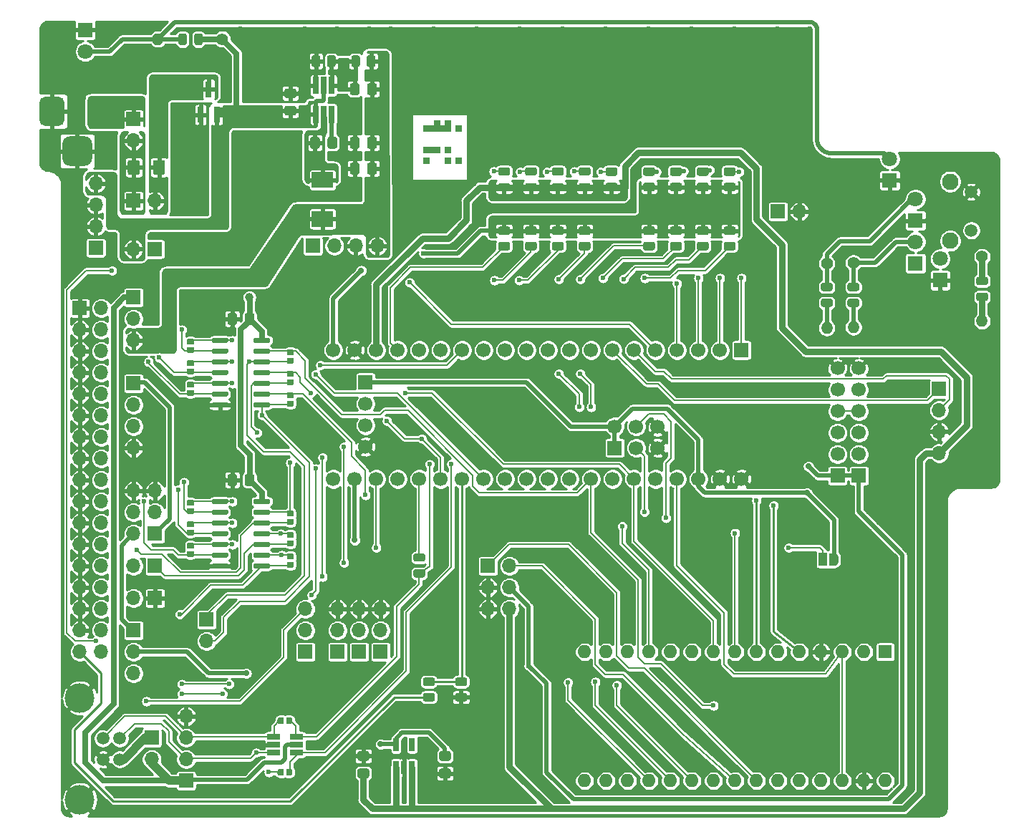
<source format=gbr>
G04 #@! TF.GenerationSoftware,KiCad,Pcbnew,(5.1.9)-1*
G04 #@! TF.CreationDate,2021-07-31T21:08:57+01:00*
G04 #@! TF.ProjectId,Greaseweazle F1 Plus Gotek Rev 1.1,47726561-7365-4776-9561-7a6c65204631,1*
G04 #@! TF.SameCoordinates,PX6312cb0PY6bcb370*
G04 #@! TF.FileFunction,Copper,L1,Top*
G04 #@! TF.FilePolarity,Positive*
%FSLAX46Y46*%
G04 Gerber Fmt 4.6, Leading zero omitted, Abs format (unit mm)*
G04 Created by KiCad (PCBNEW (5.1.9)-1) date 2021-07-31 21:08:57*
%MOMM*%
%LPD*%
G01*
G04 APERTURE LIST*
G04 #@! TA.AperFunction,EtchedComponent*
%ADD10C,0.100000*%
G04 #@! TD*
G04 #@! TA.AperFunction,ComponentPad*
%ADD11O,1.700000X1.700000*%
G04 #@! TD*
G04 #@! TA.AperFunction,ComponentPad*
%ADD12R,1.700000X1.700000*%
G04 #@! TD*
G04 #@! TA.AperFunction,SMDPad,CuDef*
%ADD13R,1.000000X1.500000*%
G04 #@! TD*
G04 #@! TA.AperFunction,SMDPad,CuDef*
%ADD14C,0.100000*%
G04 #@! TD*
G04 #@! TA.AperFunction,ComponentPad*
%ADD15C,1.800000*%
G04 #@! TD*
G04 #@! TA.AperFunction,ComponentPad*
%ADD16R,1.800000X1.800000*%
G04 #@! TD*
G04 #@! TA.AperFunction,ComponentPad*
%ADD17C,1.700000*%
G04 #@! TD*
G04 #@! TA.AperFunction,SMDPad,CuDef*
%ADD18R,0.650000X2.000000*%
G04 #@! TD*
G04 #@! TA.AperFunction,SMDPad,CuDef*
%ADD19R,1.560000X0.650000*%
G04 #@! TD*
G04 #@! TA.AperFunction,SMDPad,CuDef*
%ADD20R,0.800000X1.900000*%
G04 #@! TD*
G04 #@! TA.AperFunction,ComponentPad*
%ADD21C,5.000000*%
G04 #@! TD*
G04 #@! TA.AperFunction,ComponentPad*
%ADD22C,1.400000*%
G04 #@! TD*
G04 #@! TA.AperFunction,ComponentPad*
%ADD23O,1.400000X1.400000*%
G04 #@! TD*
G04 #@! TA.AperFunction,SMDPad,CuDef*
%ADD24R,2.500000X1.900000*%
G04 #@! TD*
G04 #@! TA.AperFunction,SMDPad,CuDef*
%ADD25R,0.650000X1.560000*%
G04 #@! TD*
G04 #@! TA.AperFunction,ComponentPad*
%ADD26R,1.600000X1.600000*%
G04 #@! TD*
G04 #@! TA.AperFunction,ComponentPad*
%ADD27O,1.600000X1.600000*%
G04 #@! TD*
G04 #@! TA.AperFunction,ComponentPad*
%ADD28C,1.501140*%
G04 #@! TD*
G04 #@! TA.AperFunction,ComponentPad*
%ADD29C,3.500120*%
G04 #@! TD*
G04 #@! TA.AperFunction,ComponentPad*
%ADD30R,3.500000X3.500000*%
G04 #@! TD*
G04 #@! TA.AperFunction,ComponentPad*
%ADD31C,1.950000*%
G04 #@! TD*
G04 #@! TA.AperFunction,ComponentPad*
%ADD32C,1.508000*%
G04 #@! TD*
G04 #@! TA.AperFunction,ViaPad*
%ADD33C,0.600000*%
G04 #@! TD*
G04 #@! TA.AperFunction,ViaPad*
%ADD34C,0.700000*%
G04 #@! TD*
G04 #@! TA.AperFunction,ViaPad*
%ADD35C,1.000000*%
G04 #@! TD*
G04 #@! TA.AperFunction,Conductor*
%ADD36C,0.500000*%
G04 #@! TD*
G04 #@! TA.AperFunction,Conductor*
%ADD37C,0.750000*%
G04 #@! TD*
G04 #@! TA.AperFunction,Conductor*
%ADD38C,0.700000*%
G04 #@! TD*
G04 #@! TA.AperFunction,Conductor*
%ADD39C,0.200000*%
G04 #@! TD*
G04 #@! TA.AperFunction,Conductor*
%ADD40C,0.250000*%
G04 #@! TD*
G04 #@! TA.AperFunction,Conductor*
%ADD41C,1.000000*%
G04 #@! TD*
G04 #@! TA.AperFunction,Conductor*
%ADD42C,0.254000*%
G04 #@! TD*
G04 #@! TA.AperFunction,Conductor*
%ADD43C,0.100000*%
G04 #@! TD*
G04 APERTURE END LIST*
D10*
G36*
X35179000Y57785000D02*
G01*
X34544000Y57785000D01*
X34544000Y58420000D01*
X35179000Y58420000D01*
X35179000Y57785000D01*
G37*
X35179000Y57785000D02*
X34544000Y57785000D01*
X34544000Y58420000D01*
X35179000Y58420000D01*
X35179000Y57785000D01*
G36*
X37719000Y57785000D02*
G01*
X37084000Y57785000D01*
X37084000Y58420000D01*
X37719000Y58420000D01*
X37719000Y57785000D01*
G37*
X37719000Y57785000D02*
X37084000Y57785000D01*
X37084000Y58420000D01*
X37719000Y58420000D01*
X37719000Y57785000D01*
G36*
X37719000Y59055000D02*
G01*
X37084000Y59055000D01*
X37084000Y59690000D01*
X37719000Y59690000D01*
X37719000Y59055000D01*
G37*
X37719000Y59055000D02*
X37084000Y59055000D01*
X37084000Y59690000D01*
X37719000Y59690000D01*
X37719000Y59055000D01*
G36*
X36449000Y59055000D02*
G01*
X35814000Y59055000D01*
X35814000Y59690000D01*
X36449000Y59690000D01*
X36449000Y59055000D01*
G37*
X36449000Y59055000D02*
X35814000Y59055000D01*
X35814000Y59690000D01*
X36449000Y59690000D01*
X36449000Y59055000D01*
G36*
X35814000Y59055000D02*
G01*
X35179000Y59055000D01*
X35179000Y59690000D01*
X35814000Y59690000D01*
X35814000Y59055000D01*
G37*
X35814000Y59055000D02*
X35179000Y59055000D01*
X35179000Y59690000D01*
X35814000Y59690000D01*
X35814000Y59055000D01*
G36*
X35179000Y59055000D02*
G01*
X34544000Y59055000D01*
X34544000Y59690000D01*
X35179000Y59690000D01*
X35179000Y59055000D01*
G37*
X35179000Y59055000D02*
X34544000Y59055000D01*
X34544000Y59690000D01*
X35179000Y59690000D01*
X35179000Y59055000D01*
G36*
X35179000Y61595000D02*
G01*
X34544000Y61595000D01*
X34544000Y62230000D01*
X35179000Y62230000D01*
X35179000Y61595000D01*
G37*
X35179000Y61595000D02*
X34544000Y61595000D01*
X34544000Y62230000D01*
X35179000Y62230000D01*
X35179000Y61595000D01*
G36*
X35814000Y61595000D02*
G01*
X35179000Y61595000D01*
X35179000Y62230000D01*
X35814000Y62230000D01*
X35814000Y61595000D01*
G37*
X35814000Y61595000D02*
X35179000Y61595000D01*
X35179000Y62230000D01*
X35814000Y62230000D01*
X35814000Y61595000D01*
G36*
X36449000Y62230000D02*
G01*
X35814000Y62230000D01*
X35814000Y62865000D01*
X36449000Y62865000D01*
X36449000Y62230000D01*
G37*
X36449000Y62230000D02*
X35814000Y62230000D01*
X35814000Y62865000D01*
X36449000Y62865000D01*
X36449000Y62230000D01*
G36*
X36449000Y61595000D02*
G01*
X35814000Y61595000D01*
X35814000Y62230000D01*
X36449000Y62230000D01*
X36449000Y61595000D01*
G37*
X36449000Y61595000D02*
X35814000Y61595000D01*
X35814000Y62230000D01*
X36449000Y62230000D01*
X36449000Y61595000D01*
G36*
X37084000Y61595000D02*
G01*
X36449000Y61595000D01*
X36449000Y62230000D01*
X37084000Y62230000D01*
X37084000Y61595000D01*
G37*
X37084000Y61595000D02*
X36449000Y61595000D01*
X36449000Y62230000D01*
X37084000Y62230000D01*
X37084000Y61595000D01*
G36*
X37719000Y61595000D02*
G01*
X37084000Y61595000D01*
X37084000Y62230000D01*
X37719000Y62230000D01*
X37719000Y61595000D01*
G37*
X37719000Y61595000D02*
X37084000Y61595000D01*
X37084000Y62230000D01*
X37719000Y62230000D01*
X37719000Y61595000D01*
G36*
X37719000Y62230000D02*
G01*
X37084000Y62230000D01*
X37084000Y62865000D01*
X37719000Y62865000D01*
X37719000Y62230000D01*
G37*
X37719000Y62230000D02*
X37084000Y62230000D01*
X37084000Y62865000D01*
X37719000Y62865000D01*
X37719000Y62230000D01*
G36*
X38989000Y57785000D02*
G01*
X38354000Y57785000D01*
X38354000Y58420000D01*
X38989000Y58420000D01*
X38989000Y57785000D01*
G37*
X38989000Y57785000D02*
X38354000Y57785000D01*
X38354000Y58420000D01*
X38989000Y58420000D01*
X38989000Y57785000D01*
G36*
X38989000Y61595000D02*
G01*
X38354000Y61595000D01*
X38354000Y62230000D01*
X38989000Y62230000D01*
X38989000Y61595000D01*
G37*
X38989000Y61595000D02*
X38354000Y61595000D01*
X38354000Y62230000D01*
X38989000Y62230000D01*
X38989000Y61595000D01*
D11*
X2413000Y-12700000D03*
D12*
X2413000Y-10160000D03*
D11*
X254000Y60452000D03*
D12*
X254000Y62992000D03*
D11*
X29083000Y48006000D03*
X26543000Y48006000D03*
X24003000Y48006000D03*
D12*
X21463000Y48006000D03*
D13*
X81788000Y10922000D03*
G04 #@! TA.AperFunction,SMDPad,CuDef*
D14*
G36*
X83088000Y11671398D02*
G01*
X83112534Y11671398D01*
X83161365Y11666588D01*
X83209490Y11657016D01*
X83256445Y11642772D01*
X83301778Y11623995D01*
X83345051Y11600864D01*
X83385850Y11573604D01*
X83423779Y11542476D01*
X83458476Y11507779D01*
X83489604Y11469850D01*
X83516864Y11429051D01*
X83539995Y11385778D01*
X83558772Y11340445D01*
X83573016Y11293490D01*
X83582588Y11245365D01*
X83587398Y11196534D01*
X83587398Y11172000D01*
X83588000Y11172000D01*
X83588000Y10672000D01*
X83587398Y10672000D01*
X83587398Y10647466D01*
X83582588Y10598635D01*
X83573016Y10550510D01*
X83558772Y10503555D01*
X83539995Y10458222D01*
X83516864Y10414949D01*
X83489604Y10374150D01*
X83458476Y10336221D01*
X83423779Y10301524D01*
X83385850Y10270396D01*
X83345051Y10243136D01*
X83301778Y10220005D01*
X83256445Y10201228D01*
X83209490Y10186984D01*
X83161365Y10177412D01*
X83112534Y10172602D01*
X83088000Y10172602D01*
X83088000Y10172000D01*
X82538000Y10172000D01*
X82538000Y11672000D01*
X83088000Y11672000D01*
X83088000Y11671398D01*
G37*
G04 #@! TD.AperFunction*
G04 #@! TA.AperFunction,SMDPad,CuDef*
G36*
X81038000Y10172000D02*
G01*
X80488000Y10172000D01*
X80488000Y10172602D01*
X80463466Y10172602D01*
X80414635Y10177412D01*
X80366510Y10186984D01*
X80319555Y10201228D01*
X80274222Y10220005D01*
X80230949Y10243136D01*
X80190150Y10270396D01*
X80152221Y10301524D01*
X80117524Y10336221D01*
X80086396Y10374150D01*
X80059136Y10414949D01*
X80036005Y10458222D01*
X80017228Y10503555D01*
X80002984Y10550510D01*
X79993412Y10598635D01*
X79988602Y10647466D01*
X79988602Y10672000D01*
X79988000Y10672000D01*
X79988000Y11172000D01*
X79988602Y11172000D01*
X79988602Y11196534D01*
X79993412Y11245365D01*
X80002984Y11293490D01*
X80017228Y11340445D01*
X80036005Y11385778D01*
X80059136Y11429051D01*
X80086396Y11469850D01*
X80117524Y11507779D01*
X80152221Y11542476D01*
X80190150Y11573604D01*
X80230949Y11600864D01*
X80274222Y11623995D01*
X80319555Y11642772D01*
X80366510Y11657016D01*
X80414635Y11666588D01*
X80463466Y11671398D01*
X80488000Y11671398D01*
X80488000Y11672000D01*
X81038000Y11672000D01*
X81038000Y10172000D01*
G37*
G04 #@! TD.AperFunction*
G04 #@! TA.AperFunction,SMDPad,CuDef*
G36*
X18796000Y-13824301D02*
G01*
X18808267Y-13824301D01*
X18832683Y-13826706D01*
X18856745Y-13831492D01*
X18880222Y-13838614D01*
X18902889Y-13848003D01*
X18924526Y-13859568D01*
X18944925Y-13873198D01*
X18963890Y-13888762D01*
X18981238Y-13906110D01*
X18996802Y-13925075D01*
X19010432Y-13945474D01*
X19021997Y-13967111D01*
X19031386Y-13989778D01*
X19038508Y-14013255D01*
X19043294Y-14037317D01*
X19045699Y-14061733D01*
X19045699Y-14086267D01*
X19044445Y-14099000D01*
X19046000Y-14099000D01*
X19046000Y-14349000D01*
X19044445Y-14349000D01*
X19045699Y-14361733D01*
X19045699Y-14386267D01*
X19043294Y-14410683D01*
X19038508Y-14434745D01*
X19031386Y-14458222D01*
X19021997Y-14480889D01*
X19010432Y-14502526D01*
X18996802Y-14522925D01*
X18981238Y-14541890D01*
X18963890Y-14559238D01*
X18944925Y-14574802D01*
X18924526Y-14588432D01*
X18902889Y-14599997D01*
X18880222Y-14609386D01*
X18856745Y-14616508D01*
X18832683Y-14621294D01*
X18808267Y-14623699D01*
X18796000Y-14623699D01*
X18796000Y-14624000D01*
X18296000Y-14624000D01*
X18296000Y-13824000D01*
X18796000Y-13824000D01*
X18796000Y-13824301D01*
G37*
G04 #@! TD.AperFunction*
G04 #@! TA.AperFunction,SMDPad,CuDef*
G36*
X18026000Y-14624000D02*
G01*
X17526000Y-14624000D01*
X17526000Y-14623699D01*
X17513733Y-14623699D01*
X17489317Y-14621294D01*
X17465255Y-14616508D01*
X17441778Y-14609386D01*
X17419111Y-14599997D01*
X17397474Y-14588432D01*
X17377075Y-14574802D01*
X17358110Y-14559238D01*
X17340762Y-14541890D01*
X17325198Y-14522925D01*
X17311568Y-14502526D01*
X17300003Y-14480889D01*
X17290614Y-14458222D01*
X17283492Y-14434745D01*
X17278706Y-14410683D01*
X17276301Y-14386267D01*
X17276301Y-14361733D01*
X17277555Y-14349000D01*
X17276000Y-14349000D01*
X17276000Y-14099000D01*
X17277555Y-14099000D01*
X17276301Y-14086267D01*
X17276301Y-14061733D01*
X17278706Y-14037317D01*
X17283492Y-14013255D01*
X17290614Y-13989778D01*
X17300003Y-13967111D01*
X17311568Y-13945474D01*
X17325198Y-13925075D01*
X17340762Y-13906110D01*
X17358110Y-13888762D01*
X17377075Y-13873198D01*
X17397474Y-13859568D01*
X17419111Y-13848003D01*
X17441778Y-13838614D01*
X17465255Y-13831492D01*
X17489317Y-13826706D01*
X17513733Y-13824301D01*
X17526000Y-13824301D01*
X17526000Y-13824000D01*
X18026000Y-13824000D01*
X18026000Y-14624000D01*
G37*
G04 #@! TD.AperFunction*
G04 #@! TA.AperFunction,SMDPad,CuDef*
G36*
X18796000Y-7728301D02*
G01*
X18808267Y-7728301D01*
X18832683Y-7730706D01*
X18856745Y-7735492D01*
X18880222Y-7742614D01*
X18902889Y-7752003D01*
X18924526Y-7763568D01*
X18944925Y-7777198D01*
X18963890Y-7792762D01*
X18981238Y-7810110D01*
X18996802Y-7829075D01*
X19010432Y-7849474D01*
X19021997Y-7871111D01*
X19031386Y-7893778D01*
X19038508Y-7917255D01*
X19043294Y-7941317D01*
X19045699Y-7965733D01*
X19045699Y-7990267D01*
X19044445Y-8003000D01*
X19046000Y-8003000D01*
X19046000Y-8253000D01*
X19044445Y-8253000D01*
X19045699Y-8265733D01*
X19045699Y-8290267D01*
X19043294Y-8314683D01*
X19038508Y-8338745D01*
X19031386Y-8362222D01*
X19021997Y-8384889D01*
X19010432Y-8406526D01*
X18996802Y-8426925D01*
X18981238Y-8445890D01*
X18963890Y-8463238D01*
X18944925Y-8478802D01*
X18924526Y-8492432D01*
X18902889Y-8503997D01*
X18880222Y-8513386D01*
X18856745Y-8520508D01*
X18832683Y-8525294D01*
X18808267Y-8527699D01*
X18796000Y-8527699D01*
X18796000Y-8528000D01*
X18296000Y-8528000D01*
X18296000Y-7728000D01*
X18796000Y-7728000D01*
X18796000Y-7728301D01*
G37*
G04 #@! TD.AperFunction*
G04 #@! TA.AperFunction,SMDPad,CuDef*
G36*
X18026000Y-8528000D02*
G01*
X17526000Y-8528000D01*
X17526000Y-8527699D01*
X17513733Y-8527699D01*
X17489317Y-8525294D01*
X17465255Y-8520508D01*
X17441778Y-8513386D01*
X17419111Y-8503997D01*
X17397474Y-8492432D01*
X17377075Y-8478802D01*
X17358110Y-8463238D01*
X17340762Y-8445890D01*
X17325198Y-8426925D01*
X17311568Y-8406526D01*
X17300003Y-8384889D01*
X17290614Y-8362222D01*
X17283492Y-8338745D01*
X17278706Y-8314683D01*
X17276301Y-8290267D01*
X17276301Y-8265733D01*
X17277555Y-8253000D01*
X17276000Y-8253000D01*
X17276000Y-8003000D01*
X17277555Y-8003000D01*
X17276301Y-7990267D01*
X17276301Y-7965733D01*
X17278706Y-7941317D01*
X17283492Y-7917255D01*
X17290614Y-7893778D01*
X17300003Y-7871111D01*
X17311568Y-7849474D01*
X17325198Y-7829075D01*
X17340762Y-7810110D01*
X17358110Y-7792762D01*
X17377075Y-7777198D01*
X17397474Y-7763568D01*
X17419111Y-7752003D01*
X17441778Y-7742614D01*
X17465255Y-7735492D01*
X17489317Y-7730706D01*
X17513733Y-7728301D01*
X17526000Y-7728301D01*
X17526000Y-7728000D01*
X18026000Y-7728000D01*
X18026000Y-8528000D01*
G37*
G04 #@! TD.AperFunction*
G04 #@! TA.AperFunction,SMDPad,CuDef*
G36*
X7384699Y16510000D02*
G01*
X7384699Y16497733D01*
X7382294Y16473317D01*
X7377508Y16449255D01*
X7370386Y16425778D01*
X7360997Y16403111D01*
X7349432Y16381474D01*
X7335802Y16361075D01*
X7320238Y16342110D01*
X7302890Y16324762D01*
X7283925Y16309198D01*
X7263526Y16295568D01*
X7241889Y16284003D01*
X7219222Y16274614D01*
X7195745Y16267492D01*
X7171683Y16262706D01*
X7147267Y16260301D01*
X7122733Y16260301D01*
X7110000Y16261555D01*
X7110000Y16260000D01*
X6860000Y16260000D01*
X6860000Y16261555D01*
X6847267Y16260301D01*
X6822733Y16260301D01*
X6798317Y16262706D01*
X6774255Y16267492D01*
X6750778Y16274614D01*
X6728111Y16284003D01*
X6706474Y16295568D01*
X6686075Y16309198D01*
X6667110Y16324762D01*
X6649762Y16342110D01*
X6634198Y16361075D01*
X6620568Y16381474D01*
X6609003Y16403111D01*
X6599614Y16425778D01*
X6592492Y16449255D01*
X6587706Y16473317D01*
X6585301Y16497733D01*
X6585301Y16510000D01*
X6585000Y16510000D01*
X6585000Y17010000D01*
X7385000Y17010000D01*
X7385000Y16510000D01*
X7384699Y16510000D01*
G37*
G04 #@! TD.AperFunction*
G04 #@! TA.AperFunction,SMDPad,CuDef*
G36*
X6585000Y17280000D02*
G01*
X6585000Y17780000D01*
X6585301Y17780000D01*
X6585301Y17792267D01*
X6587706Y17816683D01*
X6592492Y17840745D01*
X6599614Y17864222D01*
X6609003Y17886889D01*
X6620568Y17908526D01*
X6634198Y17928925D01*
X6649762Y17947890D01*
X6667110Y17965238D01*
X6686075Y17980802D01*
X6706474Y17994432D01*
X6728111Y18005997D01*
X6750778Y18015386D01*
X6774255Y18022508D01*
X6798317Y18027294D01*
X6822733Y18029699D01*
X6847267Y18029699D01*
X6860000Y18028445D01*
X6860000Y18030000D01*
X7110000Y18030000D01*
X7110000Y18028445D01*
X7122733Y18029699D01*
X7147267Y18029699D01*
X7171683Y18027294D01*
X7195745Y18022508D01*
X7219222Y18015386D01*
X7241889Y18005997D01*
X7263526Y17994432D01*
X7283925Y17980802D01*
X7302890Y17965238D01*
X7320238Y17947890D01*
X7335802Y17928925D01*
X7349432Y17908526D01*
X7360997Y17886889D01*
X7370386Y17864222D01*
X7377508Y17840745D01*
X7382294Y17816683D01*
X7384699Y17792267D01*
X7384699Y17780000D01*
X7385000Y17780000D01*
X7385000Y17280000D01*
X6585000Y17280000D01*
G37*
G04 #@! TD.AperFunction*
G04 #@! TA.AperFunction,SMDPad,CuDef*
G36*
X7384699Y13970000D02*
G01*
X7384699Y13957733D01*
X7382294Y13933317D01*
X7377508Y13909255D01*
X7370386Y13885778D01*
X7360997Y13863111D01*
X7349432Y13841474D01*
X7335802Y13821075D01*
X7320238Y13802110D01*
X7302890Y13784762D01*
X7283925Y13769198D01*
X7263526Y13755568D01*
X7241889Y13744003D01*
X7219222Y13734614D01*
X7195745Y13727492D01*
X7171683Y13722706D01*
X7147267Y13720301D01*
X7122733Y13720301D01*
X7110000Y13721555D01*
X7110000Y13720000D01*
X6860000Y13720000D01*
X6860000Y13721555D01*
X6847267Y13720301D01*
X6822733Y13720301D01*
X6798317Y13722706D01*
X6774255Y13727492D01*
X6750778Y13734614D01*
X6728111Y13744003D01*
X6706474Y13755568D01*
X6686075Y13769198D01*
X6667110Y13784762D01*
X6649762Y13802110D01*
X6634198Y13821075D01*
X6620568Y13841474D01*
X6609003Y13863111D01*
X6599614Y13885778D01*
X6592492Y13909255D01*
X6587706Y13933317D01*
X6585301Y13957733D01*
X6585301Y13970000D01*
X6585000Y13970000D01*
X6585000Y14470000D01*
X7385000Y14470000D01*
X7385000Y13970000D01*
X7384699Y13970000D01*
G37*
G04 #@! TD.AperFunction*
G04 #@! TA.AperFunction,SMDPad,CuDef*
G36*
X6585000Y14740000D02*
G01*
X6585000Y15240000D01*
X6585301Y15240000D01*
X6585301Y15252267D01*
X6587706Y15276683D01*
X6592492Y15300745D01*
X6599614Y15324222D01*
X6609003Y15346889D01*
X6620568Y15368526D01*
X6634198Y15388925D01*
X6649762Y15407890D01*
X6667110Y15425238D01*
X6686075Y15440802D01*
X6706474Y15454432D01*
X6728111Y15465997D01*
X6750778Y15475386D01*
X6774255Y15482508D01*
X6798317Y15487294D01*
X6822733Y15489699D01*
X6847267Y15489699D01*
X6860000Y15488445D01*
X6860000Y15490000D01*
X7110000Y15490000D01*
X7110000Y15488445D01*
X7122733Y15489699D01*
X7147267Y15489699D01*
X7171683Y15487294D01*
X7195745Y15482508D01*
X7219222Y15475386D01*
X7241889Y15465997D01*
X7263526Y15454432D01*
X7283925Y15440802D01*
X7302890Y15425238D01*
X7320238Y15407890D01*
X7335802Y15388925D01*
X7349432Y15368526D01*
X7360997Y15346889D01*
X7370386Y15324222D01*
X7377508Y15300745D01*
X7382294Y15276683D01*
X7384699Y15252267D01*
X7384699Y15240000D01*
X7385000Y15240000D01*
X7385000Y14740000D01*
X6585000Y14740000D01*
G37*
G04 #@! TD.AperFunction*
G04 #@! TA.AperFunction,SMDPad,CuDef*
G36*
X7384699Y11430000D02*
G01*
X7384699Y11417733D01*
X7382294Y11393317D01*
X7377508Y11369255D01*
X7370386Y11345778D01*
X7360997Y11323111D01*
X7349432Y11301474D01*
X7335802Y11281075D01*
X7320238Y11262110D01*
X7302890Y11244762D01*
X7283925Y11229198D01*
X7263526Y11215568D01*
X7241889Y11204003D01*
X7219222Y11194614D01*
X7195745Y11187492D01*
X7171683Y11182706D01*
X7147267Y11180301D01*
X7122733Y11180301D01*
X7110000Y11181555D01*
X7110000Y11180000D01*
X6860000Y11180000D01*
X6860000Y11181555D01*
X6847267Y11180301D01*
X6822733Y11180301D01*
X6798317Y11182706D01*
X6774255Y11187492D01*
X6750778Y11194614D01*
X6728111Y11204003D01*
X6706474Y11215568D01*
X6686075Y11229198D01*
X6667110Y11244762D01*
X6649762Y11262110D01*
X6634198Y11281075D01*
X6620568Y11301474D01*
X6609003Y11323111D01*
X6599614Y11345778D01*
X6592492Y11369255D01*
X6587706Y11393317D01*
X6585301Y11417733D01*
X6585301Y11430000D01*
X6585000Y11430000D01*
X6585000Y11930000D01*
X7385000Y11930000D01*
X7385000Y11430000D01*
X7384699Y11430000D01*
G37*
G04 #@! TD.AperFunction*
G04 #@! TA.AperFunction,SMDPad,CuDef*
G36*
X6585000Y12200000D02*
G01*
X6585000Y12700000D01*
X6585301Y12700000D01*
X6585301Y12712267D01*
X6587706Y12736683D01*
X6592492Y12760745D01*
X6599614Y12784222D01*
X6609003Y12806889D01*
X6620568Y12828526D01*
X6634198Y12848925D01*
X6649762Y12867890D01*
X6667110Y12885238D01*
X6686075Y12900802D01*
X6706474Y12914432D01*
X6728111Y12925997D01*
X6750778Y12935386D01*
X6774255Y12942508D01*
X6798317Y12947294D01*
X6822733Y12949699D01*
X6847267Y12949699D01*
X6860000Y12948445D01*
X6860000Y12950000D01*
X7110000Y12950000D01*
X7110000Y12948445D01*
X7122733Y12949699D01*
X7147267Y12949699D01*
X7171683Y12947294D01*
X7195745Y12942508D01*
X7219222Y12935386D01*
X7241889Y12925997D01*
X7263526Y12914432D01*
X7283925Y12900802D01*
X7302890Y12885238D01*
X7320238Y12867890D01*
X7335802Y12848925D01*
X7349432Y12828526D01*
X7360997Y12806889D01*
X7370386Y12784222D01*
X7377508Y12760745D01*
X7382294Y12736683D01*
X7384699Y12712267D01*
X7384699Y12700000D01*
X7385000Y12700000D01*
X7385000Y12200000D01*
X6585000Y12200000D01*
G37*
G04 #@! TD.AperFunction*
G04 #@! TA.AperFunction,SMDPad,CuDef*
G36*
X19195699Y10160000D02*
G01*
X19195699Y10147733D01*
X19193294Y10123317D01*
X19188508Y10099255D01*
X19181386Y10075778D01*
X19171997Y10053111D01*
X19160432Y10031474D01*
X19146802Y10011075D01*
X19131238Y9992110D01*
X19113890Y9974762D01*
X19094925Y9959198D01*
X19074526Y9945568D01*
X19052889Y9934003D01*
X19030222Y9924614D01*
X19006745Y9917492D01*
X18982683Y9912706D01*
X18958267Y9910301D01*
X18933733Y9910301D01*
X18921000Y9911555D01*
X18921000Y9910000D01*
X18671000Y9910000D01*
X18671000Y9911555D01*
X18658267Y9910301D01*
X18633733Y9910301D01*
X18609317Y9912706D01*
X18585255Y9917492D01*
X18561778Y9924614D01*
X18539111Y9934003D01*
X18517474Y9945568D01*
X18497075Y9959198D01*
X18478110Y9974762D01*
X18460762Y9992110D01*
X18445198Y10011075D01*
X18431568Y10031474D01*
X18420003Y10053111D01*
X18410614Y10075778D01*
X18403492Y10099255D01*
X18398706Y10123317D01*
X18396301Y10147733D01*
X18396301Y10160000D01*
X18396000Y10160000D01*
X18396000Y10660000D01*
X19196000Y10660000D01*
X19196000Y10160000D01*
X19195699Y10160000D01*
G37*
G04 #@! TD.AperFunction*
G04 #@! TA.AperFunction,SMDPad,CuDef*
G36*
X18396000Y10930000D02*
G01*
X18396000Y11430000D01*
X18396301Y11430000D01*
X18396301Y11442267D01*
X18398706Y11466683D01*
X18403492Y11490745D01*
X18410614Y11514222D01*
X18420003Y11536889D01*
X18431568Y11558526D01*
X18445198Y11578925D01*
X18460762Y11597890D01*
X18478110Y11615238D01*
X18497075Y11630802D01*
X18517474Y11644432D01*
X18539111Y11655997D01*
X18561778Y11665386D01*
X18585255Y11672508D01*
X18609317Y11677294D01*
X18633733Y11679699D01*
X18658267Y11679699D01*
X18671000Y11678445D01*
X18671000Y11680000D01*
X18921000Y11680000D01*
X18921000Y11678445D01*
X18933733Y11679699D01*
X18958267Y11679699D01*
X18982683Y11677294D01*
X19006745Y11672508D01*
X19030222Y11665386D01*
X19052889Y11655997D01*
X19074526Y11644432D01*
X19094925Y11630802D01*
X19113890Y11615238D01*
X19131238Y11597890D01*
X19146802Y11578925D01*
X19160432Y11558526D01*
X19171997Y11536889D01*
X19181386Y11514222D01*
X19188508Y11490745D01*
X19193294Y11466683D01*
X19195699Y11442267D01*
X19195699Y11430000D01*
X19196000Y11430000D01*
X19196000Y10930000D01*
X18396000Y10930000D01*
G37*
G04 #@! TD.AperFunction*
G04 #@! TA.AperFunction,SMDPad,CuDef*
G36*
X19195699Y12700000D02*
G01*
X19195699Y12687733D01*
X19193294Y12663317D01*
X19188508Y12639255D01*
X19181386Y12615778D01*
X19171997Y12593111D01*
X19160432Y12571474D01*
X19146802Y12551075D01*
X19131238Y12532110D01*
X19113890Y12514762D01*
X19094925Y12499198D01*
X19074526Y12485568D01*
X19052889Y12474003D01*
X19030222Y12464614D01*
X19006745Y12457492D01*
X18982683Y12452706D01*
X18958267Y12450301D01*
X18933733Y12450301D01*
X18921000Y12451555D01*
X18921000Y12450000D01*
X18671000Y12450000D01*
X18671000Y12451555D01*
X18658267Y12450301D01*
X18633733Y12450301D01*
X18609317Y12452706D01*
X18585255Y12457492D01*
X18561778Y12464614D01*
X18539111Y12474003D01*
X18517474Y12485568D01*
X18497075Y12499198D01*
X18478110Y12514762D01*
X18460762Y12532110D01*
X18445198Y12551075D01*
X18431568Y12571474D01*
X18420003Y12593111D01*
X18410614Y12615778D01*
X18403492Y12639255D01*
X18398706Y12663317D01*
X18396301Y12687733D01*
X18396301Y12700000D01*
X18396000Y12700000D01*
X18396000Y13200000D01*
X19196000Y13200000D01*
X19196000Y12700000D01*
X19195699Y12700000D01*
G37*
G04 #@! TD.AperFunction*
G04 #@! TA.AperFunction,SMDPad,CuDef*
G36*
X18396000Y13470000D02*
G01*
X18396000Y13970000D01*
X18396301Y13970000D01*
X18396301Y13982267D01*
X18398706Y14006683D01*
X18403492Y14030745D01*
X18410614Y14054222D01*
X18420003Y14076889D01*
X18431568Y14098526D01*
X18445198Y14118925D01*
X18460762Y14137890D01*
X18478110Y14155238D01*
X18497075Y14170802D01*
X18517474Y14184432D01*
X18539111Y14195997D01*
X18561778Y14205386D01*
X18585255Y14212508D01*
X18609317Y14217294D01*
X18633733Y14219699D01*
X18658267Y14219699D01*
X18671000Y14218445D01*
X18671000Y14220000D01*
X18921000Y14220000D01*
X18921000Y14218445D01*
X18933733Y14219699D01*
X18958267Y14219699D01*
X18982683Y14217294D01*
X19006745Y14212508D01*
X19030222Y14205386D01*
X19052889Y14195997D01*
X19074526Y14184432D01*
X19094925Y14170802D01*
X19113890Y14155238D01*
X19131238Y14137890D01*
X19146802Y14118925D01*
X19160432Y14098526D01*
X19171997Y14076889D01*
X19181386Y14054222D01*
X19188508Y14030745D01*
X19193294Y14006683D01*
X19195699Y13982267D01*
X19195699Y13970000D01*
X19196000Y13970000D01*
X19196000Y13470000D01*
X18396000Y13470000D01*
G37*
G04 #@! TD.AperFunction*
G04 #@! TA.AperFunction,SMDPad,CuDef*
G36*
X19195699Y15240000D02*
G01*
X19195699Y15227733D01*
X19193294Y15203317D01*
X19188508Y15179255D01*
X19181386Y15155778D01*
X19171997Y15133111D01*
X19160432Y15111474D01*
X19146802Y15091075D01*
X19131238Y15072110D01*
X19113890Y15054762D01*
X19094925Y15039198D01*
X19074526Y15025568D01*
X19052889Y15014003D01*
X19030222Y15004614D01*
X19006745Y14997492D01*
X18982683Y14992706D01*
X18958267Y14990301D01*
X18933733Y14990301D01*
X18921000Y14991555D01*
X18921000Y14990000D01*
X18671000Y14990000D01*
X18671000Y14991555D01*
X18658267Y14990301D01*
X18633733Y14990301D01*
X18609317Y14992706D01*
X18585255Y14997492D01*
X18561778Y15004614D01*
X18539111Y15014003D01*
X18517474Y15025568D01*
X18497075Y15039198D01*
X18478110Y15054762D01*
X18460762Y15072110D01*
X18445198Y15091075D01*
X18431568Y15111474D01*
X18420003Y15133111D01*
X18410614Y15155778D01*
X18403492Y15179255D01*
X18398706Y15203317D01*
X18396301Y15227733D01*
X18396301Y15240000D01*
X18396000Y15240000D01*
X18396000Y15740000D01*
X19196000Y15740000D01*
X19196000Y15240000D01*
X19195699Y15240000D01*
G37*
G04 #@! TD.AperFunction*
G04 #@! TA.AperFunction,SMDPad,CuDef*
G36*
X18396000Y16010000D02*
G01*
X18396000Y16510000D01*
X18396301Y16510000D01*
X18396301Y16522267D01*
X18398706Y16546683D01*
X18403492Y16570745D01*
X18410614Y16594222D01*
X18420003Y16616889D01*
X18431568Y16638526D01*
X18445198Y16658925D01*
X18460762Y16677890D01*
X18478110Y16695238D01*
X18497075Y16710802D01*
X18517474Y16724432D01*
X18539111Y16735997D01*
X18561778Y16745386D01*
X18585255Y16752508D01*
X18609317Y16757294D01*
X18633733Y16759699D01*
X18658267Y16759699D01*
X18671000Y16758445D01*
X18671000Y16760000D01*
X18921000Y16760000D01*
X18921000Y16758445D01*
X18933733Y16759699D01*
X18958267Y16759699D01*
X18982683Y16757294D01*
X19006745Y16752508D01*
X19030222Y16745386D01*
X19052889Y16735997D01*
X19074526Y16724432D01*
X19094925Y16710802D01*
X19113890Y16695238D01*
X19131238Y16677890D01*
X19146802Y16658925D01*
X19160432Y16638526D01*
X19171997Y16616889D01*
X19181386Y16594222D01*
X19188508Y16570745D01*
X19193294Y16546683D01*
X19195699Y16522267D01*
X19195699Y16510000D01*
X19196000Y16510000D01*
X19196000Y16010000D01*
X18396000Y16010000D01*
G37*
G04 #@! TD.AperFunction*
G04 #@! TA.AperFunction,SMDPad,CuDef*
G36*
X7384699Y35560000D02*
G01*
X7384699Y35547733D01*
X7382294Y35523317D01*
X7377508Y35499255D01*
X7370386Y35475778D01*
X7360997Y35453111D01*
X7349432Y35431474D01*
X7335802Y35411075D01*
X7320238Y35392110D01*
X7302890Y35374762D01*
X7283925Y35359198D01*
X7263526Y35345568D01*
X7241889Y35334003D01*
X7219222Y35324614D01*
X7195745Y35317492D01*
X7171683Y35312706D01*
X7147267Y35310301D01*
X7122733Y35310301D01*
X7110000Y35311555D01*
X7110000Y35310000D01*
X6860000Y35310000D01*
X6860000Y35311555D01*
X6847267Y35310301D01*
X6822733Y35310301D01*
X6798317Y35312706D01*
X6774255Y35317492D01*
X6750778Y35324614D01*
X6728111Y35334003D01*
X6706474Y35345568D01*
X6686075Y35359198D01*
X6667110Y35374762D01*
X6649762Y35392110D01*
X6634198Y35411075D01*
X6620568Y35431474D01*
X6609003Y35453111D01*
X6599614Y35475778D01*
X6592492Y35499255D01*
X6587706Y35523317D01*
X6585301Y35547733D01*
X6585301Y35560000D01*
X6585000Y35560000D01*
X6585000Y36060000D01*
X7385000Y36060000D01*
X7385000Y35560000D01*
X7384699Y35560000D01*
G37*
G04 #@! TD.AperFunction*
G04 #@! TA.AperFunction,SMDPad,CuDef*
G36*
X6585000Y36330000D02*
G01*
X6585000Y36830000D01*
X6585301Y36830000D01*
X6585301Y36842267D01*
X6587706Y36866683D01*
X6592492Y36890745D01*
X6599614Y36914222D01*
X6609003Y36936889D01*
X6620568Y36958526D01*
X6634198Y36978925D01*
X6649762Y36997890D01*
X6667110Y37015238D01*
X6686075Y37030802D01*
X6706474Y37044432D01*
X6728111Y37055997D01*
X6750778Y37065386D01*
X6774255Y37072508D01*
X6798317Y37077294D01*
X6822733Y37079699D01*
X6847267Y37079699D01*
X6860000Y37078445D01*
X6860000Y37080000D01*
X7110000Y37080000D01*
X7110000Y37078445D01*
X7122733Y37079699D01*
X7147267Y37079699D01*
X7171683Y37077294D01*
X7195745Y37072508D01*
X7219222Y37065386D01*
X7241889Y37055997D01*
X7263526Y37044432D01*
X7283925Y37030802D01*
X7302890Y37015238D01*
X7320238Y36997890D01*
X7335802Y36978925D01*
X7349432Y36958526D01*
X7360997Y36936889D01*
X7370386Y36914222D01*
X7377508Y36890745D01*
X7382294Y36866683D01*
X7384699Y36842267D01*
X7384699Y36830000D01*
X7385000Y36830000D01*
X7385000Y36330000D01*
X6585000Y36330000D01*
G37*
G04 #@! TD.AperFunction*
G04 #@! TA.AperFunction,SMDPad,CuDef*
G36*
X7384699Y33020000D02*
G01*
X7384699Y33007733D01*
X7382294Y32983317D01*
X7377508Y32959255D01*
X7370386Y32935778D01*
X7360997Y32913111D01*
X7349432Y32891474D01*
X7335802Y32871075D01*
X7320238Y32852110D01*
X7302890Y32834762D01*
X7283925Y32819198D01*
X7263526Y32805568D01*
X7241889Y32794003D01*
X7219222Y32784614D01*
X7195745Y32777492D01*
X7171683Y32772706D01*
X7147267Y32770301D01*
X7122733Y32770301D01*
X7110000Y32771555D01*
X7110000Y32770000D01*
X6860000Y32770000D01*
X6860000Y32771555D01*
X6847267Y32770301D01*
X6822733Y32770301D01*
X6798317Y32772706D01*
X6774255Y32777492D01*
X6750778Y32784614D01*
X6728111Y32794003D01*
X6706474Y32805568D01*
X6686075Y32819198D01*
X6667110Y32834762D01*
X6649762Y32852110D01*
X6634198Y32871075D01*
X6620568Y32891474D01*
X6609003Y32913111D01*
X6599614Y32935778D01*
X6592492Y32959255D01*
X6587706Y32983317D01*
X6585301Y33007733D01*
X6585301Y33020000D01*
X6585000Y33020000D01*
X6585000Y33520000D01*
X7385000Y33520000D01*
X7385000Y33020000D01*
X7384699Y33020000D01*
G37*
G04 #@! TD.AperFunction*
G04 #@! TA.AperFunction,SMDPad,CuDef*
G36*
X6585000Y33790000D02*
G01*
X6585000Y34290000D01*
X6585301Y34290000D01*
X6585301Y34302267D01*
X6587706Y34326683D01*
X6592492Y34350745D01*
X6599614Y34374222D01*
X6609003Y34396889D01*
X6620568Y34418526D01*
X6634198Y34438925D01*
X6649762Y34457890D01*
X6667110Y34475238D01*
X6686075Y34490802D01*
X6706474Y34504432D01*
X6728111Y34515997D01*
X6750778Y34525386D01*
X6774255Y34532508D01*
X6798317Y34537294D01*
X6822733Y34539699D01*
X6847267Y34539699D01*
X6860000Y34538445D01*
X6860000Y34540000D01*
X7110000Y34540000D01*
X7110000Y34538445D01*
X7122733Y34539699D01*
X7147267Y34539699D01*
X7171683Y34537294D01*
X7195745Y34532508D01*
X7219222Y34525386D01*
X7241889Y34515997D01*
X7263526Y34504432D01*
X7283925Y34490802D01*
X7302890Y34475238D01*
X7320238Y34457890D01*
X7335802Y34438925D01*
X7349432Y34418526D01*
X7360997Y34396889D01*
X7370386Y34374222D01*
X7377508Y34350745D01*
X7382294Y34326683D01*
X7384699Y34302267D01*
X7384699Y34290000D01*
X7385000Y34290000D01*
X7385000Y33790000D01*
X6585000Y33790000D01*
G37*
G04 #@! TD.AperFunction*
G04 #@! TA.AperFunction,SMDPad,CuDef*
G36*
X7384699Y30480000D02*
G01*
X7384699Y30467733D01*
X7382294Y30443317D01*
X7377508Y30419255D01*
X7370386Y30395778D01*
X7360997Y30373111D01*
X7349432Y30351474D01*
X7335802Y30331075D01*
X7320238Y30312110D01*
X7302890Y30294762D01*
X7283925Y30279198D01*
X7263526Y30265568D01*
X7241889Y30254003D01*
X7219222Y30244614D01*
X7195745Y30237492D01*
X7171683Y30232706D01*
X7147267Y30230301D01*
X7122733Y30230301D01*
X7110000Y30231555D01*
X7110000Y30230000D01*
X6860000Y30230000D01*
X6860000Y30231555D01*
X6847267Y30230301D01*
X6822733Y30230301D01*
X6798317Y30232706D01*
X6774255Y30237492D01*
X6750778Y30244614D01*
X6728111Y30254003D01*
X6706474Y30265568D01*
X6686075Y30279198D01*
X6667110Y30294762D01*
X6649762Y30312110D01*
X6634198Y30331075D01*
X6620568Y30351474D01*
X6609003Y30373111D01*
X6599614Y30395778D01*
X6592492Y30419255D01*
X6587706Y30443317D01*
X6585301Y30467733D01*
X6585301Y30480000D01*
X6585000Y30480000D01*
X6585000Y30980000D01*
X7385000Y30980000D01*
X7385000Y30480000D01*
X7384699Y30480000D01*
G37*
G04 #@! TD.AperFunction*
G04 #@! TA.AperFunction,SMDPad,CuDef*
G36*
X6585000Y31250000D02*
G01*
X6585000Y31750000D01*
X6585301Y31750000D01*
X6585301Y31762267D01*
X6587706Y31786683D01*
X6592492Y31810745D01*
X6599614Y31834222D01*
X6609003Y31856889D01*
X6620568Y31878526D01*
X6634198Y31898925D01*
X6649762Y31917890D01*
X6667110Y31935238D01*
X6686075Y31950802D01*
X6706474Y31964432D01*
X6728111Y31975997D01*
X6750778Y31985386D01*
X6774255Y31992508D01*
X6798317Y31997294D01*
X6822733Y31999699D01*
X6847267Y31999699D01*
X6860000Y31998445D01*
X6860000Y32000000D01*
X7110000Y32000000D01*
X7110000Y31998445D01*
X7122733Y31999699D01*
X7147267Y31999699D01*
X7171683Y31997294D01*
X7195745Y31992508D01*
X7219222Y31985386D01*
X7241889Y31975997D01*
X7263526Y31964432D01*
X7283925Y31950802D01*
X7302890Y31935238D01*
X7320238Y31917890D01*
X7335802Y31898925D01*
X7349432Y31878526D01*
X7360997Y31856889D01*
X7370386Y31834222D01*
X7377508Y31810745D01*
X7382294Y31786683D01*
X7384699Y31762267D01*
X7384699Y31750000D01*
X7385000Y31750000D01*
X7385000Y31250000D01*
X6585000Y31250000D01*
G37*
G04 #@! TD.AperFunction*
G04 #@! TA.AperFunction,SMDPad,CuDef*
G36*
X19195699Y29210000D02*
G01*
X19195699Y29197733D01*
X19193294Y29173317D01*
X19188508Y29149255D01*
X19181386Y29125778D01*
X19171997Y29103111D01*
X19160432Y29081474D01*
X19146802Y29061075D01*
X19131238Y29042110D01*
X19113890Y29024762D01*
X19094925Y29009198D01*
X19074526Y28995568D01*
X19052889Y28984003D01*
X19030222Y28974614D01*
X19006745Y28967492D01*
X18982683Y28962706D01*
X18958267Y28960301D01*
X18933733Y28960301D01*
X18921000Y28961555D01*
X18921000Y28960000D01*
X18671000Y28960000D01*
X18671000Y28961555D01*
X18658267Y28960301D01*
X18633733Y28960301D01*
X18609317Y28962706D01*
X18585255Y28967492D01*
X18561778Y28974614D01*
X18539111Y28984003D01*
X18517474Y28995568D01*
X18497075Y29009198D01*
X18478110Y29024762D01*
X18460762Y29042110D01*
X18445198Y29061075D01*
X18431568Y29081474D01*
X18420003Y29103111D01*
X18410614Y29125778D01*
X18403492Y29149255D01*
X18398706Y29173317D01*
X18396301Y29197733D01*
X18396301Y29210000D01*
X18396000Y29210000D01*
X18396000Y29710000D01*
X19196000Y29710000D01*
X19196000Y29210000D01*
X19195699Y29210000D01*
G37*
G04 #@! TD.AperFunction*
G04 #@! TA.AperFunction,SMDPad,CuDef*
G36*
X18396000Y29980000D02*
G01*
X18396000Y30480000D01*
X18396301Y30480000D01*
X18396301Y30492267D01*
X18398706Y30516683D01*
X18403492Y30540745D01*
X18410614Y30564222D01*
X18420003Y30586889D01*
X18431568Y30608526D01*
X18445198Y30628925D01*
X18460762Y30647890D01*
X18478110Y30665238D01*
X18497075Y30680802D01*
X18517474Y30694432D01*
X18539111Y30705997D01*
X18561778Y30715386D01*
X18585255Y30722508D01*
X18609317Y30727294D01*
X18633733Y30729699D01*
X18658267Y30729699D01*
X18671000Y30728445D01*
X18671000Y30730000D01*
X18921000Y30730000D01*
X18921000Y30728445D01*
X18933733Y30729699D01*
X18958267Y30729699D01*
X18982683Y30727294D01*
X19006745Y30722508D01*
X19030222Y30715386D01*
X19052889Y30705997D01*
X19074526Y30694432D01*
X19094925Y30680802D01*
X19113890Y30665238D01*
X19131238Y30647890D01*
X19146802Y30628925D01*
X19160432Y30608526D01*
X19171997Y30586889D01*
X19181386Y30564222D01*
X19188508Y30540745D01*
X19193294Y30516683D01*
X19195699Y30492267D01*
X19195699Y30480000D01*
X19196000Y30480000D01*
X19196000Y29980000D01*
X18396000Y29980000D01*
G37*
G04 #@! TD.AperFunction*
G04 #@! TA.AperFunction,SMDPad,CuDef*
G36*
X19195699Y31750000D02*
G01*
X19195699Y31737733D01*
X19193294Y31713317D01*
X19188508Y31689255D01*
X19181386Y31665778D01*
X19171997Y31643111D01*
X19160432Y31621474D01*
X19146802Y31601075D01*
X19131238Y31582110D01*
X19113890Y31564762D01*
X19094925Y31549198D01*
X19074526Y31535568D01*
X19052889Y31524003D01*
X19030222Y31514614D01*
X19006745Y31507492D01*
X18982683Y31502706D01*
X18958267Y31500301D01*
X18933733Y31500301D01*
X18921000Y31501555D01*
X18921000Y31500000D01*
X18671000Y31500000D01*
X18671000Y31501555D01*
X18658267Y31500301D01*
X18633733Y31500301D01*
X18609317Y31502706D01*
X18585255Y31507492D01*
X18561778Y31514614D01*
X18539111Y31524003D01*
X18517474Y31535568D01*
X18497075Y31549198D01*
X18478110Y31564762D01*
X18460762Y31582110D01*
X18445198Y31601075D01*
X18431568Y31621474D01*
X18420003Y31643111D01*
X18410614Y31665778D01*
X18403492Y31689255D01*
X18398706Y31713317D01*
X18396301Y31737733D01*
X18396301Y31750000D01*
X18396000Y31750000D01*
X18396000Y32250000D01*
X19196000Y32250000D01*
X19196000Y31750000D01*
X19195699Y31750000D01*
G37*
G04 #@! TD.AperFunction*
G04 #@! TA.AperFunction,SMDPad,CuDef*
G36*
X18396000Y32520000D02*
G01*
X18396000Y33020000D01*
X18396301Y33020000D01*
X18396301Y33032267D01*
X18398706Y33056683D01*
X18403492Y33080745D01*
X18410614Y33104222D01*
X18420003Y33126889D01*
X18431568Y33148526D01*
X18445198Y33168925D01*
X18460762Y33187890D01*
X18478110Y33205238D01*
X18497075Y33220802D01*
X18517474Y33234432D01*
X18539111Y33245997D01*
X18561778Y33255386D01*
X18585255Y33262508D01*
X18609317Y33267294D01*
X18633733Y33269699D01*
X18658267Y33269699D01*
X18671000Y33268445D01*
X18671000Y33270000D01*
X18921000Y33270000D01*
X18921000Y33268445D01*
X18933733Y33269699D01*
X18958267Y33269699D01*
X18982683Y33267294D01*
X19006745Y33262508D01*
X19030222Y33255386D01*
X19052889Y33245997D01*
X19074526Y33234432D01*
X19094925Y33220802D01*
X19113890Y33205238D01*
X19131238Y33187890D01*
X19146802Y33168925D01*
X19160432Y33148526D01*
X19171997Y33126889D01*
X19181386Y33104222D01*
X19188508Y33080745D01*
X19193294Y33056683D01*
X19195699Y33032267D01*
X19195699Y33020000D01*
X19196000Y33020000D01*
X19196000Y32520000D01*
X18396000Y32520000D01*
G37*
G04 #@! TD.AperFunction*
D11*
X20574000Y5080000D03*
X20574000Y2540000D03*
D12*
X20574000Y0D03*
G04 #@! TA.AperFunction,SMDPad,CuDef*
D14*
G36*
X19195699Y34290000D02*
G01*
X19195699Y34277733D01*
X19193294Y34253317D01*
X19188508Y34229255D01*
X19181386Y34205778D01*
X19171997Y34183111D01*
X19160432Y34161474D01*
X19146802Y34141075D01*
X19131238Y34122110D01*
X19113890Y34104762D01*
X19094925Y34089198D01*
X19074526Y34075568D01*
X19052889Y34064003D01*
X19030222Y34054614D01*
X19006745Y34047492D01*
X18982683Y34042706D01*
X18958267Y34040301D01*
X18933733Y34040301D01*
X18921000Y34041555D01*
X18921000Y34040000D01*
X18671000Y34040000D01*
X18671000Y34041555D01*
X18658267Y34040301D01*
X18633733Y34040301D01*
X18609317Y34042706D01*
X18585255Y34047492D01*
X18561778Y34054614D01*
X18539111Y34064003D01*
X18517474Y34075568D01*
X18497075Y34089198D01*
X18478110Y34104762D01*
X18460762Y34122110D01*
X18445198Y34141075D01*
X18431568Y34161474D01*
X18420003Y34183111D01*
X18410614Y34205778D01*
X18403492Y34229255D01*
X18398706Y34253317D01*
X18396301Y34277733D01*
X18396301Y34290000D01*
X18396000Y34290000D01*
X18396000Y34790000D01*
X19196000Y34790000D01*
X19196000Y34290000D01*
X19195699Y34290000D01*
G37*
G04 #@! TD.AperFunction*
G04 #@! TA.AperFunction,SMDPad,CuDef*
G36*
X18396000Y35060000D02*
G01*
X18396000Y35560000D01*
X18396301Y35560000D01*
X18396301Y35572267D01*
X18398706Y35596683D01*
X18403492Y35620745D01*
X18410614Y35644222D01*
X18420003Y35666889D01*
X18431568Y35688526D01*
X18445198Y35708925D01*
X18460762Y35727890D01*
X18478110Y35745238D01*
X18497075Y35760802D01*
X18517474Y35774432D01*
X18539111Y35785997D01*
X18561778Y35795386D01*
X18585255Y35802508D01*
X18609317Y35807294D01*
X18633733Y35809699D01*
X18658267Y35809699D01*
X18671000Y35808445D01*
X18671000Y35810000D01*
X18921000Y35810000D01*
X18921000Y35808445D01*
X18933733Y35809699D01*
X18958267Y35809699D01*
X18982683Y35807294D01*
X19006745Y35802508D01*
X19030222Y35795386D01*
X19052889Y35785997D01*
X19074526Y35774432D01*
X19094925Y35760802D01*
X19113890Y35745238D01*
X19131238Y35727890D01*
X19146802Y35708925D01*
X19160432Y35688526D01*
X19171997Y35666889D01*
X19181386Y35644222D01*
X19188508Y35620745D01*
X19193294Y35596683D01*
X19195699Y35572267D01*
X19195699Y35560000D01*
X19196000Y35560000D01*
X19196000Y35060000D01*
X18396000Y35060000D01*
G37*
G04 #@! TD.AperFunction*
D11*
X8890000Y1270000D03*
D12*
X8890000Y3810000D03*
D15*
X89662000Y58293000D03*
D16*
X89662000Y55753000D03*
G04 #@! TA.AperFunction,SMDPad,CuDef*
G36*
G01*
X43618998Y48495000D02*
X44519002Y48495000D01*
G75*
G02*
X44769000Y48245002I0J-249998D01*
G01*
X44769000Y47719998D01*
G75*
G02*
X44519002Y47470000I-249998J0D01*
G01*
X43618998Y47470000D01*
G75*
G02*
X43369000Y47719998I0J249998D01*
G01*
X43369000Y48245002D01*
G75*
G02*
X43618998Y48495000I249998J0D01*
G01*
G37*
G04 #@! TD.AperFunction*
G04 #@! TA.AperFunction,SMDPad,CuDef*
G36*
G01*
X43618998Y50320000D02*
X44519002Y50320000D01*
G75*
G02*
X44769000Y50070002I0J-249998D01*
G01*
X44769000Y49544998D01*
G75*
G02*
X44519002Y49295000I-249998J0D01*
G01*
X43618998Y49295000D01*
G75*
G02*
X43369000Y49544998I0J249998D01*
G01*
X43369000Y50070002D01*
G75*
G02*
X43618998Y50320000I249998J0D01*
G01*
G37*
G04 #@! TD.AperFunction*
G04 #@! TA.AperFunction,SMDPad,CuDef*
G36*
G01*
X60763998Y48495000D02*
X61664002Y48495000D01*
G75*
G02*
X61914000Y48245002I0J-249998D01*
G01*
X61914000Y47719998D01*
G75*
G02*
X61664002Y47470000I-249998J0D01*
G01*
X60763998Y47470000D01*
G75*
G02*
X60514000Y47719998I0J249998D01*
G01*
X60514000Y48245002D01*
G75*
G02*
X60763998Y48495000I249998J0D01*
G01*
G37*
G04 #@! TD.AperFunction*
G04 #@! TA.AperFunction,SMDPad,CuDef*
G36*
G01*
X60763998Y50320000D02*
X61664002Y50320000D01*
G75*
G02*
X61914000Y50070002I0J-249998D01*
G01*
X61914000Y49544998D01*
G75*
G02*
X61664002Y49295000I-249998J0D01*
G01*
X60763998Y49295000D01*
G75*
G02*
X60514000Y49544998I0J249998D01*
G01*
X60514000Y50070002D01*
G75*
G02*
X60763998Y50320000I249998J0D01*
G01*
G37*
G04 #@! TD.AperFunction*
G04 #@! TA.AperFunction,SMDPad,CuDef*
G36*
G01*
X46793998Y48495000D02*
X47694002Y48495000D01*
G75*
G02*
X47944000Y48245002I0J-249998D01*
G01*
X47944000Y47719998D01*
G75*
G02*
X47694002Y47470000I-249998J0D01*
G01*
X46793998Y47470000D01*
G75*
G02*
X46544000Y47719998I0J249998D01*
G01*
X46544000Y48245002D01*
G75*
G02*
X46793998Y48495000I249998J0D01*
G01*
G37*
G04 #@! TD.AperFunction*
G04 #@! TA.AperFunction,SMDPad,CuDef*
G36*
G01*
X46793998Y50320000D02*
X47694002Y50320000D01*
G75*
G02*
X47944000Y50070002I0J-249998D01*
G01*
X47944000Y49544998D01*
G75*
G02*
X47694002Y49295000I-249998J0D01*
G01*
X46793998Y49295000D01*
G75*
G02*
X46544000Y49544998I0J249998D01*
G01*
X46544000Y50070002D01*
G75*
G02*
X46793998Y50320000I249998J0D01*
G01*
G37*
G04 #@! TD.AperFunction*
G04 #@! TA.AperFunction,SMDPad,CuDef*
G36*
G01*
X70288998Y48495000D02*
X71189002Y48495000D01*
G75*
G02*
X71439000Y48245002I0J-249998D01*
G01*
X71439000Y47719998D01*
G75*
G02*
X71189002Y47470000I-249998J0D01*
G01*
X70288998Y47470000D01*
G75*
G02*
X70039000Y47719998I0J249998D01*
G01*
X70039000Y48245002D01*
G75*
G02*
X70288998Y48495000I249998J0D01*
G01*
G37*
G04 #@! TD.AperFunction*
G04 #@! TA.AperFunction,SMDPad,CuDef*
G36*
G01*
X70288998Y50320000D02*
X71189002Y50320000D01*
G75*
G02*
X71439000Y50070002I0J-249998D01*
G01*
X71439000Y49544998D01*
G75*
G02*
X71189002Y49295000I-249998J0D01*
G01*
X70288998Y49295000D01*
G75*
G02*
X70039000Y49544998I0J249998D01*
G01*
X70039000Y50070002D01*
G75*
G02*
X70288998Y50320000I249998J0D01*
G01*
G37*
G04 #@! TD.AperFunction*
G04 #@! TA.AperFunction,SMDPad,CuDef*
G36*
G01*
X53143998Y48495000D02*
X54044002Y48495000D01*
G75*
G02*
X54294000Y48245002I0J-249998D01*
G01*
X54294000Y47719998D01*
G75*
G02*
X54044002Y47470000I-249998J0D01*
G01*
X53143998Y47470000D01*
G75*
G02*
X52894000Y47719998I0J249998D01*
G01*
X52894000Y48245002D01*
G75*
G02*
X53143998Y48495000I249998J0D01*
G01*
G37*
G04 #@! TD.AperFunction*
G04 #@! TA.AperFunction,SMDPad,CuDef*
G36*
G01*
X53143998Y50320000D02*
X54044002Y50320000D01*
G75*
G02*
X54294000Y50070002I0J-249998D01*
G01*
X54294000Y49544998D01*
G75*
G02*
X54044002Y49295000I-249998J0D01*
G01*
X53143998Y49295000D01*
G75*
G02*
X52894000Y49544998I0J249998D01*
G01*
X52894000Y50070002D01*
G75*
G02*
X53143998Y50320000I249998J0D01*
G01*
G37*
G04 #@! TD.AperFunction*
G04 #@! TA.AperFunction,SMDPad,CuDef*
G36*
G01*
X63938998Y48495000D02*
X64839002Y48495000D01*
G75*
G02*
X65089000Y48245002I0J-249998D01*
G01*
X65089000Y47719998D01*
G75*
G02*
X64839002Y47470000I-249998J0D01*
G01*
X63938998Y47470000D01*
G75*
G02*
X63689000Y47719998I0J249998D01*
G01*
X63689000Y48245002D01*
G75*
G02*
X63938998Y48495000I249998J0D01*
G01*
G37*
G04 #@! TD.AperFunction*
G04 #@! TA.AperFunction,SMDPad,CuDef*
G36*
G01*
X63938998Y50320000D02*
X64839002Y50320000D01*
G75*
G02*
X65089000Y50070002I0J-249998D01*
G01*
X65089000Y49544998D01*
G75*
G02*
X64839002Y49295000I-249998J0D01*
G01*
X63938998Y49295000D01*
G75*
G02*
X63689000Y49544998I0J249998D01*
G01*
X63689000Y50070002D01*
G75*
G02*
X63938998Y50320000I249998J0D01*
G01*
G37*
G04 #@! TD.AperFunction*
G04 #@! TA.AperFunction,SMDPad,CuDef*
G36*
G01*
X67113998Y48495000D02*
X68014002Y48495000D01*
G75*
G02*
X68264000Y48245002I0J-249998D01*
G01*
X68264000Y47719998D01*
G75*
G02*
X68014002Y47470000I-249998J0D01*
G01*
X67113998Y47470000D01*
G75*
G02*
X66864000Y47719998I0J249998D01*
G01*
X66864000Y48245002D01*
G75*
G02*
X67113998Y48495000I249998J0D01*
G01*
G37*
G04 #@! TD.AperFunction*
G04 #@! TA.AperFunction,SMDPad,CuDef*
G36*
G01*
X67113998Y50320000D02*
X68014002Y50320000D01*
G75*
G02*
X68264000Y50070002I0J-249998D01*
G01*
X68264000Y49544998D01*
G75*
G02*
X68014002Y49295000I-249998J0D01*
G01*
X67113998Y49295000D01*
G75*
G02*
X66864000Y49544998I0J249998D01*
G01*
X66864000Y50070002D01*
G75*
G02*
X67113998Y50320000I249998J0D01*
G01*
G37*
G04 #@! TD.AperFunction*
G04 #@! TA.AperFunction,SMDPad,CuDef*
G36*
G01*
X71189002Y56280000D02*
X70288998Y56280000D01*
G75*
G02*
X70039000Y56529998I0J249998D01*
G01*
X70039000Y57055002D01*
G75*
G02*
X70288998Y57305000I249998J0D01*
G01*
X71189002Y57305000D01*
G75*
G02*
X71439000Y57055002I0J-249998D01*
G01*
X71439000Y56529998D01*
G75*
G02*
X71189002Y56280000I-249998J0D01*
G01*
G37*
G04 #@! TD.AperFunction*
G04 #@! TA.AperFunction,SMDPad,CuDef*
G36*
G01*
X71189002Y54455000D02*
X70288998Y54455000D01*
G75*
G02*
X70039000Y54704998I0J249998D01*
G01*
X70039000Y55230002D01*
G75*
G02*
X70288998Y55480000I249998J0D01*
G01*
X71189002Y55480000D01*
G75*
G02*
X71439000Y55230002I0J-249998D01*
G01*
X71439000Y54704998D01*
G75*
G02*
X71189002Y54455000I-249998J0D01*
G01*
G37*
G04 #@! TD.AperFunction*
G04 #@! TA.AperFunction,SMDPad,CuDef*
G36*
G01*
X68014002Y56280000D02*
X67113998Y56280000D01*
G75*
G02*
X66864000Y56529998I0J249998D01*
G01*
X66864000Y57055002D01*
G75*
G02*
X67113998Y57305000I249998J0D01*
G01*
X68014002Y57305000D01*
G75*
G02*
X68264000Y57055002I0J-249998D01*
G01*
X68264000Y56529998D01*
G75*
G02*
X68014002Y56280000I-249998J0D01*
G01*
G37*
G04 #@! TD.AperFunction*
G04 #@! TA.AperFunction,SMDPad,CuDef*
G36*
G01*
X68014002Y54455000D02*
X67113998Y54455000D01*
G75*
G02*
X66864000Y54704998I0J249998D01*
G01*
X66864000Y55230002D01*
G75*
G02*
X67113998Y55480000I249998J0D01*
G01*
X68014002Y55480000D01*
G75*
G02*
X68264000Y55230002I0J-249998D01*
G01*
X68264000Y54704998D01*
G75*
G02*
X68014002Y54455000I-249998J0D01*
G01*
G37*
G04 #@! TD.AperFunction*
G04 #@! TA.AperFunction,SMDPad,CuDef*
G36*
G01*
X61664002Y56280000D02*
X60763998Y56280000D01*
G75*
G02*
X60514000Y56529998I0J249998D01*
G01*
X60514000Y57055002D01*
G75*
G02*
X60763998Y57305000I249998J0D01*
G01*
X61664002Y57305000D01*
G75*
G02*
X61914000Y57055002I0J-249998D01*
G01*
X61914000Y56529998D01*
G75*
G02*
X61664002Y56280000I-249998J0D01*
G01*
G37*
G04 #@! TD.AperFunction*
G04 #@! TA.AperFunction,SMDPad,CuDef*
G36*
G01*
X61664002Y54455000D02*
X60763998Y54455000D01*
G75*
G02*
X60514000Y54704998I0J249998D01*
G01*
X60514000Y55230002D01*
G75*
G02*
X60763998Y55480000I249998J0D01*
G01*
X61664002Y55480000D01*
G75*
G02*
X61914000Y55230002I0J-249998D01*
G01*
X61914000Y54704998D01*
G75*
G02*
X61664002Y54455000I-249998J0D01*
G01*
G37*
G04 #@! TD.AperFunction*
G04 #@! TA.AperFunction,SMDPad,CuDef*
G36*
G01*
X64839002Y56280000D02*
X63938998Y56280000D01*
G75*
G02*
X63689000Y56529998I0J249998D01*
G01*
X63689000Y57055002D01*
G75*
G02*
X63938998Y57305000I249998J0D01*
G01*
X64839002Y57305000D01*
G75*
G02*
X65089000Y57055002I0J-249998D01*
G01*
X65089000Y56529998D01*
G75*
G02*
X64839002Y56280000I-249998J0D01*
G01*
G37*
G04 #@! TD.AperFunction*
G04 #@! TA.AperFunction,SMDPad,CuDef*
G36*
G01*
X64839002Y54455000D02*
X63938998Y54455000D01*
G75*
G02*
X63689000Y54704998I0J249998D01*
G01*
X63689000Y55230002D01*
G75*
G02*
X63938998Y55480000I249998J0D01*
G01*
X64839002Y55480000D01*
G75*
G02*
X65089000Y55230002I0J-249998D01*
G01*
X65089000Y54704998D01*
G75*
G02*
X64839002Y54455000I-249998J0D01*
G01*
G37*
G04 #@! TD.AperFunction*
G04 #@! TA.AperFunction,SMDPad,CuDef*
G36*
G01*
X49968998Y48495000D02*
X50869002Y48495000D01*
G75*
G02*
X51119000Y48245002I0J-249998D01*
G01*
X51119000Y47719998D01*
G75*
G02*
X50869002Y47470000I-249998J0D01*
G01*
X49968998Y47470000D01*
G75*
G02*
X49719000Y47719998I0J249998D01*
G01*
X49719000Y48245002D01*
G75*
G02*
X49968998Y48495000I249998J0D01*
G01*
G37*
G04 #@! TD.AperFunction*
G04 #@! TA.AperFunction,SMDPad,CuDef*
G36*
G01*
X49968998Y50320000D02*
X50869002Y50320000D01*
G75*
G02*
X51119000Y50070002I0J-249998D01*
G01*
X51119000Y49544998D01*
G75*
G02*
X50869002Y49295000I-249998J0D01*
G01*
X49968998Y49295000D01*
G75*
G02*
X49719000Y49544998I0J249998D01*
G01*
X49719000Y50070002D01*
G75*
G02*
X49968998Y50320000I249998J0D01*
G01*
G37*
G04 #@! TD.AperFunction*
G04 #@! TA.AperFunction,SMDPad,CuDef*
G36*
G01*
X57219002Y56280000D02*
X56318998Y56280000D01*
G75*
G02*
X56069000Y56529998I0J249998D01*
G01*
X56069000Y57055002D01*
G75*
G02*
X56318998Y57305000I249998J0D01*
G01*
X57219002Y57305000D01*
G75*
G02*
X57469000Y57055002I0J-249998D01*
G01*
X57469000Y56529998D01*
G75*
G02*
X57219002Y56280000I-249998J0D01*
G01*
G37*
G04 #@! TD.AperFunction*
G04 #@! TA.AperFunction,SMDPad,CuDef*
G36*
G01*
X57219002Y54455000D02*
X56318998Y54455000D01*
G75*
G02*
X56069000Y54704998I0J249998D01*
G01*
X56069000Y55230002D01*
G75*
G02*
X56318998Y55480000I249998J0D01*
G01*
X57219002Y55480000D01*
G75*
G02*
X57469000Y55230002I0J-249998D01*
G01*
X57469000Y54704998D01*
G75*
G02*
X57219002Y54455000I-249998J0D01*
G01*
G37*
G04 #@! TD.AperFunction*
G04 #@! TA.AperFunction,SMDPad,CuDef*
G36*
G01*
X14454000Y36680000D02*
X14454000Y36980000D01*
G75*
G02*
X14604000Y37130000I150000J0D01*
G01*
X16254000Y37130000D01*
G75*
G02*
X16404000Y36980000I0J-150000D01*
G01*
X16404000Y36680000D01*
G75*
G02*
X16254000Y36530000I-150000J0D01*
G01*
X14604000Y36530000D01*
G75*
G02*
X14454000Y36680000I0J150000D01*
G01*
G37*
G04 #@! TD.AperFunction*
G04 #@! TA.AperFunction,SMDPad,CuDef*
G36*
G01*
X14454000Y35410000D02*
X14454000Y35710000D01*
G75*
G02*
X14604000Y35860000I150000J0D01*
G01*
X16254000Y35860000D01*
G75*
G02*
X16404000Y35710000I0J-150000D01*
G01*
X16404000Y35410000D01*
G75*
G02*
X16254000Y35260000I-150000J0D01*
G01*
X14604000Y35260000D01*
G75*
G02*
X14454000Y35410000I0J150000D01*
G01*
G37*
G04 #@! TD.AperFunction*
G04 #@! TA.AperFunction,SMDPad,CuDef*
G36*
G01*
X14454000Y34140000D02*
X14454000Y34440000D01*
G75*
G02*
X14604000Y34590000I150000J0D01*
G01*
X16254000Y34590000D01*
G75*
G02*
X16404000Y34440000I0J-150000D01*
G01*
X16404000Y34140000D01*
G75*
G02*
X16254000Y33990000I-150000J0D01*
G01*
X14604000Y33990000D01*
G75*
G02*
X14454000Y34140000I0J150000D01*
G01*
G37*
G04 #@! TD.AperFunction*
G04 #@! TA.AperFunction,SMDPad,CuDef*
G36*
G01*
X14454000Y32870000D02*
X14454000Y33170000D01*
G75*
G02*
X14604000Y33320000I150000J0D01*
G01*
X16254000Y33320000D01*
G75*
G02*
X16404000Y33170000I0J-150000D01*
G01*
X16404000Y32870000D01*
G75*
G02*
X16254000Y32720000I-150000J0D01*
G01*
X14604000Y32720000D01*
G75*
G02*
X14454000Y32870000I0J150000D01*
G01*
G37*
G04 #@! TD.AperFunction*
G04 #@! TA.AperFunction,SMDPad,CuDef*
G36*
G01*
X14454000Y31600000D02*
X14454000Y31900000D01*
G75*
G02*
X14604000Y32050000I150000J0D01*
G01*
X16254000Y32050000D01*
G75*
G02*
X16404000Y31900000I0J-150000D01*
G01*
X16404000Y31600000D01*
G75*
G02*
X16254000Y31450000I-150000J0D01*
G01*
X14604000Y31450000D01*
G75*
G02*
X14454000Y31600000I0J150000D01*
G01*
G37*
G04 #@! TD.AperFunction*
G04 #@! TA.AperFunction,SMDPad,CuDef*
G36*
G01*
X14454000Y30330000D02*
X14454000Y30630000D01*
G75*
G02*
X14604000Y30780000I150000J0D01*
G01*
X16254000Y30780000D01*
G75*
G02*
X16404000Y30630000I0J-150000D01*
G01*
X16404000Y30330000D01*
G75*
G02*
X16254000Y30180000I-150000J0D01*
G01*
X14604000Y30180000D01*
G75*
G02*
X14454000Y30330000I0J150000D01*
G01*
G37*
G04 #@! TD.AperFunction*
G04 #@! TA.AperFunction,SMDPad,CuDef*
G36*
G01*
X14454000Y29060000D02*
X14454000Y29360000D01*
G75*
G02*
X14604000Y29510000I150000J0D01*
G01*
X16254000Y29510000D01*
G75*
G02*
X16404000Y29360000I0J-150000D01*
G01*
X16404000Y29060000D01*
G75*
G02*
X16254000Y28910000I-150000J0D01*
G01*
X14604000Y28910000D01*
G75*
G02*
X14454000Y29060000I0J150000D01*
G01*
G37*
G04 #@! TD.AperFunction*
G04 #@! TA.AperFunction,SMDPad,CuDef*
G36*
G01*
X9504000Y29060000D02*
X9504000Y29360000D01*
G75*
G02*
X9654000Y29510000I150000J0D01*
G01*
X11304000Y29510000D01*
G75*
G02*
X11454000Y29360000I0J-150000D01*
G01*
X11454000Y29060000D01*
G75*
G02*
X11304000Y28910000I-150000J0D01*
G01*
X9654000Y28910000D01*
G75*
G02*
X9504000Y29060000I0J150000D01*
G01*
G37*
G04 #@! TD.AperFunction*
G04 #@! TA.AperFunction,SMDPad,CuDef*
G36*
G01*
X9504000Y30330000D02*
X9504000Y30630000D01*
G75*
G02*
X9654000Y30780000I150000J0D01*
G01*
X11304000Y30780000D01*
G75*
G02*
X11454000Y30630000I0J-150000D01*
G01*
X11454000Y30330000D01*
G75*
G02*
X11304000Y30180000I-150000J0D01*
G01*
X9654000Y30180000D01*
G75*
G02*
X9504000Y30330000I0J150000D01*
G01*
G37*
G04 #@! TD.AperFunction*
G04 #@! TA.AperFunction,SMDPad,CuDef*
G36*
G01*
X9504000Y31600000D02*
X9504000Y31900000D01*
G75*
G02*
X9654000Y32050000I150000J0D01*
G01*
X11304000Y32050000D01*
G75*
G02*
X11454000Y31900000I0J-150000D01*
G01*
X11454000Y31600000D01*
G75*
G02*
X11304000Y31450000I-150000J0D01*
G01*
X9654000Y31450000D01*
G75*
G02*
X9504000Y31600000I0J150000D01*
G01*
G37*
G04 #@! TD.AperFunction*
G04 #@! TA.AperFunction,SMDPad,CuDef*
G36*
G01*
X9504000Y32870000D02*
X9504000Y33170000D01*
G75*
G02*
X9654000Y33320000I150000J0D01*
G01*
X11304000Y33320000D01*
G75*
G02*
X11454000Y33170000I0J-150000D01*
G01*
X11454000Y32870000D01*
G75*
G02*
X11304000Y32720000I-150000J0D01*
G01*
X9654000Y32720000D01*
G75*
G02*
X9504000Y32870000I0J150000D01*
G01*
G37*
G04 #@! TD.AperFunction*
G04 #@! TA.AperFunction,SMDPad,CuDef*
G36*
G01*
X9504000Y34140000D02*
X9504000Y34440000D01*
G75*
G02*
X9654000Y34590000I150000J0D01*
G01*
X11304000Y34590000D01*
G75*
G02*
X11454000Y34440000I0J-150000D01*
G01*
X11454000Y34140000D01*
G75*
G02*
X11304000Y33990000I-150000J0D01*
G01*
X9654000Y33990000D01*
G75*
G02*
X9504000Y34140000I0J150000D01*
G01*
G37*
G04 #@! TD.AperFunction*
G04 #@! TA.AperFunction,SMDPad,CuDef*
G36*
G01*
X9504000Y35410000D02*
X9504000Y35710000D01*
G75*
G02*
X9654000Y35860000I150000J0D01*
G01*
X11304000Y35860000D01*
G75*
G02*
X11454000Y35710000I0J-150000D01*
G01*
X11454000Y35410000D01*
G75*
G02*
X11304000Y35260000I-150000J0D01*
G01*
X9654000Y35260000D01*
G75*
G02*
X9504000Y35410000I0J150000D01*
G01*
G37*
G04 #@! TD.AperFunction*
G04 #@! TA.AperFunction,SMDPad,CuDef*
G36*
G01*
X9504000Y36680000D02*
X9504000Y36980000D01*
G75*
G02*
X9654000Y37130000I150000J0D01*
G01*
X11304000Y37130000D01*
G75*
G02*
X11454000Y36980000I0J-150000D01*
G01*
X11454000Y36680000D01*
G75*
G02*
X11304000Y36530000I-150000J0D01*
G01*
X9654000Y36530000D01*
G75*
G02*
X9504000Y36680000I0J150000D01*
G01*
G37*
G04 #@! TD.AperFunction*
G04 #@! TA.AperFunction,SMDPad,CuDef*
G36*
G01*
X12504000Y20770001D02*
X12504000Y19869999D01*
G75*
G02*
X12254001Y19620000I-249999J0D01*
G01*
X11603999Y19620000D01*
G75*
G02*
X11354000Y19869999I0J249999D01*
G01*
X11354000Y20770001D01*
G75*
G02*
X11603999Y21020000I249999J0D01*
G01*
X12254001Y21020000D01*
G75*
G02*
X12504000Y20770001I0J-249999D01*
G01*
G37*
G04 #@! TD.AperFunction*
G04 #@! TA.AperFunction,SMDPad,CuDef*
G36*
G01*
X14554000Y20770001D02*
X14554000Y19869999D01*
G75*
G02*
X14304001Y19620000I-249999J0D01*
G01*
X13653999Y19620000D01*
G75*
G02*
X13404000Y19869999I0J249999D01*
G01*
X13404000Y20770001D01*
G75*
G02*
X13653999Y21020000I249999J0D01*
G01*
X14304001Y21020000D01*
G75*
G02*
X14554000Y20770001I0J-249999D01*
G01*
G37*
G04 #@! TD.AperFunction*
G04 #@! TA.AperFunction,SMDPad,CuDef*
G36*
G01*
X12504000Y39820001D02*
X12504000Y38919999D01*
G75*
G02*
X12254001Y38670000I-249999J0D01*
G01*
X11603999Y38670000D01*
G75*
G02*
X11354000Y38919999I0J249999D01*
G01*
X11354000Y39820001D01*
G75*
G02*
X11603999Y40070000I249999J0D01*
G01*
X12254001Y40070000D01*
G75*
G02*
X12504000Y39820001I0J-249999D01*
G01*
G37*
G04 #@! TD.AperFunction*
G04 #@! TA.AperFunction,SMDPad,CuDef*
G36*
G01*
X14554000Y39820001D02*
X14554000Y38919999D01*
G75*
G02*
X14304001Y38670000I-249999J0D01*
G01*
X13653999Y38670000D01*
G75*
G02*
X13404000Y38919999I0J249999D01*
G01*
X13404000Y39820001D01*
G75*
G02*
X13653999Y40070000I249999J0D01*
G01*
X14304001Y40070000D01*
G75*
G02*
X14554000Y39820001I0J-249999D01*
G01*
G37*
G04 #@! TD.AperFunction*
G04 #@! TA.AperFunction,SMDPad,CuDef*
G36*
G01*
X14454000Y17630000D02*
X14454000Y17930000D01*
G75*
G02*
X14604000Y18080000I150000J0D01*
G01*
X16254000Y18080000D01*
G75*
G02*
X16404000Y17930000I0J-150000D01*
G01*
X16404000Y17630000D01*
G75*
G02*
X16254000Y17480000I-150000J0D01*
G01*
X14604000Y17480000D01*
G75*
G02*
X14454000Y17630000I0J150000D01*
G01*
G37*
G04 #@! TD.AperFunction*
G04 #@! TA.AperFunction,SMDPad,CuDef*
G36*
G01*
X14454000Y16360000D02*
X14454000Y16660000D01*
G75*
G02*
X14604000Y16810000I150000J0D01*
G01*
X16254000Y16810000D01*
G75*
G02*
X16404000Y16660000I0J-150000D01*
G01*
X16404000Y16360000D01*
G75*
G02*
X16254000Y16210000I-150000J0D01*
G01*
X14604000Y16210000D01*
G75*
G02*
X14454000Y16360000I0J150000D01*
G01*
G37*
G04 #@! TD.AperFunction*
G04 #@! TA.AperFunction,SMDPad,CuDef*
G36*
G01*
X14454000Y15090000D02*
X14454000Y15390000D01*
G75*
G02*
X14604000Y15540000I150000J0D01*
G01*
X16254000Y15540000D01*
G75*
G02*
X16404000Y15390000I0J-150000D01*
G01*
X16404000Y15090000D01*
G75*
G02*
X16254000Y14940000I-150000J0D01*
G01*
X14604000Y14940000D01*
G75*
G02*
X14454000Y15090000I0J150000D01*
G01*
G37*
G04 #@! TD.AperFunction*
G04 #@! TA.AperFunction,SMDPad,CuDef*
G36*
G01*
X14454000Y13820000D02*
X14454000Y14120000D01*
G75*
G02*
X14604000Y14270000I150000J0D01*
G01*
X16254000Y14270000D01*
G75*
G02*
X16404000Y14120000I0J-150000D01*
G01*
X16404000Y13820000D01*
G75*
G02*
X16254000Y13670000I-150000J0D01*
G01*
X14604000Y13670000D01*
G75*
G02*
X14454000Y13820000I0J150000D01*
G01*
G37*
G04 #@! TD.AperFunction*
G04 #@! TA.AperFunction,SMDPad,CuDef*
G36*
G01*
X14454000Y12550000D02*
X14454000Y12850000D01*
G75*
G02*
X14604000Y13000000I150000J0D01*
G01*
X16254000Y13000000D01*
G75*
G02*
X16404000Y12850000I0J-150000D01*
G01*
X16404000Y12550000D01*
G75*
G02*
X16254000Y12400000I-150000J0D01*
G01*
X14604000Y12400000D01*
G75*
G02*
X14454000Y12550000I0J150000D01*
G01*
G37*
G04 #@! TD.AperFunction*
G04 #@! TA.AperFunction,SMDPad,CuDef*
G36*
G01*
X14454000Y11280000D02*
X14454000Y11580000D01*
G75*
G02*
X14604000Y11730000I150000J0D01*
G01*
X16254000Y11730000D01*
G75*
G02*
X16404000Y11580000I0J-150000D01*
G01*
X16404000Y11280000D01*
G75*
G02*
X16254000Y11130000I-150000J0D01*
G01*
X14604000Y11130000D01*
G75*
G02*
X14454000Y11280000I0J150000D01*
G01*
G37*
G04 #@! TD.AperFunction*
G04 #@! TA.AperFunction,SMDPad,CuDef*
G36*
G01*
X14454000Y10010000D02*
X14454000Y10310000D01*
G75*
G02*
X14604000Y10460000I150000J0D01*
G01*
X16254000Y10460000D01*
G75*
G02*
X16404000Y10310000I0J-150000D01*
G01*
X16404000Y10010000D01*
G75*
G02*
X16254000Y9860000I-150000J0D01*
G01*
X14604000Y9860000D01*
G75*
G02*
X14454000Y10010000I0J150000D01*
G01*
G37*
G04 #@! TD.AperFunction*
G04 #@! TA.AperFunction,SMDPad,CuDef*
G36*
G01*
X9504000Y10010000D02*
X9504000Y10310000D01*
G75*
G02*
X9654000Y10460000I150000J0D01*
G01*
X11304000Y10460000D01*
G75*
G02*
X11454000Y10310000I0J-150000D01*
G01*
X11454000Y10010000D01*
G75*
G02*
X11304000Y9860000I-150000J0D01*
G01*
X9654000Y9860000D01*
G75*
G02*
X9504000Y10010000I0J150000D01*
G01*
G37*
G04 #@! TD.AperFunction*
G04 #@! TA.AperFunction,SMDPad,CuDef*
G36*
G01*
X9504000Y11280000D02*
X9504000Y11580000D01*
G75*
G02*
X9654000Y11730000I150000J0D01*
G01*
X11304000Y11730000D01*
G75*
G02*
X11454000Y11580000I0J-150000D01*
G01*
X11454000Y11280000D01*
G75*
G02*
X11304000Y11130000I-150000J0D01*
G01*
X9654000Y11130000D01*
G75*
G02*
X9504000Y11280000I0J150000D01*
G01*
G37*
G04 #@! TD.AperFunction*
G04 #@! TA.AperFunction,SMDPad,CuDef*
G36*
G01*
X9504000Y12550000D02*
X9504000Y12850000D01*
G75*
G02*
X9654000Y13000000I150000J0D01*
G01*
X11304000Y13000000D01*
G75*
G02*
X11454000Y12850000I0J-150000D01*
G01*
X11454000Y12550000D01*
G75*
G02*
X11304000Y12400000I-150000J0D01*
G01*
X9654000Y12400000D01*
G75*
G02*
X9504000Y12550000I0J150000D01*
G01*
G37*
G04 #@! TD.AperFunction*
G04 #@! TA.AperFunction,SMDPad,CuDef*
G36*
G01*
X9504000Y13820000D02*
X9504000Y14120000D01*
G75*
G02*
X9654000Y14270000I150000J0D01*
G01*
X11304000Y14270000D01*
G75*
G02*
X11454000Y14120000I0J-150000D01*
G01*
X11454000Y13820000D01*
G75*
G02*
X11304000Y13670000I-150000J0D01*
G01*
X9654000Y13670000D01*
G75*
G02*
X9504000Y13820000I0J150000D01*
G01*
G37*
G04 #@! TD.AperFunction*
G04 #@! TA.AperFunction,SMDPad,CuDef*
G36*
G01*
X9504000Y15090000D02*
X9504000Y15390000D01*
G75*
G02*
X9654000Y15540000I150000J0D01*
G01*
X11304000Y15540000D01*
G75*
G02*
X11454000Y15390000I0J-150000D01*
G01*
X11454000Y15090000D01*
G75*
G02*
X11304000Y14940000I-150000J0D01*
G01*
X9654000Y14940000D01*
G75*
G02*
X9504000Y15090000I0J150000D01*
G01*
G37*
G04 #@! TD.AperFunction*
G04 #@! TA.AperFunction,SMDPad,CuDef*
G36*
G01*
X9504000Y16360000D02*
X9504000Y16660000D01*
G75*
G02*
X9654000Y16810000I150000J0D01*
G01*
X11304000Y16810000D01*
G75*
G02*
X11454000Y16660000I0J-150000D01*
G01*
X11454000Y16360000D01*
G75*
G02*
X11304000Y16210000I-150000J0D01*
G01*
X9654000Y16210000D01*
G75*
G02*
X9504000Y16360000I0J150000D01*
G01*
G37*
G04 #@! TD.AperFunction*
G04 #@! TA.AperFunction,SMDPad,CuDef*
G36*
G01*
X9504000Y17630000D02*
X9504000Y17930000D01*
G75*
G02*
X9654000Y18080000I150000J0D01*
G01*
X11304000Y18080000D01*
G75*
G02*
X11454000Y17930000I0J-150000D01*
G01*
X11454000Y17630000D01*
G75*
G02*
X11304000Y17480000I-150000J0D01*
G01*
X9654000Y17480000D01*
G75*
G02*
X9504000Y17630000I0J150000D01*
G01*
G37*
G04 #@! TD.AperFunction*
G04 #@! TA.AperFunction,SMDPad,CuDef*
G36*
G01*
X35629002Y-4045000D02*
X34728998Y-4045000D01*
G75*
G02*
X34479000Y-3795002I0J249998D01*
G01*
X34479000Y-3269998D01*
G75*
G02*
X34728998Y-3020000I249998J0D01*
G01*
X35629002Y-3020000D01*
G75*
G02*
X35879000Y-3269998I0J-249998D01*
G01*
X35879000Y-3795002D01*
G75*
G02*
X35629002Y-4045000I-249998J0D01*
G01*
G37*
G04 #@! TD.AperFunction*
G04 #@! TA.AperFunction,SMDPad,CuDef*
G36*
G01*
X35629002Y-5870000D02*
X34728998Y-5870000D01*
G75*
G02*
X34479000Y-5620002I0J249998D01*
G01*
X34479000Y-5094998D01*
G75*
G02*
X34728998Y-4845000I249998J0D01*
G01*
X35629002Y-4845000D01*
G75*
G02*
X35879000Y-5094998I0J-249998D01*
G01*
X35879000Y-5620002D01*
G75*
G02*
X35629002Y-5870000I-249998J0D01*
G01*
G37*
G04 #@! TD.AperFunction*
G04 #@! TA.AperFunction,SMDPad,CuDef*
G36*
G01*
X39439002Y-4045000D02*
X38538998Y-4045000D01*
G75*
G02*
X38289000Y-3795002I0J249998D01*
G01*
X38289000Y-3269998D01*
G75*
G02*
X38538998Y-3020000I249998J0D01*
G01*
X39439002Y-3020000D01*
G75*
G02*
X39689000Y-3269998I0J-249998D01*
G01*
X39689000Y-3795002D01*
G75*
G02*
X39439002Y-4045000I-249998J0D01*
G01*
G37*
G04 #@! TD.AperFunction*
G04 #@! TA.AperFunction,SMDPad,CuDef*
G36*
G01*
X39439002Y-5870000D02*
X38538998Y-5870000D01*
G75*
G02*
X38289000Y-5620002I0J249998D01*
G01*
X38289000Y-5094998D01*
G75*
G02*
X38538998Y-4845000I249998J0D01*
G01*
X39439002Y-4845000D01*
G75*
G02*
X39689000Y-5094998I0J-249998D01*
G01*
X39689000Y-5620002D01*
G75*
G02*
X39439002Y-5870000I-249998J0D01*
G01*
G37*
G04 #@! TD.AperFunction*
D17*
X57150000Y26657300D03*
X59690000Y26657300D03*
X62230000Y26593800D03*
D12*
X57150000Y24117300D03*
D17*
X62230000Y24117300D03*
X59690000Y24117300D03*
X23876000Y35687000D03*
X23876000Y20447000D03*
X26416000Y35687000D03*
X26416000Y20447000D03*
X28956000Y35687000D03*
X28956000Y20447000D03*
X31496000Y35687000D03*
X31496000Y20447000D03*
X34036000Y35687000D03*
X34036000Y20447000D03*
X36576000Y35687000D03*
X36576000Y20447000D03*
X39116000Y35687000D03*
X39116000Y20447000D03*
X41656000Y35687000D03*
X41656000Y20447000D03*
X44196000Y35687000D03*
X44196000Y20447000D03*
X46736000Y35687000D03*
X46736000Y20447000D03*
X49276000Y35687000D03*
X49276000Y20447000D03*
X51816000Y35687000D03*
X51816000Y20447000D03*
X54356000Y35687000D03*
X54356000Y20447000D03*
X56896000Y35687000D03*
X56896000Y20447000D03*
X59436000Y35687000D03*
X59436000Y20447000D03*
X61976000Y35687000D03*
X61976000Y20447000D03*
X64516000Y35687000D03*
X64516000Y20447000D03*
X67056000Y35687000D03*
X67056000Y20447000D03*
X69596000Y35687000D03*
X69596000Y20447000D03*
D12*
X72136000Y35687000D03*
D17*
X72136000Y20447000D03*
X27686000Y24257000D03*
X27686000Y26797000D03*
X27686000Y29337000D03*
D12*
X27686000Y31877000D03*
G04 #@! TA.AperFunction,SMDPad,CuDef*
G36*
G01*
X1003000Y57902000D02*
X1003000Y56652000D01*
G75*
G02*
X753000Y56402000I-250000J0D01*
G01*
X-172000Y56402000D01*
G75*
G02*
X-422000Y56652000I0J250000D01*
G01*
X-422000Y57902000D01*
G75*
G02*
X-172000Y58152000I250000J0D01*
G01*
X753000Y58152000D01*
G75*
G02*
X1003000Y57902000I0J-250000D01*
G01*
G37*
G04 #@! TD.AperFunction*
G04 #@! TA.AperFunction,SMDPad,CuDef*
G36*
G01*
X3978000Y57902000D02*
X3978000Y56652000D01*
G75*
G02*
X3728000Y56402000I-250000J0D01*
G01*
X2803000Y56402000D01*
G75*
G02*
X2553000Y56652000I0J250000D01*
G01*
X2553000Y57902000D01*
G75*
G02*
X2803000Y58152000I250000J0D01*
G01*
X3728000Y58152000D01*
G75*
G02*
X3978000Y57902000I0J-250000D01*
G01*
G37*
G04 #@! TD.AperFunction*
D17*
X83489800Y33528000D03*
X83489800Y30988000D03*
X83489800Y28448000D03*
X83489800Y25908000D03*
X83489800Y23368000D03*
D12*
X83489800Y20828000D03*
D18*
X23683000Y63568000D03*
X22733000Y63568000D03*
X21783000Y63568000D03*
X21783000Y66988000D03*
X22733000Y66988000D03*
X23683000Y66988000D03*
D19*
X19536400Y-10972800D03*
X19536400Y-10022800D03*
X19536400Y-11922800D03*
X16836400Y-11922800D03*
X16836400Y-10972800D03*
X16836400Y-10022800D03*
D20*
X9144000Y66524000D03*
X10094000Y63524000D03*
X8194000Y63524000D03*
D11*
X254000Y10160000D03*
D12*
X2794000Y10160000D03*
D11*
X254000Y6350000D03*
D12*
X2794000Y6350000D03*
D17*
X86014000Y33528000D03*
X86014000Y30988000D03*
X86014000Y28448000D03*
X86014000Y25908000D03*
X86014000Y23368000D03*
D12*
X86014000Y20828000D03*
D11*
X2794000Y53340000D03*
D12*
X254000Y53340000D03*
D16*
X-5448300Y73533000D03*
D15*
X-5448300Y70993000D03*
D11*
X6477000Y-7620000D03*
X6477000Y-10160000D03*
X6477000Y-12700000D03*
D12*
X6477000Y-15240000D03*
D21*
X85471000Y52387500D03*
X35687000Y2667000D03*
X14605000Y2667000D03*
X35687000Y52387500D03*
X14605000Y52387500D03*
D22*
X82219800Y45948600D03*
D23*
X82219800Y38328600D03*
X85369400Y38404800D03*
D22*
X85369400Y46024800D03*
X100584000Y46736000D03*
D23*
X100584000Y39116000D03*
X3136900Y72453500D03*
D22*
X10756900Y72453500D03*
D11*
X254000Y47625000D03*
D12*
X2794000Y47625000D03*
D11*
X-4191000Y55397400D03*
X-4191000Y52857400D03*
X-4191000Y50317400D03*
D12*
X-4191000Y47777400D03*
X254000Y31750000D03*
D11*
X254000Y29210000D03*
X254000Y26670000D03*
X254000Y24130000D03*
G04 #@! TA.AperFunction,SMDPad,CuDef*
G36*
G01*
X22333000Y70300002D02*
X22333000Y69399998D01*
G75*
G02*
X22083002Y69150000I-249998J0D01*
G01*
X21557998Y69150000D01*
G75*
G02*
X21308000Y69399998I0J249998D01*
G01*
X21308000Y70300002D01*
G75*
G02*
X21557998Y70550000I249998J0D01*
G01*
X22083002Y70550000D01*
G75*
G02*
X22333000Y70300002I0J-249998D01*
G01*
G37*
G04 #@! TD.AperFunction*
G04 #@! TA.AperFunction,SMDPad,CuDef*
G36*
G01*
X24158000Y70300002D02*
X24158000Y69399998D01*
G75*
G02*
X23908002Y69150000I-249998J0D01*
G01*
X23382998Y69150000D01*
G75*
G02*
X23133000Y69399998I0J249998D01*
G01*
X23133000Y70300002D01*
G75*
G02*
X23382998Y70550000I249998J0D01*
G01*
X23908002Y70550000D01*
G75*
G02*
X24158000Y70300002I0J-249998D01*
G01*
G37*
G04 #@! TD.AperFunction*
G04 #@! TA.AperFunction,SMDPad,CuDef*
G36*
G01*
X27032000Y70300002D02*
X27032000Y69399998D01*
G75*
G02*
X26782002Y69150000I-249998J0D01*
G01*
X26256998Y69150000D01*
G75*
G02*
X26007000Y69399998I0J249998D01*
G01*
X26007000Y70300002D01*
G75*
G02*
X26256998Y70550000I249998J0D01*
G01*
X26782002Y70550000D01*
G75*
G02*
X27032000Y70300002I0J-249998D01*
G01*
G37*
G04 #@! TD.AperFunction*
G04 #@! TA.AperFunction,SMDPad,CuDef*
G36*
G01*
X28857000Y70300002D02*
X28857000Y69399998D01*
G75*
G02*
X28607002Y69150000I-249998J0D01*
G01*
X28081998Y69150000D01*
G75*
G02*
X27832000Y69399998I0J249998D01*
G01*
X27832000Y70300002D01*
G75*
G02*
X28081998Y70550000I249998J0D01*
G01*
X28607002Y70550000D01*
G75*
G02*
X28857000Y70300002I0J-249998D01*
G01*
G37*
G04 #@! TD.AperFunction*
D24*
X22606000Y51192400D03*
X22606000Y55792400D03*
D11*
X254000Y36830000D03*
X254000Y39370000D03*
D12*
X254000Y41910000D03*
G04 #@! TA.AperFunction,SMDPad,CuDef*
G36*
G01*
X26982000Y57600001D02*
X26982000Y56699999D01*
G75*
G02*
X26732001Y56450000I-249999J0D01*
G01*
X26081999Y56450000D01*
G75*
G02*
X25832000Y56699999I0J249999D01*
G01*
X25832000Y57600001D01*
G75*
G02*
X26081999Y57850000I249999J0D01*
G01*
X26732001Y57850000D01*
G75*
G02*
X26982000Y57600001I0J-249999D01*
G01*
G37*
G04 #@! TD.AperFunction*
G04 #@! TA.AperFunction,SMDPad,CuDef*
G36*
G01*
X29032000Y57600001D02*
X29032000Y56699999D01*
G75*
G02*
X28782001Y56450000I-249999J0D01*
G01*
X28131999Y56450000D01*
G75*
G02*
X27882000Y56699999I0J249999D01*
G01*
X27882000Y57600001D01*
G75*
G02*
X28131999Y57850000I249999J0D01*
G01*
X28782001Y57850000D01*
G75*
G02*
X29032000Y57600001I0J-249999D01*
G01*
G37*
G04 #@! TD.AperFunction*
G04 #@! TA.AperFunction,SMDPad,CuDef*
G36*
G01*
X29032000Y60648001D02*
X29032000Y59747999D01*
G75*
G02*
X28782001Y59498000I-249999J0D01*
G01*
X28131999Y59498000D01*
G75*
G02*
X27882000Y59747999I0J249999D01*
G01*
X27882000Y60648001D01*
G75*
G02*
X28131999Y60898000I249999J0D01*
G01*
X28782001Y60898000D01*
G75*
G02*
X29032000Y60648001I0J-249999D01*
G01*
G37*
G04 #@! TD.AperFunction*
G04 #@! TA.AperFunction,SMDPad,CuDef*
G36*
G01*
X26982000Y60648001D02*
X26982000Y59747999D01*
G75*
G02*
X26732001Y59498000I-249999J0D01*
G01*
X26081999Y59498000D01*
G75*
G02*
X25832000Y59747999I0J249999D01*
G01*
X25832000Y60648001D01*
G75*
G02*
X26081999Y60898000I249999J0D01*
G01*
X26732001Y60898000D01*
G75*
G02*
X26982000Y60648001I0J-249999D01*
G01*
G37*
G04 #@! TD.AperFunction*
G04 #@! TA.AperFunction,SMDPad,CuDef*
G36*
G01*
X26982000Y66998001D02*
X26982000Y66097999D01*
G75*
G02*
X26732001Y65848000I-249999J0D01*
G01*
X26081999Y65848000D01*
G75*
G02*
X25832000Y66097999I0J249999D01*
G01*
X25832000Y66998001D01*
G75*
G02*
X26081999Y67248000I249999J0D01*
G01*
X26732001Y67248000D01*
G75*
G02*
X26982000Y66998001I0J-249999D01*
G01*
G37*
G04 #@! TD.AperFunction*
G04 #@! TA.AperFunction,SMDPad,CuDef*
G36*
G01*
X29032000Y66998001D02*
X29032000Y66097999D01*
G75*
G02*
X28782001Y65848000I-249999J0D01*
G01*
X28131999Y65848000D01*
G75*
G02*
X27882000Y66097999I0J249999D01*
G01*
X27882000Y66998001D01*
G75*
G02*
X28131999Y67248000I249999J0D01*
G01*
X28782001Y67248000D01*
G75*
G02*
X29032000Y66998001I0J-249999D01*
G01*
G37*
G04 #@! TD.AperFunction*
G04 #@! TA.AperFunction,SMDPad,CuDef*
G36*
G01*
X22283000Y60648001D02*
X22283000Y59747999D01*
G75*
G02*
X22033001Y59498000I-249999J0D01*
G01*
X21382999Y59498000D01*
G75*
G02*
X21133000Y59747999I0J249999D01*
G01*
X21133000Y60648001D01*
G75*
G02*
X21382999Y60898000I249999J0D01*
G01*
X22033001Y60898000D01*
G75*
G02*
X22283000Y60648001I0J-249999D01*
G01*
G37*
G04 #@! TD.AperFunction*
G04 #@! TA.AperFunction,SMDPad,CuDef*
G36*
G01*
X24333000Y60648001D02*
X24333000Y59747999D01*
G75*
G02*
X24083001Y59498000I-249999J0D01*
G01*
X23432999Y59498000D01*
G75*
G02*
X23183000Y59747999I0J249999D01*
G01*
X23183000Y60648001D01*
G75*
G02*
X23432999Y60898000I249999J0D01*
G01*
X24083001Y60898000D01*
G75*
G02*
X24333000Y60648001I0J-249999D01*
G01*
G37*
G04 #@! TD.AperFunction*
G04 #@! TA.AperFunction,SMDPad,CuDef*
G36*
G01*
X19246001Y65474000D02*
X18345999Y65474000D01*
G75*
G02*
X18096000Y65723999I0J249999D01*
G01*
X18096000Y66374001D01*
G75*
G02*
X18345999Y66624000I249999J0D01*
G01*
X19246001Y66624000D01*
G75*
G02*
X19496000Y66374001I0J-249999D01*
G01*
X19496000Y65723999D01*
G75*
G02*
X19246001Y65474000I-249999J0D01*
G01*
G37*
G04 #@! TD.AperFunction*
G04 #@! TA.AperFunction,SMDPad,CuDef*
G36*
G01*
X19246001Y63424000D02*
X18345999Y63424000D01*
G75*
G02*
X18096000Y63673999I0J249999D01*
G01*
X18096000Y64324001D01*
G75*
G02*
X18345999Y64574000I249999J0D01*
G01*
X19246001Y64574000D01*
G75*
G02*
X19496000Y64324001I0J-249999D01*
G01*
X19496000Y63673999D01*
G75*
G02*
X19246001Y63424000I-249999J0D01*
G01*
G37*
G04 #@! TD.AperFunction*
D25*
X31277201Y-10969000D03*
X33177201Y-10969000D03*
X33177201Y-13669000D03*
X32227201Y-13669000D03*
X31277201Y-13669000D03*
D12*
X76454000Y52070000D03*
D11*
X78994000Y52070000D03*
D26*
X89154000Y0D03*
D27*
X56134000Y-15240000D03*
X86614000Y0D03*
X58674000Y-15240000D03*
X84074000Y0D03*
X61214000Y-15240000D03*
X81534000Y0D03*
X63754000Y-15240000D03*
X78994000Y0D03*
X66294000Y-15240000D03*
X76454000Y0D03*
X68834000Y-15240000D03*
X73914000Y0D03*
X71374000Y-15240000D03*
X71374000Y0D03*
X73914000Y-15240000D03*
X68834000Y0D03*
X76454000Y-15240000D03*
X66294000Y0D03*
X78994000Y-15240000D03*
X63754000Y0D03*
X81534000Y-15240000D03*
X61214000Y0D03*
X84074000Y-15240000D03*
X58674000Y0D03*
X86614000Y-15240000D03*
X56134000Y0D03*
X89154000Y-15240000D03*
X53594000Y0D03*
X53594000Y-15240000D03*
D28*
X-3378200Y-10225400D03*
X-3378200Y-12714600D03*
X-1371600Y-12714600D03*
X-1371600Y-10225400D03*
D29*
X-6096000Y-5450200D03*
X-6096000Y-17489800D03*
D12*
X29464000Y0D03*
D11*
X29464000Y2540000D03*
X29464000Y5080000D03*
D12*
X26924000Y0D03*
D11*
X26924000Y2540000D03*
X26924000Y5080000D03*
D12*
X24384000Y0D03*
D11*
X24384000Y2540000D03*
X24384000Y5080000D03*
D12*
X254000Y2540000D03*
D11*
X254000Y0D03*
X254000Y-2540000D03*
D12*
X42164000Y10160000D03*
D11*
X44704000Y10160000D03*
X42164000Y7620000D03*
X44704000Y7620000D03*
X42164000Y5080000D03*
X44704000Y5080000D03*
G04 #@! TA.AperFunction,SMDPad,CuDef*
G36*
G01*
X36633999Y-11735000D02*
X37534001Y-11735000D01*
G75*
G02*
X37784000Y-11984999I0J-249999D01*
G01*
X37784000Y-12635001D01*
G75*
G02*
X37534001Y-12885000I-249999J0D01*
G01*
X36633999Y-12885000D01*
G75*
G02*
X36384000Y-12635001I0J249999D01*
G01*
X36384000Y-11984999D01*
G75*
G02*
X36633999Y-11735000I249999J0D01*
G01*
G37*
G04 #@! TD.AperFunction*
G04 #@! TA.AperFunction,SMDPad,CuDef*
G36*
G01*
X36633999Y-13785000D02*
X37534001Y-13785000D01*
G75*
G02*
X37784000Y-14034999I0J-249999D01*
G01*
X37784000Y-14685001D01*
G75*
G02*
X37534001Y-14935000I-249999J0D01*
G01*
X36633999Y-14935000D01*
G75*
G02*
X36384000Y-14685001I0J249999D01*
G01*
X36384000Y-14034999D01*
G75*
G02*
X36633999Y-13785000I249999J0D01*
G01*
G37*
G04 #@! TD.AperFunction*
G04 #@! TA.AperFunction,SMDPad,CuDef*
G36*
G01*
X27882001Y-14935000D02*
X26981999Y-14935000D01*
G75*
G02*
X26732000Y-14685001I0J249999D01*
G01*
X26732000Y-14034999D01*
G75*
G02*
X26981999Y-13785000I249999J0D01*
G01*
X27882001Y-13785000D01*
G75*
G02*
X28132000Y-14034999I0J-249999D01*
G01*
X28132000Y-14685001D01*
G75*
G02*
X27882001Y-14935000I-249999J0D01*
G01*
G37*
G04 #@! TD.AperFunction*
G04 #@! TA.AperFunction,SMDPad,CuDef*
G36*
G01*
X27882001Y-12885000D02*
X26981999Y-12885000D01*
G75*
G02*
X26732000Y-12635001I0J249999D01*
G01*
X26732000Y-11984999D01*
G75*
G02*
X26981999Y-11735000I249999J0D01*
G01*
X27882001Y-11735000D01*
G75*
G02*
X28132000Y-11984999I0J-249999D01*
G01*
X28132000Y-12635001D01*
G75*
G02*
X27882001Y-12885000I-249999J0D01*
G01*
G37*
G04 #@! TD.AperFunction*
D12*
X2794000Y13970000D03*
D11*
X254000Y13970000D03*
X2794000Y16510000D03*
X254000Y16510000D03*
X2794000Y19050000D03*
X254000Y19050000D03*
G04 #@! TA.AperFunction,SMDPad,CuDef*
G36*
G01*
X5572700Y71984550D02*
X5572700Y72897050D01*
G75*
G02*
X5816450Y73140800I243750J0D01*
G01*
X6303950Y73140800D01*
G75*
G02*
X6547700Y72897050I0J-243750D01*
G01*
X6547700Y71984550D01*
G75*
G02*
X6303950Y71740800I-243750J0D01*
G01*
X5816450Y71740800D01*
G75*
G02*
X5572700Y71984550I0J243750D01*
G01*
G37*
G04 #@! TD.AperFunction*
G04 #@! TA.AperFunction,SMDPad,CuDef*
G36*
G01*
X7447700Y71984550D02*
X7447700Y72897050D01*
G75*
G02*
X7691450Y73140800I243750J0D01*
G01*
X8178950Y73140800D01*
G75*
G02*
X8422700Y72897050I0J-243750D01*
G01*
X8422700Y71984550D01*
G75*
G02*
X8178950Y71740800I-243750J0D01*
G01*
X7691450Y71740800D01*
G75*
G02*
X7447700Y71984550I0J243750D01*
G01*
G37*
G04 #@! TD.AperFunction*
D30*
X-3398000Y63919100D03*
G04 #@! TA.AperFunction,ComponentPad*
G36*
G01*
X-10898000Y62919100D02*
X-10898000Y64919100D01*
G75*
G02*
X-10148000Y65669100I750000J0D01*
G01*
X-8648000Y65669100D01*
G75*
G02*
X-7898000Y64919100I0J-750000D01*
G01*
X-7898000Y62919100D01*
G75*
G02*
X-8648000Y62169100I-750000J0D01*
G01*
X-10148000Y62169100D01*
G75*
G02*
X-10898000Y62919100I0J750000D01*
G01*
G37*
G04 #@! TD.AperFunction*
G04 #@! TA.AperFunction,ComponentPad*
G36*
G01*
X-8148000Y58344100D02*
X-8148000Y60094100D01*
G75*
G02*
X-7273000Y60969100I875000J0D01*
G01*
X-5523000Y60969100D01*
G75*
G02*
X-4648000Y60094100I0J-875000D01*
G01*
X-4648000Y58344100D01*
G75*
G02*
X-5523000Y57469100I-875000J0D01*
G01*
X-7273000Y57469100D01*
G75*
G02*
X-8148000Y58344100I0J875000D01*
G01*
G37*
G04 #@! TD.AperFunction*
D16*
X95631000Y43942000D03*
D15*
X95631000Y46482000D03*
G04 #@! TA.AperFunction,SMDPad,CuDef*
G36*
G01*
X100127750Y44351000D02*
X101040250Y44351000D01*
G75*
G02*
X101284000Y44107250I0J-243750D01*
G01*
X101284000Y43619750D01*
G75*
G02*
X101040250Y43376000I-243750J0D01*
G01*
X100127750Y43376000D01*
G75*
G02*
X99884000Y43619750I0J243750D01*
G01*
X99884000Y44107250D01*
G75*
G02*
X100127750Y44351000I243750J0D01*
G01*
G37*
G04 #@! TD.AperFunction*
G04 #@! TA.AperFunction,SMDPad,CuDef*
G36*
G01*
X100127750Y42476000D02*
X101040250Y42476000D01*
G75*
G02*
X101284000Y42232250I0J-243750D01*
G01*
X101284000Y41744750D01*
G75*
G02*
X101040250Y41501000I-243750J0D01*
G01*
X100127750Y41501000D01*
G75*
G02*
X99884000Y41744750I0J243750D01*
G01*
X99884000Y42232250D01*
G75*
G02*
X100127750Y42476000I243750J0D01*
G01*
G37*
G04 #@! TD.AperFunction*
D12*
X95504000Y31115000D03*
D11*
X95504000Y28575000D03*
X95504000Y26035000D03*
X95504000Y23495000D03*
D16*
X92710000Y45948600D03*
D15*
X92710000Y48488600D03*
D16*
X92710000Y51003200D03*
D15*
X92710000Y53543200D03*
D31*
X96814000Y55620800D03*
X96814000Y48620800D03*
D32*
X99314000Y54395800D03*
X99314000Y49845800D03*
G04 #@! TA.AperFunction,SMDPad,CuDef*
G36*
G01*
X84913150Y43639800D02*
X85825650Y43639800D01*
G75*
G02*
X86069400Y43396050I0J-243750D01*
G01*
X86069400Y42908550D01*
G75*
G02*
X85825650Y42664800I-243750J0D01*
G01*
X84913150Y42664800D01*
G75*
G02*
X84669400Y42908550I0J243750D01*
G01*
X84669400Y43396050D01*
G75*
G02*
X84913150Y43639800I243750J0D01*
G01*
G37*
G04 #@! TD.AperFunction*
G04 #@! TA.AperFunction,SMDPad,CuDef*
G36*
G01*
X84913150Y41764800D02*
X85825650Y41764800D01*
G75*
G02*
X86069400Y41521050I0J-243750D01*
G01*
X86069400Y41033550D01*
G75*
G02*
X85825650Y40789800I-243750J0D01*
G01*
X84913150Y40789800D01*
G75*
G02*
X84669400Y41033550I0J243750D01*
G01*
X84669400Y41521050D01*
G75*
G02*
X84913150Y41764800I243750J0D01*
G01*
G37*
G04 #@! TD.AperFunction*
G04 #@! TA.AperFunction,SMDPad,CuDef*
G36*
G01*
X81763550Y43639800D02*
X82676050Y43639800D01*
G75*
G02*
X82919800Y43396050I0J-243750D01*
G01*
X82919800Y42908550D01*
G75*
G02*
X82676050Y42664800I-243750J0D01*
G01*
X81763550Y42664800D01*
G75*
G02*
X81519800Y42908550I0J243750D01*
G01*
X81519800Y43396050D01*
G75*
G02*
X81763550Y43639800I243750J0D01*
G01*
G37*
G04 #@! TD.AperFunction*
G04 #@! TA.AperFunction,SMDPad,CuDef*
G36*
G01*
X81763550Y41764800D02*
X82676050Y41764800D01*
G75*
G02*
X82919800Y41521050I0J-243750D01*
G01*
X82919800Y41033550D01*
G75*
G02*
X82676050Y40789800I-243750J0D01*
G01*
X81763550Y40789800D01*
G75*
G02*
X81519800Y41033550I0J243750D01*
G01*
X81519800Y41521050D01*
G75*
G02*
X81763550Y41764800I243750J0D01*
G01*
G37*
G04 #@! TD.AperFunction*
D12*
X-6096000Y40640000D03*
D11*
X-3556000Y40640000D03*
X-6096000Y38100000D03*
X-3556000Y38100000D03*
X-6096000Y35560000D03*
X-3556000Y35560000D03*
X-6096000Y33020000D03*
X-3556000Y33020000D03*
X-6096000Y30480000D03*
X-3556000Y30480000D03*
X-6096000Y27940000D03*
X-3556000Y27940000D03*
X-6096000Y25400000D03*
X-3556000Y25400000D03*
X-6096000Y22860000D03*
X-3556000Y22860000D03*
X-6096000Y20320000D03*
X-3556000Y20320000D03*
X-6096000Y17780000D03*
X-3556000Y17780000D03*
X-6096000Y15240000D03*
X-3556000Y15240000D03*
X-6096000Y12700000D03*
X-3556000Y12700000D03*
X-6096000Y10160000D03*
X-3556000Y10160000D03*
X-6096000Y7620000D03*
X-3556000Y7620000D03*
X-6096000Y5080000D03*
X-3556000Y5080000D03*
X-6096000Y2540000D03*
X-3556000Y2540000D03*
X-6096000Y0D03*
X-3556000Y0D03*
G04 #@! TA.AperFunction,SMDPad,CuDef*
G36*
G01*
X54050250Y54455000D02*
X53137750Y54455000D01*
G75*
G02*
X52894000Y54698750I0J243750D01*
G01*
X52894000Y55186250D01*
G75*
G02*
X53137750Y55430000I243750J0D01*
G01*
X54050250Y55430000D01*
G75*
G02*
X54294000Y55186250I0J-243750D01*
G01*
X54294000Y54698750D01*
G75*
G02*
X54050250Y54455000I-243750J0D01*
G01*
G37*
G04 #@! TD.AperFunction*
G04 #@! TA.AperFunction,SMDPad,CuDef*
G36*
G01*
X54050250Y56330000D02*
X53137750Y56330000D01*
G75*
G02*
X52894000Y56573750I0J243750D01*
G01*
X52894000Y57061250D01*
G75*
G02*
X53137750Y57305000I243750J0D01*
G01*
X54050250Y57305000D01*
G75*
G02*
X54294000Y57061250I0J-243750D01*
G01*
X54294000Y56573750D01*
G75*
G02*
X54050250Y56330000I-243750J0D01*
G01*
G37*
G04 #@! TD.AperFunction*
G04 #@! TA.AperFunction,SMDPad,CuDef*
G36*
G01*
X44525250Y54455000D02*
X43612750Y54455000D01*
G75*
G02*
X43369000Y54698750I0J243750D01*
G01*
X43369000Y55186250D01*
G75*
G02*
X43612750Y55430000I243750J0D01*
G01*
X44525250Y55430000D01*
G75*
G02*
X44769000Y55186250I0J-243750D01*
G01*
X44769000Y54698750D01*
G75*
G02*
X44525250Y54455000I-243750J0D01*
G01*
G37*
G04 #@! TD.AperFunction*
G04 #@! TA.AperFunction,SMDPad,CuDef*
G36*
G01*
X44525250Y56330000D02*
X43612750Y56330000D01*
G75*
G02*
X43369000Y56573750I0J243750D01*
G01*
X43369000Y57061250D01*
G75*
G02*
X43612750Y57305000I243750J0D01*
G01*
X44525250Y57305000D01*
G75*
G02*
X44769000Y57061250I0J-243750D01*
G01*
X44769000Y56573750D01*
G75*
G02*
X44525250Y56330000I-243750J0D01*
G01*
G37*
G04 #@! TD.AperFunction*
G04 #@! TA.AperFunction,SMDPad,CuDef*
G36*
G01*
X47700250Y54455000D02*
X46787750Y54455000D01*
G75*
G02*
X46544000Y54698750I0J243750D01*
G01*
X46544000Y55186250D01*
G75*
G02*
X46787750Y55430000I243750J0D01*
G01*
X47700250Y55430000D01*
G75*
G02*
X47944000Y55186250I0J-243750D01*
G01*
X47944000Y54698750D01*
G75*
G02*
X47700250Y54455000I-243750J0D01*
G01*
G37*
G04 #@! TD.AperFunction*
G04 #@! TA.AperFunction,SMDPad,CuDef*
G36*
G01*
X47700250Y56330000D02*
X46787750Y56330000D01*
G75*
G02*
X46544000Y56573750I0J243750D01*
G01*
X46544000Y57061250D01*
G75*
G02*
X46787750Y57305000I243750J0D01*
G01*
X47700250Y57305000D01*
G75*
G02*
X47944000Y57061250I0J-243750D01*
G01*
X47944000Y56573750D01*
G75*
G02*
X47700250Y56330000I-243750J0D01*
G01*
G37*
G04 #@! TD.AperFunction*
G04 #@! TA.AperFunction,SMDPad,CuDef*
G36*
G01*
X50875250Y54455000D02*
X49962750Y54455000D01*
G75*
G02*
X49719000Y54698750I0J243750D01*
G01*
X49719000Y55186250D01*
G75*
G02*
X49962750Y55430000I243750J0D01*
G01*
X50875250Y55430000D01*
G75*
G02*
X51119000Y55186250I0J-243750D01*
G01*
X51119000Y54698750D01*
G75*
G02*
X50875250Y54455000I-243750J0D01*
G01*
G37*
G04 #@! TD.AperFunction*
G04 #@! TA.AperFunction,SMDPad,CuDef*
G36*
G01*
X50875250Y56330000D02*
X49962750Y56330000D01*
G75*
G02*
X49719000Y56573750I0J243750D01*
G01*
X49719000Y57061250D01*
G75*
G02*
X49962750Y57305000I243750J0D01*
G01*
X50875250Y57305000D01*
G75*
G02*
X51119000Y57061250I0J-243750D01*
G01*
X51119000Y56573750D01*
G75*
G02*
X50875250Y56330000I-243750J0D01*
G01*
G37*
G04 #@! TD.AperFunction*
G04 #@! TA.AperFunction,SMDPad,CuDef*
G36*
G01*
X34492250Y8798500D02*
X33579750Y8798500D01*
G75*
G02*
X33336000Y9042250I0J243750D01*
G01*
X33336000Y9529750D01*
G75*
G02*
X33579750Y9773500I243750J0D01*
G01*
X34492250Y9773500D01*
G75*
G02*
X34736000Y9529750I0J-243750D01*
G01*
X34736000Y9042250D01*
G75*
G02*
X34492250Y8798500I-243750J0D01*
G01*
G37*
G04 #@! TD.AperFunction*
G04 #@! TA.AperFunction,SMDPad,CuDef*
G36*
G01*
X34492250Y10673500D02*
X33579750Y10673500D01*
G75*
G02*
X33336000Y10917250I0J243750D01*
G01*
X33336000Y11404750D01*
G75*
G02*
X33579750Y11648500I243750J0D01*
G01*
X34492250Y11648500D01*
G75*
G02*
X34736000Y11404750I0J-243750D01*
G01*
X34736000Y10917250D01*
G75*
G02*
X34492250Y10673500I-243750J0D01*
G01*
G37*
G04 #@! TD.AperFunction*
D33*
X95631000Y19050000D03*
X95504000Y-16510000D03*
X65760600Y18643600D03*
X68376800Y15773400D03*
X95504000Y-7620000D03*
X95504000Y2540000D03*
X95504000Y11430000D03*
X12954000Y73660000D03*
X80264000Y73660000D03*
X80264000Y59690000D03*
X80264000Y67310000D03*
X101854000Y58420000D03*
X71374000Y73660000D03*
X101854000Y35560000D03*
X101854000Y21590000D03*
X101854000Y48006000D03*
X63500000Y10439400D03*
X45720000Y26924000D03*
X54864000Y6985000D03*
X95173800Y38506400D03*
X68834000Y8890000D03*
X89281000Y-11430000D03*
X89154000Y-3937000D03*
X73914000Y-6350000D03*
X51054000Y-8890000D03*
X42164000Y-11430000D03*
X11049000Y20320000D03*
X89154000Y44450000D03*
X65151000Y4953000D03*
X58547000Y8509000D03*
X30734000Y29210000D03*
X88265000Y8509000D03*
X33020000Y-4064000D03*
X30353000Y9906000D03*
X46964600Y-3606800D03*
X47040800Y-14046200D03*
X69977000Y-12446000D03*
X90424000Y30988000D03*
X38100000Y30480000D03*
X20574000Y73660000D03*
X24384000Y73660000D03*
X28194000Y73660000D03*
X30734000Y73660000D03*
X83185000Y8509000D03*
X79730600Y5080000D03*
X61214000Y60960000D03*
X58674000Y60960000D03*
X56134000Y60960000D03*
X53594000Y60960000D03*
X51054000Y60960000D03*
X48514000Y60960000D03*
X45974000Y60960000D03*
X43434000Y60960000D03*
X40894000Y60960000D03*
X35814000Y73660000D03*
X40894000Y73660000D03*
X45974000Y73660000D03*
X51054000Y73660000D03*
X56134000Y73660000D03*
X61214000Y73660000D03*
X66294000Y73660000D03*
X76454000Y73660000D03*
X80264000Y63500000D03*
X80264000Y70485000D03*
X101854000Y52070000D03*
X95504000Y15240000D03*
X95504000Y6985000D03*
X95504000Y-2540000D03*
X95504000Y-12700000D03*
X-381000Y-18415000D03*
X4699000Y-18415000D03*
X8509000Y-18415000D03*
X12319000Y-18415000D03*
X23114000Y-18415000D03*
X26289000Y-18415000D03*
X-7366000Y47625000D03*
X-7366000Y50165000D03*
X-7366000Y52705000D03*
X-7366000Y55245000D03*
X-9906000Y57785000D03*
X-7366000Y67310000D03*
X81534000Y-8255000D03*
X12954000Y46990000D03*
X2286000Y44323000D03*
X87249000Y5715000D03*
X77343000Y8509000D03*
X80264000Y16510000D03*
X91694000Y27305000D03*
X41529000Y1270000D03*
X23749000Y-5842000D03*
X9906000Y-6604000D03*
X40259000Y-15875000D03*
X78994000Y45720000D03*
X90424000Y33655000D03*
X10160000Y24384000D03*
X2159000Y21590000D03*
X77724000Y-12065000D03*
X78994000Y-5080000D03*
X68834000Y-4445000D03*
X85979000Y-6985000D03*
X58724800Y4495800D03*
X12954000Y-11430000D03*
X26416000Y61404500D03*
X26416000Y59055000D03*
X26416000Y55943500D03*
X21844000Y68580000D03*
X21844000Y71247000D03*
X20955000Y66992500D03*
X18415000Y69850000D03*
X63754000Y60960000D03*
X66294000Y60960000D03*
X71374000Y60960000D03*
X76454000Y60960000D03*
X8128000Y62103000D03*
X15494000Y-11049000D03*
X28638500Y-12319000D03*
X26289000Y-12255500D03*
X35877500Y-14351000D03*
X38354000Y-14351000D03*
X9017000Y10160000D03*
X16129000Y24257000D03*
X4953000Y12827000D03*
X31496000Y27432000D03*
X21336000Y36449000D03*
X74676000Y36068000D03*
X75184000Y31115000D03*
X75184000Y25273000D03*
X85979000Y13589000D03*
X80772000Y8509000D03*
X56134000Y-4953000D03*
X56642000Y29845000D03*
X76454000Y57150000D03*
X49784000Y0D03*
X40259000Y44450000D03*
X74549000Y46355000D03*
X75184000Y41275000D03*
X71374000Y27940000D03*
X66929000Y27940000D03*
X72009000Y23495000D03*
X69469000Y23495000D03*
X48514000Y40640000D03*
X40894000Y40005000D03*
X32639000Y38735000D03*
X78359000Y26035000D03*
X79629000Y38735000D03*
X7239000Y63500000D03*
X5715000Y31432500D03*
X11938000Y40576500D03*
X11938000Y38227000D03*
X11938000Y21526500D03*
X11874500Y19113500D03*
X19939000Y66040000D03*
X17653000Y66040000D03*
X32258000Y-12509500D03*
X40195500Y-5397500D03*
X37782500Y-5397500D03*
X42354500Y-3492500D03*
X25273000Y57150000D03*
X25336500Y60198000D03*
X26416000Y58293000D03*
X48895000Y24384000D03*
X53086000Y23749000D03*
X59309000Y30734000D03*
X32512000Y23495000D03*
X59309000Y-2667000D03*
X60706000Y-3429000D03*
X63119000Y-5842000D03*
X65151000Y-2413000D03*
X65786000Y-12319000D03*
X9017000Y29210000D03*
X22606000Y-10668000D03*
X27559000Y-5842000D03*
X11938000Y10160000D03*
X22479000Y25019000D03*
X16383000Y21971000D03*
X19558000Y20701000D03*
X3175000Y2921000D03*
X40513000Y29845000D03*
X5969000Y63500000D03*
X8128000Y61087000D03*
X34544000Y47117000D03*
D34*
X79883000Y18796000D03*
X27178000Y45084990D03*
D33*
X93218000Y-15113000D03*
D35*
X13970000Y41910000D03*
D33*
X71374000Y14046200D03*
X64516000Y43561000D03*
X62081401Y56785563D03*
X17780000Y11430000D03*
X52372500Y56817500D03*
X21336004Y6731000D03*
X21809010Y21687143D03*
X42847500Y56817500D03*
X25146000Y24257000D03*
X25146000Y10540996D03*
X45974000Y56769000D03*
X22606000Y22987000D03*
X22606000Y8889996D03*
X11557000Y-3810001D03*
X5969001Y-3810001D03*
X58039000Y14859000D03*
X67056000Y44196000D03*
X65287154Y56848683D03*
X17652996Y13970000D03*
X45846988Y43942000D03*
X18796000Y22352000D03*
X75946000Y17297404D03*
X11938000Y12700000D03*
X69596000Y44196000D03*
X68389636Y56976345D03*
X11938000Y15240000D03*
X71882000Y56769000D03*
X72136000Y44195972D03*
X73914000Y17907000D03*
X49149000Y56769000D03*
X22352000Y33909000D03*
X10795000Y-4953000D03*
X5969000Y-4953000D03*
X11938000Y36830000D03*
X35276000Y22195000D03*
X37846004Y22225004D03*
D34*
X26416000Y13208000D03*
D33*
X60680600Y16560800D03*
X63201001Y15830001D03*
X46990000Y-1651000D03*
D34*
X80060806Y21945600D03*
X13589000Y-2540000D03*
D33*
X54864000Y-3556000D03*
X57404000Y-3937000D03*
D34*
X29464000Y-10922000D03*
D33*
X9906000Y61468000D03*
X10922000Y61468000D03*
X9906000Y60452000D03*
X10922000Y60452000D03*
X9906000Y59436000D03*
X10922000Y59436000D03*
X9906000Y58420000D03*
X10922000Y58420000D03*
X10922000Y57404000D03*
X9906000Y57404000D03*
X9906000Y56388000D03*
X10922000Y56388000D03*
X51638200Y-3606760D03*
D35*
X4318000Y36830000D03*
D33*
X16256000Y-14224000D03*
X14747206Y-11922800D03*
X5969000Y38100000D03*
X1778000Y-5842000D03*
X3302000Y34798000D03*
X2032000Y34290000D03*
X30226000Y27305000D03*
X11938000Y31750000D03*
X34353494Y25209494D03*
X42926000Y43942000D03*
X11938000Y34290000D03*
X52959000Y28956000D03*
X50546000Y32893000D03*
X50546000Y44069000D03*
X21780500Y32829500D03*
X15429000Y28005000D03*
X14859000Y25908000D03*
X60706000Y44196000D03*
X27686010Y18542000D03*
X32385007Y30607005D03*
X58212953Y44105829D03*
X21209000Y30607000D03*
X13970000Y34290000D03*
X6223000Y20066000D03*
X53086000Y32893000D03*
X53086000Y44069000D03*
X54356000Y28956000D03*
X68834000Y-6350000D03*
X11938000Y17780000D03*
X55753000Y44196000D03*
X5536995Y19177000D03*
X1524000Y17780000D03*
X635000Y12065000D03*
X5714988Y4445000D03*
X-2286000Y45085000D03*
X55498999Y56768999D03*
X32893000Y43688000D03*
X-4191000Y1270000D03*
X28956000Y12319000D03*
X77724000Y12319000D03*
D36*
X36966000Y-14478000D02*
X37084000Y-14360000D01*
X85369400Y38404800D02*
X85369400Y41277300D01*
X85394800Y38379400D02*
X85369400Y38404800D01*
X57150000Y24117300D02*
X57150000Y26657300D01*
X57999999Y27507299D02*
X57150000Y26657300D01*
X59270900Y28778200D02*
X57999999Y27507299D01*
X63373000Y28778200D02*
X59270900Y28778200D01*
X67056000Y20447000D02*
X67056000Y25095200D01*
X67056000Y25095200D02*
X63373000Y28778200D01*
X67056000Y20447000D02*
X67056000Y21996400D01*
X-1168400Y12547600D02*
X254000Y13970000D01*
X-1168400Y3835400D02*
X-1168400Y12547600D01*
X127000Y2540000D02*
X-1168400Y3835400D01*
X254000Y2540000D02*
X127000Y2540000D01*
X51955700Y26657300D02*
X57150000Y26657300D01*
X46736000Y31877000D02*
X51955700Y26657300D01*
X27686000Y31877000D02*
X46736000Y31877000D01*
X38608000Y47117000D02*
X34544000Y47117000D01*
X41298500Y49807500D02*
X38608000Y47117000D01*
X44069000Y49807500D02*
X41298500Y49807500D01*
X4533998Y28921602D02*
X4533998Y15709998D01*
X1604000Y31851600D02*
X4533998Y28921602D01*
X4533998Y15709998D02*
X2794000Y13970000D01*
X254000Y31851600D02*
X1604000Y31851600D01*
X83088000Y15591000D02*
X79883000Y18796000D01*
X83088000Y10922000D02*
X83088000Y15591000D01*
X67818000Y18796000D02*
X79883000Y18796000D01*
X67056000Y19558000D02*
X67818000Y18796000D01*
X67056000Y20447000D02*
X67056000Y19558000D01*
X23876000Y35687000D02*
X23876000Y41782990D01*
X23876000Y41782990D02*
X27178000Y45084990D01*
D37*
X100584000Y39116000D02*
X100584000Y41988500D01*
X29565600Y-18542000D02*
X28752800Y-18542000D01*
X51028600Y-18542000D02*
X49657000Y-18542000D01*
X89103200Y-18542000D02*
X51028600Y-18542000D01*
X91313000Y-18542000D02*
X89103200Y-18542000D01*
X93218000Y-16637000D02*
X91313000Y-18542000D01*
X93218000Y22733000D02*
X93218000Y-15113000D01*
X93980000Y23495000D02*
X93218000Y22733000D01*
X95504000Y23495000D02*
X93980000Y23495000D01*
X31592201Y-18536601D02*
X31597600Y-18542000D01*
X31597600Y-18542000D02*
X32131000Y-18542000D01*
X31242000Y-18542000D02*
X31597600Y-18542000D01*
X33147000Y-18542000D02*
X49657000Y-18542000D01*
X32131000Y-18542000D02*
X33147000Y-18542000D01*
X33177201Y-18511799D02*
X33147000Y-18542000D01*
X31277201Y-13669000D02*
X31277201Y-18506799D01*
X33177201Y-13669000D02*
X33177201Y-18511799D01*
X31277201Y-18506799D02*
X31242000Y-18542000D01*
X28498800Y-18542000D02*
X31242000Y-18542000D01*
X27432000Y-17475200D02*
X28498800Y-18542000D01*
X27432000Y-14360000D02*
X27432000Y-17475200D01*
X93218000Y-15113000D02*
X93218000Y-16637000D01*
X44704000Y-13589000D02*
X49657000Y-18542000D01*
X44704000Y5080000D02*
X44704000Y-13589000D01*
D38*
X13979000Y41901000D02*
X13970000Y41910000D01*
X13979000Y39370000D02*
X13979000Y41901000D01*
X15429000Y18861000D02*
X15429000Y17780000D01*
X13979000Y20311000D02*
X15429000Y18861000D01*
X13979000Y20320000D02*
X13979000Y20311000D01*
X13979000Y39361000D02*
X15429000Y37911000D01*
X15429000Y37911000D02*
X15429000Y36830000D01*
X13979000Y39370000D02*
X13979000Y39361000D01*
X13979000Y23359000D02*
X13979000Y20320000D01*
X12954000Y24384000D02*
X13979000Y23359000D01*
X12954000Y38100000D02*
X12954000Y24384000D01*
X13979000Y39125000D02*
X12954000Y38100000D01*
X13979000Y39370000D02*
X13979000Y39125000D01*
D37*
X28956000Y43434000D02*
X28956000Y35687000D01*
X34417000Y48895000D02*
X28956000Y43434000D01*
X39624000Y51054000D02*
X37465000Y48895000D01*
X39624000Y53340000D02*
X39624000Y51054000D01*
X41226500Y54942500D02*
X39624000Y53340000D01*
X79756000Y35509200D02*
X76936600Y38328600D01*
X98794009Y26785009D02*
X98794009Y32473191D01*
X37465000Y48895000D02*
X34417000Y48895000D01*
X98794009Y32473191D02*
X95758000Y35509200D01*
X95758000Y35509200D02*
X79756000Y35509200D01*
X76936600Y38328600D02*
X76936600Y48158400D01*
X58341500Y57452500D02*
X58341500Y54942500D01*
X76936600Y48158400D02*
X73914000Y51181000D01*
X73914000Y57150000D02*
X72009000Y59055000D01*
X72009000Y59055000D02*
X59944000Y59055000D01*
X95504000Y23495000D02*
X98794009Y26785009D01*
X59944000Y59055000D02*
X58341500Y57452500D01*
X73914000Y51181000D02*
X73914000Y57150000D01*
X58341500Y54942500D02*
X41226500Y54942500D01*
D36*
X82219800Y45961300D02*
X82219800Y43152300D01*
X82219800Y46938549D02*
X82219800Y45948600D01*
X82219800Y47040800D02*
X82219800Y45948600D01*
X83743800Y48564800D02*
X82219800Y47040800D01*
X92278200Y53543200D02*
X87299800Y48564800D01*
X87299800Y48564800D02*
X83743800Y48564800D01*
X92710000Y53543200D02*
X92278200Y53543200D01*
D39*
X71374000Y0D02*
X71374000Y14046200D01*
X64516000Y35687000D02*
X64516000Y43561000D01*
X62074464Y56792500D02*
X62081401Y56785563D01*
X61214000Y56792500D02*
X62074464Y56792500D01*
X15429000Y11430000D02*
X18796000Y11430000D01*
X18796000Y11430000D02*
X17780000Y11430000D01*
X52959000Y56817500D02*
X52372500Y56817500D01*
X21809010Y7204006D02*
X21809010Y21687143D01*
X21336004Y6731000D02*
X21809010Y7204006D01*
X44069000Y56817500D02*
X42847500Y56817500D01*
X25146000Y24257000D02*
X25146000Y10540996D01*
X47244000Y56817500D02*
X46022500Y56817500D01*
X46022500Y56817500D02*
X45974000Y56769000D01*
X22606000Y22987000D02*
X22606000Y8889996D01*
X11557000Y-3810001D02*
X5969001Y-3810001D01*
X58039000Y12827000D02*
X58039000Y14859000D01*
X61214000Y-635000D02*
X61214000Y9652000D01*
X61214000Y9652000D02*
X58039000Y12827000D01*
X67056000Y35687000D02*
X67056000Y44196000D01*
X64389000Y56792500D02*
X65230971Y56792500D01*
X65230971Y56792500D02*
X65287154Y56848683D01*
X15429000Y13970000D02*
X19050000Y13970000D01*
X18796000Y13970000D02*
X19050000Y13970000D01*
X19050000Y13970000D02*
X17652996Y13970000D01*
X50419000Y47982500D02*
X50419000Y47470000D01*
X50419000Y47470000D02*
X46891000Y43942000D01*
X46891000Y43942000D02*
X45846988Y43942000D01*
X18796000Y16510000D02*
X18796000Y22352000D01*
X18796000Y16510000D02*
X15429000Y16510000D01*
D40*
X75946000Y2413000D02*
X75946000Y17297404D01*
X78994000Y0D02*
X75946000Y2413000D01*
D39*
X11938000Y12700000D02*
X10479000Y12700000D01*
X69596000Y35687000D02*
X69596000Y44196000D01*
X67564000Y56792500D02*
X68205791Y56792500D01*
X68205791Y56792500D02*
X68389636Y56976345D01*
X6985000Y12700000D02*
X10479000Y12700000D01*
X11938000Y15240000D02*
X10479000Y15240000D01*
X70762500Y56769000D02*
X70739000Y56792500D01*
X71882000Y56769000D02*
X70762500Y56769000D01*
X72136000Y35687000D02*
X72136000Y44195972D01*
X6985000Y15240000D02*
X10479000Y15240000D01*
D40*
X73914000Y0D02*
X73914000Y17907000D01*
D39*
X51054000Y56817500D02*
X49197500Y56817500D01*
X49197500Y56817500D02*
X49149000Y56769000D01*
X37338000Y33909000D02*
X22352000Y33909000D01*
X39116000Y35687000D02*
X37338000Y33909000D01*
X10795000Y-4953000D02*
X5969000Y-4953000D01*
X11938000Y36830000D02*
X10479000Y36830000D01*
X6985000Y36830000D02*
X10479000Y36830000D01*
X41552500Y45466000D02*
X44069000Y47982500D01*
X33020000Y45466000D02*
X41552500Y45466000D01*
X30646001Y43092001D02*
X33020000Y45466000D01*
X30646001Y36536999D02*
X30646001Y43092001D01*
X31496000Y35687000D02*
X30646001Y36536999D01*
X34036000Y20447000D02*
X34036000Y11161000D01*
X94107000Y29718000D02*
X95504000Y31115000D01*
X64262000Y29718000D02*
X94107000Y29718000D01*
X62293500Y31686500D02*
X64262000Y29718000D01*
X60896500Y31686500D02*
X62293500Y31686500D01*
X56896000Y35687000D02*
X60896500Y31686500D01*
X96729001Y29800001D02*
X95504000Y28575000D01*
X96355002Y32639000D02*
X96729001Y32265001D01*
X89281000Y32639000D02*
X96355002Y32639000D01*
X88900000Y32258000D02*
X89281000Y32639000D01*
X96729001Y32265001D02*
X96729001Y29800001D01*
X63881000Y32258000D02*
X88900000Y32258000D01*
X62992000Y33147000D02*
X63881000Y32258000D01*
X61976000Y33147000D02*
X62992000Y33147000D01*
X59436000Y35687000D02*
X61976000Y33147000D01*
X34036000Y9286000D02*
X35276000Y10081500D01*
X35276000Y10081500D02*
X35276000Y22195000D01*
X34036000Y8001000D02*
X34036000Y9286000D01*
X31369000Y5334000D02*
X34036000Y8001000D01*
X31369000Y-533402D02*
X31369000Y5334000D01*
X21879602Y-10022800D02*
X31369000Y-533402D01*
X19286400Y-10022800D02*
X21879602Y-10022800D01*
X19431000Y-9917400D02*
X19536400Y-10022800D01*
X19431000Y-8763000D02*
X19431000Y-9917400D01*
X18796000Y-8128000D02*
X19431000Y-8763000D01*
X37846004Y10033004D02*
X37846004Y22225004D01*
X32512000Y4699000D02*
X37846004Y10033004D01*
X32512000Y-2286000D02*
X32512000Y4699000D01*
X22875200Y-11922800D02*
X32512000Y-2286000D01*
X19286400Y-11922800D02*
X22875200Y-11922800D01*
X19536400Y-12237056D02*
X19536400Y-11922800D01*
X18796000Y-12977456D02*
X19536400Y-12237056D01*
X18796000Y-14224000D02*
X18796000Y-12977456D01*
D36*
X85369400Y43152300D02*
X85369400Y46024800D01*
X87934800Y46024800D02*
X85369400Y46024800D01*
X90398600Y48488600D02*
X87934800Y46024800D01*
X92710000Y48488600D02*
X90398600Y48488600D01*
X26416000Y20447000D02*
X26416000Y13702974D01*
X26416000Y13702974D02*
X26416000Y13208000D01*
D39*
X70078600Y-1473200D02*
X71221600Y-2616200D01*
X70078600Y4648200D02*
X70078600Y-1473200D01*
X82092800Y-2616200D02*
X84074000Y0D01*
X64490600Y10236200D02*
X70078600Y4648200D01*
X64490600Y19219519D02*
X64490600Y10236200D01*
X71221600Y-2616200D02*
X82092800Y-2616200D01*
X64516000Y19244919D02*
X64490600Y19219519D01*
X64516000Y20447000D02*
X64516000Y19244919D01*
X84074000Y-15240000D02*
X84074000Y-15875000D01*
X84074000Y0D02*
X84074000Y-15240000D01*
D37*
X100584000Y43863500D02*
X100584000Y46736000D01*
D39*
X60680600Y23126700D02*
X60680600Y16560800D01*
X59690000Y24117300D02*
X60680600Y23126700D01*
X63804800Y27228800D02*
X63804800Y22936200D01*
X63201001Y22332401D02*
X63201001Y15830001D01*
X62915800Y28117800D02*
X63804800Y27228800D01*
X61150500Y28117800D02*
X62915800Y28117800D01*
X59690000Y26657300D02*
X61150500Y28117800D01*
X63804800Y22936200D02*
X63201001Y22332401D01*
D36*
X3136900Y72453500D02*
X3073400Y72390000D01*
X6047500Y72453500D02*
X6060200Y72440800D01*
X3136900Y72453500D02*
X6047500Y72453500D01*
X-2540000Y70993000D02*
X-5448300Y70993000D01*
X-1079500Y72453500D02*
X-2540000Y70993000D01*
X3136900Y72453500D02*
X-1079500Y72453500D01*
X88994010Y58960990D02*
X89662000Y58293000D01*
X82607245Y58960990D02*
X88994010Y58960990D01*
X82601758Y58966477D02*
X82607245Y58960990D01*
X82522791Y58968693D02*
X82601758Y58966477D01*
X82512186Y58979910D02*
X82522791Y58968693D01*
X82425819Y58987196D02*
X82512186Y58979910D01*
X82415864Y58998986D02*
X82425819Y58987196D01*
X82330045Y59011101D02*
X82415864Y58998986D01*
X82320763Y59023435D02*
X82330045Y59011101D01*
X82235753Y59040345D02*
X82320763Y59023435D01*
X82227178Y59053178D02*
X82235753Y59040345D01*
X82143252Y59074828D02*
X82227178Y59053178D01*
X82135411Y59088121D02*
X82143252Y59074828D01*
X82052833Y59114441D02*
X82135411Y59088121D01*
X82045750Y59128152D02*
X82052833Y59114441D01*
X81964779Y59159060D02*
X82045750Y59128152D01*
X81958474Y59173150D02*
X81964779Y59159060D01*
X81879357Y59208553D02*
X81958474Y59173150D01*
X81873852Y59222975D02*
X81879357Y59208553D01*
X81796848Y59262757D02*
X81873852Y59222975D01*
X81792162Y59277460D02*
X81796848Y59262757D01*
X81717512Y59321495D02*
X81792162Y59277460D01*
X81713658Y59336438D02*
X81717512Y59321495D01*
X81641593Y59384590D02*
X81713658Y59336438D01*
X81638581Y59399731D02*
X81641593Y59384590D01*
X81569327Y59451851D02*
X81638581Y59399731D01*
X81567170Y59467131D02*
X81569327Y59451851D01*
X81500950Y59523049D02*
X81567170Y59467131D01*
X81039843Y73832678D02*
X81048331Y73788742D01*
X81058990Y73646804D02*
X81058990Y60894996D01*
X81028890Y73876084D02*
X81039843Y73832678D01*
X81054337Y73744362D02*
X81057833Y73699748D01*
X80981650Y74001658D02*
X80999753Y73960696D01*
X80725546Y74307090D02*
X80731160Y74302842D01*
X80938704Y74080149D02*
X80961292Y74041490D01*
X80913983Y74117463D02*
X80938704Y74080149D01*
X80961292Y74041490D02*
X80981650Y74001658D01*
X80906445Y74127557D02*
X80913983Y74117463D01*
X81058990Y60894996D02*
X81053662Y60889361D01*
X3136900Y72453500D02*
X5138396Y74454996D01*
X80397678Y74443505D02*
X80441553Y74434742D01*
X81048331Y73788742D02*
X81054337Y73744362D01*
X81046131Y60790921D02*
X81053415Y60704560D01*
X80999753Y73960696D02*
X81015512Y73918804D01*
X80257300Y74455015D02*
X80308751Y74453565D01*
X81057833Y73699748D02*
X81058990Y73646804D01*
X80308751Y74453565D02*
X80353373Y74449786D01*
X80353373Y74449786D02*
X80397678Y74443505D01*
X80441553Y74434742D02*
X80484901Y74423513D01*
X80484901Y74423513D02*
X80527536Y74409866D01*
X81015512Y73918804D02*
X81028890Y73876084D01*
X81044136Y60692230D02*
X81056251Y60606405D01*
X80527536Y74409866D02*
X80569337Y74393839D01*
X80569337Y74393839D02*
X80610153Y74375492D01*
X5138396Y74454996D02*
X80257300Y74455015D01*
X80688392Y74332043D02*
X80725546Y74307090D01*
X80731160Y74302842D02*
X80906445Y74127557D01*
X80610153Y74375492D02*
X80649873Y74354876D01*
X80649873Y74354876D02*
X80688392Y74332043D01*
X81152130Y60126456D02*
X81147443Y60111749D01*
X81053662Y60889361D02*
X81056091Y60802716D01*
X81056091Y60802716D02*
X81046131Y60790921D01*
X81053415Y60704560D02*
X81044136Y60692230D01*
X81056251Y60606405D02*
X81047676Y60593571D01*
X81047676Y60593571D02*
X81064585Y60508563D01*
X81064585Y60508563D02*
X81056743Y60495269D01*
X81056743Y60495269D02*
X81078392Y60411343D01*
X81078392Y60411343D02*
X81071309Y60397633D01*
X81071309Y60397633D02*
X81097628Y60315055D01*
X81097628Y60315055D02*
X81091325Y60300969D01*
X81091325Y60300969D02*
X81122234Y60219993D01*
X81122234Y60219993D02*
X81116729Y60205571D01*
X81116729Y60205571D02*
X81152130Y60126456D01*
X81147443Y60111749D02*
X81187222Y60034748D01*
X81187222Y60034748D02*
X81183368Y60019805D01*
X81183368Y60019805D02*
X81227403Y59945154D01*
X81227403Y59945154D02*
X81224392Y59930018D01*
X81224392Y59930018D02*
X81272546Y59857948D01*
X81272546Y59857948D02*
X81270389Y59842664D01*
X81270389Y59842664D02*
X81322505Y59773414D01*
X81322505Y59773414D02*
X81321208Y59758035D01*
X81321208Y59758035D02*
X81377127Y59691812D01*
X81377127Y59691812D02*
X81376695Y59676381D01*
X81376695Y59676381D02*
X81436237Y59613402D01*
X81436237Y59613402D02*
X81436669Y59597976D01*
X81436669Y59597976D02*
X81499653Y59538429D01*
X81499653Y59538429D02*
X81500950Y59523049D01*
D39*
X51714400Y12700000D02*
X44704000Y12700000D01*
X57404000Y-508000D02*
X57404000Y7010400D01*
X58801000Y-1905000D02*
X57404000Y-508000D01*
X60629800Y-1905000D02*
X58801000Y-1905000D01*
X44704000Y12700000D02*
X42164000Y10160000D01*
X73914000Y-15189200D02*
X60629800Y-1905000D01*
X57404000Y7010400D02*
X51714400Y12700000D01*
X73914000Y-15240000D02*
X73914000Y-15189200D01*
X65087500Y-9588500D02*
X64998600Y-9499600D01*
X71374000Y-15240000D02*
X65087500Y-9588500D01*
X48590200Y10160000D02*
X44704000Y10160000D01*
X54864000Y3886200D02*
X48590200Y10160000D01*
X54864000Y-1524000D02*
X54864000Y3886200D01*
X56007000Y-2667000D02*
X54864000Y-1524000D01*
X58166000Y-2667000D02*
X56007000Y-2667000D01*
X65087500Y-9588500D02*
X58166000Y-2667000D01*
D36*
X82219800Y38341300D02*
X82219800Y41277300D01*
X82296000Y38404800D02*
X82219800Y38328600D01*
X86004400Y16611596D02*
X86004400Y20818400D01*
X86004400Y20818400D02*
X86014000Y20828000D01*
X86614000Y16001996D02*
X86004400Y16611596D01*
X86614004Y16001996D02*
X86614000Y16001996D01*
X87884000Y14732000D02*
X86614004Y16001996D01*
X87884000Y14731996D02*
X87884000Y14732000D01*
X44704000Y7620000D02*
X46990000Y5334000D01*
X46990000Y5334000D02*
X46990000Y-1651000D01*
X49031666Y-3692666D02*
X46990000Y-1651000D01*
X49098200Y-3759200D02*
X49031666Y-3692666D01*
X91160600Y-15792402D02*
X89528602Y-17424400D01*
X49098200Y-14249400D02*
X49098200Y-3759200D01*
X91160600Y11455400D02*
X91160600Y-15792402D01*
X52273200Y-17424400D02*
X49098200Y-14249400D01*
X89528602Y-17424400D02*
X52273200Y-17424400D01*
X86614004Y16001996D02*
X91160600Y11455400D01*
X83489800Y20828000D02*
X86014000Y20828000D01*
X83489800Y20828000D02*
X81178406Y20828000D01*
X81178406Y20828000D02*
X80060806Y21945600D01*
X9144000Y-2540000D02*
X13589000Y-2540000D01*
X6604000Y0D02*
X9144000Y-2540000D01*
X254000Y0D02*
X6604000Y0D01*
D39*
X63754000Y-15240000D02*
X54864000Y-6350000D01*
X54864000Y-6350000D02*
X54864000Y-3556000D01*
X66294000Y-15875000D02*
X66294000Y-15240000D01*
X57404000Y-6350000D02*
X57404000Y-3937000D01*
X66294000Y-15240000D02*
X57404000Y-6350000D01*
X83489800Y28448000D02*
X86014000Y28448000D01*
D36*
X31230201Y-10922000D02*
X31277201Y-10969000D01*
X29464000Y-10922000D02*
X31230201Y-10922000D01*
X37084000Y-11430000D02*
X37084000Y-12310000D01*
X32004000Y-9525000D02*
X35179000Y-9525000D01*
X35179000Y-9525000D02*
X37084000Y-11430000D01*
X31277201Y-10251799D02*
X32004000Y-9525000D01*
X31277201Y-10969000D02*
X31277201Y-10251799D01*
X13652500Y-15113000D02*
X6477000Y-15113000D01*
X15684500Y-13081000D02*
X13652500Y-15113000D01*
X17773202Y-13081000D02*
X15684500Y-13081000D01*
X18166401Y-12687801D02*
X17773202Y-13081000D01*
X18166401Y-11197797D02*
X18166401Y-12687801D01*
X18391398Y-10972800D02*
X18166401Y-11197797D01*
X19286400Y-10972800D02*
X18391398Y-10972800D01*
D41*
X2271400Y-12714600D02*
X2413000Y-12573000D01*
X4445000Y-15240000D02*
X6477000Y-15240000D01*
X2413000Y-13208000D02*
X4445000Y-15240000D01*
X2413000Y-12700000D02*
X2413000Y-13208000D01*
D38*
X-2105999Y696001D02*
X-2105999Y-696001D01*
X-2108200Y5778202D02*
X-2105999Y5776001D01*
X-2105999Y28636001D02*
X-2105999Y27243999D01*
X-2105999Y9463999D02*
X-2108200Y9461798D01*
X-2105999Y23556001D02*
X-2105999Y22163999D01*
X-2108200Y10858202D02*
X-2105999Y10856001D01*
X-2108200Y14541798D02*
X-2108200Y13398202D01*
X-2108200Y24701798D02*
X-2108200Y23558202D01*
X-2105999Y15936001D02*
X-2105999Y14543999D01*
X-2108200Y15938202D02*
X-2105999Y15936001D01*
X-2108200Y17081798D02*
X-2108200Y15938202D01*
X-2105999Y17083999D02*
X-2108200Y17081798D01*
X-2108200Y8318202D02*
X-2105999Y8316001D01*
X-2105999Y19623999D02*
X-2108200Y19621798D01*
X-2105999Y21016001D02*
X-2105999Y19623999D01*
X-2108200Y698202D02*
X-2105999Y696001D01*
X-2108200Y21018202D02*
X-2105999Y21016001D01*
X-5461000Y-9525000D02*
X-5461000Y-13081000D01*
X-2108200Y22161798D02*
X-2108200Y21018202D01*
X-2105999Y3236001D02*
X-2105999Y1843999D01*
X-2105999Y22163999D02*
X-2108200Y22161798D01*
X-2105999Y8316001D02*
X-2105999Y6923999D01*
X-2108200Y23558202D02*
X-2105999Y23556001D01*
X-2105999Y12003999D02*
X-2108200Y12001798D01*
X-2108200Y32321798D02*
X-2108200Y31178202D01*
X-2105999Y36256001D02*
X-2105999Y34863999D01*
X-2108200Y12001798D02*
X-2108200Y10858202D01*
X-2108200Y37401798D02*
X-2108200Y36258202D01*
X-2105999Y37403999D02*
X-2108200Y37401798D01*
X-2105999Y38796001D02*
X-2105999Y37403999D01*
X-2108200Y13398202D02*
X-2105999Y13396001D01*
X-2108200Y33718202D02*
X-2105999Y33716001D01*
X-889000Y41910000D02*
X-2105999Y40693001D01*
X-2105999Y5776001D02*
X-2105999Y4383999D01*
X-2105999Y18476001D02*
X-2105999Y17083999D01*
X-2108200Y38798202D02*
X-2105999Y38796001D01*
X-2108200Y39941798D02*
X-2108200Y38798202D01*
X-2105999Y39943999D02*
X-2108200Y39941798D01*
X-2105999Y10856001D02*
X-2105999Y9463999D01*
X-2108200Y18478202D02*
X-2105999Y18476001D01*
X-2105999Y34863999D02*
X-2108200Y34861798D01*
X-2105999Y4383999D02*
X-2108200Y4381798D01*
X-2105999Y13396001D02*
X-2105999Y12003999D01*
X-2105999Y24703999D02*
X-2108200Y24701798D01*
X-2108200Y-698202D02*
X-2108200Y-6172200D01*
X-2105999Y40693001D02*
X-2105999Y39943999D01*
X-2108200Y6921798D02*
X-2108200Y5778202D01*
X-2108200Y34861798D02*
X-2108200Y33718202D01*
X-3302000Y-15240000D02*
X6477000Y-15240000D01*
X-2108200Y36258202D02*
X-2105999Y36256001D01*
X-2108200Y29781798D02*
X-2108200Y28638202D01*
X-2108200Y9461798D02*
X-2108200Y8318202D01*
X254000Y41910000D02*
X-889000Y41910000D01*
X-2108200Y-6172200D02*
X-5461000Y-9525000D01*
X-2105999Y33716001D02*
X-2105999Y32323999D01*
X-2108200Y4381798D02*
X-2108200Y3238202D01*
X-2105999Y31176001D02*
X-2105999Y29783999D01*
X-2105999Y-696001D02*
X-2108200Y-698202D01*
X-2105999Y32323999D02*
X-2108200Y32321798D01*
X-2108200Y19621798D02*
X-2108200Y18478202D01*
X-2108200Y31178202D02*
X-2105999Y31176001D01*
X-2105999Y29783999D02*
X-2108200Y29781798D01*
X-2108200Y28638202D02*
X-2105999Y28636001D01*
X-2105999Y6923999D02*
X-2108200Y6921798D01*
X-2105999Y27243999D02*
X-2108200Y27241798D01*
X-2105999Y1843999D02*
X-2108200Y1841798D01*
X-2108200Y27241798D02*
X-2108200Y26098202D01*
X-5461000Y-13081000D02*
X-3302000Y-15240000D01*
X-2105999Y14543999D02*
X-2108200Y14541798D01*
X-2108200Y26098202D02*
X-2105999Y26096001D01*
X-2105999Y26096001D02*
X-2105999Y24703999D01*
X-2108200Y3238202D02*
X-2105999Y3236001D01*
X-2108200Y1841798D02*
X-2108200Y698202D01*
D40*
X23683000Y60273000D02*
X23758000Y60198000D01*
D36*
X23683000Y63968000D02*
X23683000Y60273000D01*
D38*
X10756900Y72453500D02*
X7935200Y72440800D01*
D36*
X22733000Y65278000D02*
X22733000Y66588000D01*
X21783000Y63968000D02*
X21783000Y65033002D01*
X21927999Y65178001D02*
X22633001Y65178001D01*
X21783000Y65033002D02*
X21927999Y65178001D01*
X22633001Y65178001D02*
X22733000Y65278000D01*
D38*
X10756900Y72453500D02*
X12446000Y70764400D01*
X12446000Y64024000D02*
X10094000Y64024000D01*
X12446000Y70764400D02*
X12446000Y64024000D01*
D39*
X51638200Y-4031024D02*
X51638200Y-3606760D01*
X51638200Y-5689600D02*
X51638200Y-4031024D01*
X61188600Y-15240000D02*
X51638200Y-5689600D01*
X61214000Y-15240000D02*
X61188600Y-15240000D01*
D38*
X22606000Y51192400D02*
X22733000Y51065400D01*
X22606000Y51192400D02*
X22352000Y50938400D01*
D39*
X16891000Y-9968200D02*
X16836400Y-10022800D01*
X16891000Y-8763000D02*
X16891000Y-9968200D01*
X17526000Y-8128000D02*
X16891000Y-8763000D01*
X6483449Y-10026551D02*
X12670279Y-10026551D01*
X6477000Y-10033000D02*
X6483449Y-10026551D01*
X12670279Y-10026551D02*
X17086400Y-10022800D01*
X4064000Y-7620000D02*
X6477000Y-10033000D01*
X-772800Y-7620000D02*
X4064000Y-7620000D01*
X-3378200Y-10225400D02*
X-772800Y-7620000D01*
X17526000Y-14224000D02*
X16256000Y-14224000D01*
X17086400Y-11922800D02*
X14747206Y-11922800D01*
X344800Y-8509000D02*
X-1371600Y-10225400D01*
X4445000Y-9398000D02*
X3556000Y-8509000D01*
X4445000Y-10668000D02*
X4445000Y-9398000D01*
X3556000Y-8509000D02*
X344800Y-8509000D01*
X6477000Y-12700000D02*
X4445000Y-10668000D01*
X6604000Y-12573000D02*
X6477000Y-12700000D01*
X14097006Y-12573000D02*
X6604000Y-12573000D01*
X14747206Y-11922800D02*
X14097006Y-12573000D01*
D40*
X-3556000Y-2540000D02*
X-6096000Y0D01*
X-6690999Y-13121001D02*
X-6690999Y-9190290D01*
X-2159000Y-17653000D02*
X-6690999Y-13121001D01*
X-3556000Y-6055291D02*
X-3556000Y-2540000D01*
X18796000Y-17653000D02*
X-2159000Y-17653000D01*
X31091500Y-5357500D02*
X18796000Y-17653000D01*
X-6690999Y-9190290D02*
X-3556000Y-6055291D01*
X35179000Y-5357500D02*
X31091500Y-5357500D01*
X39116000Y-3405500D02*
X38989000Y-3532500D01*
X39116000Y20447000D02*
X39116000Y-3405500D01*
X38989000Y-3532500D02*
X35179000Y-3532500D01*
D39*
X6985000Y35560000D02*
X10479000Y35560000D01*
X5969000Y35941000D02*
X5969000Y38100000D01*
X6350000Y35560000D02*
X5969000Y35941000D01*
X6985000Y35560000D02*
X6350000Y35560000D01*
X12827000Y-5842000D02*
X1778000Y-5842000D01*
X18034000Y-635000D02*
X12827000Y-5842000D01*
X18034000Y2540000D02*
X18034000Y-635000D01*
X20574000Y5080000D02*
X18034000Y2540000D01*
X5080000Y33020000D02*
X3302000Y34798000D01*
X6985000Y33020000D02*
X5080000Y33020000D01*
X6985000Y33020000D02*
X10479000Y33020000D01*
X6985000Y30480000D02*
X10479000Y30480000D01*
X6985000Y30480000D02*
X5715000Y30480000D01*
X5715000Y30480000D02*
X2032000Y34163000D01*
X2032000Y34163000D02*
X2032000Y34290000D01*
X10479000Y31750000D02*
X11938000Y31750000D01*
X36576000Y22986988D02*
X34353494Y25209494D01*
X30226000Y27305000D02*
X32321506Y25209494D01*
X32321506Y25209494D02*
X34353494Y25209494D01*
X36576000Y20447000D02*
X36576000Y22986988D01*
X47244000Y47244000D02*
X47244000Y47982500D01*
X43942000Y43942000D02*
X47244000Y47244000D01*
X42926000Y43942000D02*
X43942000Y43942000D01*
X6985000Y31750000D02*
X10479000Y31750000D01*
X10479000Y34290000D02*
X11938000Y34290000D01*
X52959000Y30480000D02*
X50546000Y32893000D01*
X52959000Y28956000D02*
X52959000Y30480000D01*
X41656000Y20447000D02*
X31496000Y30607000D01*
X31496000Y30607000D02*
X24003000Y30607000D01*
X24003000Y30607000D02*
X21780500Y32829500D01*
X53594000Y47117000D02*
X53594000Y47982500D01*
X50546000Y44069000D02*
X53594000Y47117000D01*
X6985000Y34290000D02*
X10479000Y34290000D01*
X15429000Y29210000D02*
X18796000Y29210000D01*
X15429000Y29210000D02*
X15429000Y28005000D01*
X21082000Y22352000D02*
X15429000Y28005000D01*
X21082000Y8890000D02*
X21082000Y22352000D01*
X18161000Y5969000D02*
X21082000Y8890000D01*
X12827000Y5969000D02*
X18161000Y5969000D01*
X10922000Y2286000D02*
X10922000Y4064000D01*
X9906000Y1270000D02*
X10922000Y2286000D01*
X10922000Y4064000D02*
X12827000Y5969000D01*
X8890000Y1270000D02*
X9906000Y1270000D01*
X18796000Y31750000D02*
X15429000Y31750000D01*
X15429000Y31750000D02*
X14454000Y31750000D01*
X14454000Y31750000D02*
X14153990Y31449990D01*
X14153990Y26613010D02*
X14859000Y25908000D01*
X14153990Y31449990D02*
X14153990Y26613010D01*
D40*
X15316200Y30556200D02*
X15240000Y30480000D01*
D39*
X67841500Y45085000D02*
X70739000Y47982500D01*
X64643000Y45085000D02*
X67841500Y45085000D01*
X63754000Y44196000D02*
X64643000Y45085000D01*
X60706000Y44196000D02*
X63754000Y44196000D01*
X15429000Y30480000D02*
X18796000Y30480000D01*
X20320000Y30480000D02*
X18796000Y30480000D01*
X26035000Y24765000D02*
X20320000Y30480000D01*
X26035000Y23114000D02*
X26035000Y24765000D01*
X27686010Y21462990D02*
X26035000Y23114000D01*
X27686010Y18542000D02*
X27686010Y21462990D01*
X68834000Y0D02*
X68834000Y-635000D01*
X68834000Y3708400D02*
X68834000Y0D01*
X59436000Y13106400D02*
X68834000Y3708400D01*
X59436000Y20447000D02*
X59436000Y13106400D01*
X16404000Y33020000D02*
X15429000Y33020000D01*
X35559995Y30607005D02*
X32385007Y30607005D01*
X43967400Y22199600D02*
X35559995Y30607005D01*
X57683400Y22199600D02*
X43967400Y22199600D01*
X59436000Y20447000D02*
X57683400Y22199600D01*
X59573124Y45466000D02*
X58212953Y44105829D01*
X64389000Y46355000D02*
X63500000Y45466000D01*
X65936500Y46355000D02*
X64389000Y46355000D01*
X63500000Y45466000D02*
X59573124Y45466000D01*
X67564000Y47982500D02*
X65936500Y46355000D01*
X19939000Y32475640D02*
X19939000Y31877000D01*
X19939000Y31877000D02*
X21209000Y30607000D01*
X19394640Y33020000D02*
X19939000Y32475640D01*
X18796000Y33020000D02*
X19394640Y33020000D01*
X18796000Y33020000D02*
X15429000Y33020000D01*
X15429000Y34290000D02*
X13970000Y34290000D01*
X18796000Y34290000D02*
X15429000Y34290000D01*
X8890000Y4318000D02*
X8890000Y3810000D01*
X11303000Y6731000D02*
X8890000Y4318000D01*
X20447000Y9017000D02*
X18161000Y6731000D01*
X18761001Y23656999D02*
X20447000Y21971000D01*
X15661959Y23656999D02*
X18761001Y23656999D01*
X13670001Y25648957D02*
X15661959Y23656999D01*
X20447000Y21971000D02*
X20447000Y9017000D01*
X13670001Y33990001D02*
X13670001Y25648957D01*
X18161000Y6731000D02*
X11303000Y6731000D01*
X13970000Y34290000D02*
X13670001Y33990001D01*
X6985000Y16510000D02*
X10479000Y16510000D01*
X6985000Y16510000D02*
X6586204Y16510000D01*
X6223000Y16873204D02*
X6223000Y20066000D01*
X6586204Y16510000D02*
X6223000Y16873204D01*
X53086000Y32893000D02*
X54356000Y31623000D01*
X54356000Y31623000D02*
X54356000Y28956000D01*
X61190500Y48006000D02*
X61214000Y47982500D01*
X57023000Y48006000D02*
X61190500Y48006000D01*
X53086000Y44069000D02*
X57023000Y48006000D01*
X67564000Y-6350000D02*
X68834000Y-6350000D01*
X62611000Y-1397000D02*
X67564000Y-6350000D01*
X60706000Y-1397000D02*
X62611000Y-1397000D01*
X59944000Y8508002D02*
X59944000Y-635000D01*
X59944000Y-635000D02*
X60706000Y-1397000D01*
X54356000Y14096002D02*
X59944000Y8508002D01*
X54356000Y20447000D02*
X54356000Y14096002D01*
X18796000Y35560000D02*
X15429000Y35560000D01*
X24892000Y28067000D02*
X20574000Y32385000D01*
X19469010Y35560000D02*
X18796000Y35560000D01*
X32690002Y28575000D02*
X29972000Y28575000D01*
X29972000Y28575000D02*
X29464000Y28067000D01*
X40386000Y20879002D02*
X32690002Y28575000D01*
X41148000Y18796000D02*
X40386000Y19558000D01*
X20574000Y34455010D02*
X19469010Y35560000D01*
X20574000Y32385000D02*
X20574000Y34455010D01*
X40386000Y19558000D02*
X40386000Y20879002D01*
X52705000Y18796000D02*
X41148000Y18796000D01*
X29464000Y28067000D02*
X24892000Y28067000D01*
X54356000Y20447000D02*
X52705000Y18796000D01*
X11938000Y17780000D02*
X10479000Y17780000D01*
X62888500Y46482000D02*
X64389000Y47982500D01*
X58039000Y46482000D02*
X62888500Y46482000D01*
X55753000Y44196000D02*
X58039000Y46482000D01*
X6985000Y17780000D02*
X10479000Y17780000D01*
X6985000Y13970000D02*
X10479000Y13970000D01*
X6985000Y13970000D02*
X6586204Y13970000D01*
X6586204Y13970000D02*
X5536995Y15019209D01*
X5536995Y15019209D02*
X5536995Y19177000D01*
X1524000Y17355736D02*
X1524000Y17780000D01*
X1524000Y12909998D02*
X1524000Y17355736D01*
X2368998Y12065000D02*
X1524000Y12909998D01*
X5588000Y11430000D02*
X4953000Y12065000D01*
X4953000Y12065000D02*
X2368998Y12065000D01*
X10479000Y11430000D02*
X5588000Y11430000D01*
X18796000Y15240000D02*
X15429000Y15240000D01*
X1143000Y11557000D02*
X635000Y12065000D01*
X3637002Y11557000D02*
X1143000Y11557000D01*
X5796002Y9398000D02*
X3637002Y11557000D01*
X12446000Y9398000D02*
X5796002Y9398000D01*
X12954000Y9906000D02*
X12446000Y9398000D01*
X12954000Y13740000D02*
X12954000Y9906000D01*
X14454000Y15240000D02*
X12954000Y13740000D01*
X15429000Y15240000D02*
X14454000Y15240000D01*
X18796000Y10160000D02*
X15429000Y10160000D01*
X5969000Y4445000D02*
X5714988Y4445000D01*
X9398000Y7874000D02*
X5969000Y4445000D01*
X13143000Y7874000D02*
X9398000Y7874000D01*
X15429000Y10160000D02*
X13143000Y7874000D01*
X18796000Y12700000D02*
X15429000Y12700000D01*
X3956011Y8997989D02*
X2794000Y10160000D01*
X12680989Y8997989D02*
X3956011Y8997989D01*
X13354011Y9671011D02*
X12680989Y8997989D01*
X13354011Y11600011D02*
X13354011Y9671011D01*
X14454000Y12700000D02*
X13354011Y11600011D01*
X15429000Y12700000D02*
X14454000Y12700000D01*
X-6629501Y1270000D02*
X-4826000Y1270000D01*
X-7620000Y2260499D02*
X-6629501Y1270000D01*
X-7620000Y42799000D02*
X-7620000Y2260499D01*
X-5334000Y45085000D02*
X-7620000Y42799000D01*
X-2286000Y45085000D02*
X-5334000Y45085000D01*
X56769000Y56792500D02*
X55522500Y56792500D01*
X55522500Y56792500D02*
X55498999Y56768999D01*
X61976000Y35687000D02*
X58928000Y38735000D01*
X58928000Y38735000D02*
X37846000Y38735000D01*
X37846000Y38735000D02*
X32893000Y43688000D01*
X-4826000Y1270000D02*
X-4191000Y1270000D01*
X28956000Y20447000D02*
X28956000Y12319000D01*
X81407000Y12319000D02*
X77724000Y12319000D01*
X81788000Y11938000D02*
X81407000Y12319000D01*
X81788000Y10922000D02*
X81788000Y11938000D01*
D38*
X-1371600Y-12714600D02*
X-1371600Y-13055600D01*
D41*
X1651000Y-10160000D02*
X2413000Y-10160000D01*
X-903600Y-12714600D02*
X1651000Y-10160000D01*
X-1371600Y-12714600D02*
X-903600Y-12714600D01*
D42*
X3311900Y73520868D02*
X3243369Y73534500D01*
X3030431Y73534500D01*
X2821584Y73492957D01*
X2624855Y73411469D01*
X2447803Y73293167D01*
X2297233Y73142597D01*
X2258414Y73084500D01*
X-1048510Y73084500D01*
X-1079500Y73087552D01*
X-1110491Y73084500D01*
X-1110498Y73084500D01*
X-1203198Y73075370D01*
X-1322142Y73039289D01*
X-1431761Y72980696D01*
X-1450222Y72965545D01*
X-1527843Y72901843D01*
X-1547601Y72877768D01*
X-2801368Y71624000D01*
X-4329276Y71624000D01*
X-4453282Y71809590D01*
X-4631710Y71988018D01*
X-4841519Y72128207D01*
X-5074646Y72224772D01*
X-5211330Y72251960D01*
X-4548300Y72250157D01*
X-4473611Y72257513D01*
X-4401792Y72279299D01*
X-4335604Y72314678D01*
X-4277589Y72362289D01*
X-4229978Y72420304D01*
X-4194599Y72486492D01*
X-4172813Y72558311D01*
X-4165457Y72633000D01*
X-4167300Y73310750D01*
X-4262550Y73406000D01*
X-5321300Y73406000D01*
X-5321300Y73386000D01*
X-5575300Y73386000D01*
X-5575300Y73406000D01*
X-6634050Y73406000D01*
X-6729300Y73310750D01*
X-6731143Y72633000D01*
X-6723787Y72558311D01*
X-6702001Y72486492D01*
X-6666622Y72420304D01*
X-6619011Y72362289D01*
X-6560996Y72314678D01*
X-6494808Y72279299D01*
X-6422989Y72257513D01*
X-6348300Y72250157D01*
X-5685270Y72251960D01*
X-5821954Y72224772D01*
X-6055081Y72128207D01*
X-6264890Y71988018D01*
X-6443318Y71809590D01*
X-6583507Y71599781D01*
X-6680072Y71366654D01*
X-6729300Y71119167D01*
X-6729300Y70866833D01*
X-6680072Y70619346D01*
X-6583507Y70386219D01*
X-6443318Y70176410D01*
X-6264890Y69997982D01*
X-6055081Y69857793D01*
X-5821954Y69761228D01*
X-5574467Y69712000D01*
X-5322133Y69712000D01*
X-5074646Y69761228D01*
X-4841519Y69857793D01*
X-4631710Y69997982D01*
X-4453282Y70176410D01*
X-4329276Y70362000D01*
X-2570990Y70362000D01*
X-2540000Y70358948D01*
X-2509010Y70362000D01*
X-2509002Y70362000D01*
X-2416302Y70371130D01*
X-2297358Y70407211D01*
X-2187739Y70465804D01*
X-2091657Y70544657D01*
X-2071895Y70568737D01*
X-818131Y71822500D01*
X2258414Y71822500D01*
X2297233Y71764403D01*
X2447803Y71613833D01*
X2624855Y71495531D01*
X2821584Y71414043D01*
X3030431Y71372500D01*
X3243369Y71372500D01*
X3452216Y71414043D01*
X3648945Y71495531D01*
X3825997Y71613833D01*
X3976567Y71764403D01*
X4015386Y71822500D01*
X5213973Y71822500D01*
X5237554Y71744763D01*
X5295457Y71636434D01*
X5373382Y71541482D01*
X5468334Y71463557D01*
X5576663Y71405654D01*
X5694208Y71369997D01*
X5816450Y71357957D01*
X6303950Y71357957D01*
X6426192Y71369997D01*
X6543737Y71405654D01*
X6652066Y71463557D01*
X6747018Y71541482D01*
X6824943Y71636434D01*
X6882846Y71744763D01*
X6918503Y71862308D01*
X6930543Y71984550D01*
X6930543Y72897050D01*
X6918503Y73019292D01*
X6882846Y73136837D01*
X6824943Y73245166D01*
X6747018Y73340118D01*
X6652066Y73418043D01*
X6543737Y73475946D01*
X6426192Y73511603D01*
X6303950Y73523643D01*
X5816450Y73523643D01*
X5694208Y73511603D01*
X5576663Y73475946D01*
X5468334Y73418043D01*
X5373382Y73340118D01*
X5295457Y73245166D01*
X5237554Y73136837D01*
X5221678Y73084500D01*
X4660269Y73084500D01*
X5399765Y73823996D01*
X80248393Y73824016D01*
X80273205Y73823317D01*
X80282406Y73822538D01*
X80291522Y73821245D01*
X80300537Y73819445D01*
X80309463Y73817132D01*
X80318235Y73814325D01*
X80326845Y73811024D01*
X80333686Y73807949D01*
X80411990Y73729644D01*
X80415419Y73721886D01*
X80418662Y73713264D01*
X80421413Y73704482D01*
X80423672Y73695527D01*
X80425415Y73686509D01*
X80426654Y73677349D01*
X80427372Y73668186D01*
X80427990Y73639923D01*
X80427991Y60987341D01*
X80424597Y60939033D01*
X80420703Y60883636D01*
X80416065Y60861916D01*
X80415906Y60850592D01*
X80414492Y60749721D01*
X80411081Y60727792D01*
X80411081Y60727781D01*
X80411080Y60727772D01*
X80413010Y60681961D01*
X80414998Y60634727D01*
X80415000Y60634714D01*
X80415801Y60615688D01*
X80413623Y60593572D01*
X80413624Y60593565D01*
X80413623Y60593558D01*
X80416934Y60559951D01*
X80422753Y60500873D01*
X80422756Y60500858D01*
X80424622Y60481915D01*
X80424115Y60469860D01*
X80423688Y60459718D01*
X80436341Y60378354D01*
X80440931Y60348835D01*
X80441242Y60326649D01*
X80460639Y60235807D01*
X80464674Y60216910D01*
X80466229Y60194770D01*
X80466231Y60194764D01*
X80466231Y60194759D01*
X80478380Y60150252D01*
X80490757Y60104909D01*
X80490759Y60104903D01*
X80495775Y60086530D01*
X80498572Y60064486D01*
X80498575Y60064478D01*
X80498575Y60064475D01*
X80534141Y59958071D01*
X80538169Y59936225D01*
X80538176Y59936208D01*
X80538177Y59936201D01*
X80551551Y59902592D01*
X80572605Y59849676D01*
X80572613Y59849661D01*
X80579649Y59831978D01*
X80584895Y59810394D01*
X80584901Y59810381D01*
X80584904Y59810369D01*
X80605594Y59765824D01*
X80624129Y59725912D01*
X80624139Y59725894D01*
X80632152Y59708643D01*
X80638600Y59687386D01*
X80655145Y59656432D01*
X80691499Y59588415D01*
X80699127Y59567559D01*
X80699135Y59567546D01*
X80699140Y59567532D01*
X80725182Y59524772D01*
X80747574Y59488001D01*
X80747587Y59487984D01*
X80757476Y59471746D01*
X80766266Y59451339D01*
X80766271Y59451331D01*
X80766274Y59451325D01*
X80791987Y59413989D01*
X80819097Y59374622D01*
X80819104Y59374614D01*
X80829906Y59358928D01*
X80839829Y59339042D01*
X80839840Y59339027D01*
X80839848Y59339012D01*
X80873324Y59295811D01*
X80896879Y59265409D01*
X80896894Y59265393D01*
X80908530Y59250377D01*
X80919541Y59231095D01*
X80919552Y59231082D01*
X80919558Y59231072D01*
X80953700Y59191771D01*
X80993155Y59146350D01*
X81005220Y59127733D01*
X81005225Y59127727D01*
X81005227Y59127725D01*
X81023259Y59109180D01*
X81083455Y59047269D01*
X81096546Y59029357D01*
X81165124Y58966319D01*
X81165132Y58966313D01*
X81179151Y58953426D01*
X81193251Y58936246D01*
X81193255Y58936243D01*
X81193258Y58936239D01*
X81229133Y58906799D01*
X81265256Y58877154D01*
X81265262Y58877150D01*
X81279977Y58865074D01*
X81294996Y58848734D01*
X81295006Y58848727D01*
X81295013Y58848719D01*
X81342536Y58813988D01*
X81385611Y58782505D01*
X81401518Y58767038D01*
X81479686Y58716378D01*
X81479693Y58716374D01*
X81495673Y58706018D01*
X81512444Y58691448D01*
X81512446Y58691447D01*
X81512447Y58691446D01*
X81593311Y58645261D01*
X81609891Y58635791D01*
X81625111Y58624000D01*
X81627447Y58622190D01*
X81649786Y58611044D01*
X81710793Y58580603D01*
X81710801Y58580600D01*
X81727842Y58572097D01*
X81746121Y58559509D01*
X81746126Y58559507D01*
X81746130Y58559504D01*
X81820229Y58527586D01*
X81849182Y58515114D01*
X81868136Y58503572D01*
X81868140Y58503570D01*
X81912069Y58487503D01*
X81973526Y58465025D01*
X81993108Y58454558D01*
X81993118Y58454555D01*
X81993120Y58454554D01*
X82002905Y58451586D01*
X82082246Y58427518D01*
X82082257Y58427516D01*
X82100475Y58421990D01*
X82120622Y58412633D01*
X82120627Y58412632D01*
X82120635Y58412628D01*
X82182906Y58397494D01*
X82229663Y58386129D01*
X82250268Y58377930D01*
X82250277Y58377928D01*
X82250283Y58377926D01*
X82293573Y58369944D01*
X82360640Y58357577D01*
X82381698Y58350538D01*
X82381701Y58350538D01*
X82381709Y58350535D01*
X82437022Y58343517D01*
X82474105Y58338811D01*
X82474115Y58338811D01*
X82505017Y58334890D01*
X82517554Y58335771D01*
X82576247Y58329990D01*
X82576255Y58329990D01*
X82607245Y58326938D01*
X82638235Y58329990D01*
X88381000Y58329990D01*
X88381000Y58166833D01*
X88430228Y57919346D01*
X88526793Y57686219D01*
X88666982Y57476410D01*
X88845410Y57297982D01*
X89055219Y57157793D01*
X89288346Y57061228D01*
X89425030Y57034040D01*
X88762000Y57035843D01*
X88687311Y57028487D01*
X88615492Y57006701D01*
X88549304Y56971322D01*
X88491289Y56923711D01*
X88443678Y56865696D01*
X88408299Y56799508D01*
X88386513Y56727689D01*
X88379157Y56653000D01*
X88381000Y55975250D01*
X88476250Y55880000D01*
X89535000Y55880000D01*
X89535000Y55900000D01*
X89789000Y55900000D01*
X89789000Y55880000D01*
X90847750Y55880000D01*
X90943000Y55975250D01*
X90944843Y56653000D01*
X90937487Y56727689D01*
X90915701Y56799508D01*
X90880322Y56865696D01*
X90832711Y56923711D01*
X90774696Y56971322D01*
X90708508Y57006701D01*
X90636689Y57028487D01*
X90562000Y57035843D01*
X89898970Y57034040D01*
X90035654Y57061228D01*
X90268781Y57157793D01*
X90478590Y57297982D01*
X90657018Y57476410D01*
X90797207Y57686219D01*
X90893772Y57919346D01*
X90943000Y58166833D01*
X90943000Y58419167D01*
X90893772Y58666654D01*
X90797207Y58899781D01*
X90710198Y59030000D01*
X101674146Y59030000D01*
X101861441Y59011636D01*
X102022501Y58963008D01*
X102171054Y58884021D01*
X102301430Y58777690D01*
X102408674Y58648054D01*
X102488695Y58500058D01*
X102538446Y58339339D01*
X102558000Y58153293D01*
X102558001Y20339864D01*
X102539636Y20152559D01*
X102491008Y19991497D01*
X102412023Y19842949D01*
X102305689Y19712570D01*
X102176054Y19605326D01*
X102028058Y19525305D01*
X101867339Y19475554D01*
X101681293Y19456000D01*
X98024059Y19456000D01*
X98006220Y19454243D01*
X97998339Y19454298D01*
X97992697Y19453745D01*
X97746193Y19427837D01*
X97710140Y19420436D01*
X97674000Y19413542D01*
X97668573Y19411904D01*
X97431797Y19338609D01*
X97397874Y19324349D01*
X97363758Y19310565D01*
X97358752Y19307904D01*
X97140722Y19190016D01*
X97110181Y19169416D01*
X97079424Y19149289D01*
X97075030Y19145706D01*
X96884050Y18987713D01*
X96858116Y18961597D01*
X96831831Y18935857D01*
X96828217Y18931489D01*
X96671563Y18739411D01*
X96651199Y18708762D01*
X96630409Y18678398D01*
X96627719Y18673422D01*
X96627713Y18673413D01*
X96627709Y18673404D01*
X96511350Y18454564D01*
X96497326Y18420539D01*
X96482832Y18386722D01*
X96481156Y18381307D01*
X96409516Y18144026D01*
X96402365Y18107910D01*
X96394718Y18071935D01*
X96394125Y18066297D01*
X96369938Y17819619D01*
X96368000Y17799940D01*
X96368001Y-18522136D01*
X96349636Y-18709441D01*
X96301008Y-18870503D01*
X96222023Y-19019051D01*
X96115689Y-19149430D01*
X95986054Y-19256674D01*
X95838058Y-19336695D01*
X95677339Y-19386446D01*
X95491293Y-19406000D01*
X-5152199Y-19406000D01*
X-4942294Y-19293805D01*
X-4741766Y-19023639D01*
X-6096000Y-17669405D01*
X-7450234Y-19023639D01*
X-7249706Y-19293805D01*
X-7029271Y-19406000D01*
X-7346146Y-19406000D01*
X-7533441Y-19387636D01*
X-7694503Y-19339008D01*
X-7843051Y-19260023D01*
X-7973430Y-19153689D01*
X-8080674Y-19024054D01*
X-8160695Y-18876058D01*
X-8210446Y-18715339D01*
X-8230000Y-18529293D01*
X-8230000Y-17591188D01*
X-8187416Y-17949631D01*
X-8057521Y-18348810D01*
X-7900005Y-18643506D01*
X-7629839Y-18844034D01*
X-6275605Y-17489800D01*
X-5916395Y-17489800D01*
X-4562161Y-18844034D01*
X-4291995Y-18643506D01*
X-4101582Y-18269393D01*
X-3987813Y-17865322D01*
X-3955061Y-17446820D01*
X-4004584Y-17029969D01*
X-4134479Y-16630790D01*
X-4291995Y-16336094D01*
X-4562161Y-16135566D01*
X-5916395Y-17489800D01*
X-6275605Y-17489800D01*
X-7629839Y-16135566D01*
X-7900005Y-16336094D01*
X-8090418Y-16710207D01*
X-8204187Y-17114278D01*
X-8230000Y-17444114D01*
X-8230000Y-15955961D01*
X-7450234Y-15955961D01*
X-6096000Y-17310195D01*
X-4741766Y-15955961D01*
X-4942294Y-15685795D01*
X-5316407Y-15495382D01*
X-5720478Y-15381613D01*
X-6138980Y-15348861D01*
X-6555831Y-15398384D01*
X-6955010Y-15528279D01*
X-7249706Y-15685795D01*
X-7450234Y-15955961D01*
X-8230000Y-15955961D01*
X-8230000Y-5551588D01*
X-8187416Y-5910031D01*
X-8057521Y-6309210D01*
X-7900005Y-6603906D01*
X-7629839Y-6804434D01*
X-6275605Y-5450200D01*
X-7629839Y-4095966D01*
X-7900005Y-4296494D01*
X-8090418Y-4670607D01*
X-8204187Y-5074678D01*
X-8230000Y-5404514D01*
X-8230000Y-3916361D01*
X-7450234Y-3916361D01*
X-6096000Y-5270595D01*
X-4741766Y-3916361D01*
X-4942294Y-3646195D01*
X-5316407Y-3455782D01*
X-5720478Y-3342013D01*
X-6138980Y-3309261D01*
X-6555831Y-3358784D01*
X-6955010Y-3488679D01*
X-7249706Y-3646195D01*
X-7450234Y-3916361D01*
X-8230000Y-3916361D01*
X-8230000Y42799000D01*
X-8103327Y42799000D01*
X-8101000Y42775374D01*
X-8100999Y2284135D01*
X-8103327Y2260499D01*
X-8094040Y2166207D01*
X-8066535Y2075538D01*
X-8021871Y1991977D01*
X-7961763Y1918735D01*
X-7943411Y1903674D01*
X-6986326Y946589D01*
X-6971265Y928236D01*
X-6936880Y900017D01*
X-7052180Y784717D01*
X-7186898Y583097D01*
X-7279693Y359069D01*
X-7327000Y121243D01*
X-7327000Y-121243D01*
X-7279693Y-359069D01*
X-7186898Y-583097D01*
X-7052180Y-784717D01*
X-6880717Y-956180D01*
X-6679097Y-1090898D01*
X-6455069Y-1183693D01*
X-6217243Y-1231000D01*
X-5974757Y-1231000D01*
X-5736931Y-1183693D01*
X-5659833Y-1151758D01*
X-4061999Y-2749593D01*
X-4062000Y-4813926D01*
X-4134479Y-4591190D01*
X-4291995Y-4296494D01*
X-4562161Y-4095966D01*
X-5916395Y-5450200D01*
X-5902252Y-5464343D01*
X-6081857Y-5643948D01*
X-6096000Y-5629805D01*
X-7450234Y-6984039D01*
X-7249706Y-7254205D01*
X-6875593Y-7444618D01*
X-6471522Y-7558387D01*
X-6053020Y-7591139D01*
X-5774330Y-7558030D01*
X-7031218Y-8814918D01*
X-7050525Y-8830763D01*
X-7113757Y-8907811D01*
X-7130541Y-8939211D01*
X-7160744Y-8995716D01*
X-7189677Y-9091098D01*
X-7199446Y-9190290D01*
X-7196998Y-9215146D01*
X-7196999Y-13096155D01*
X-7199446Y-13121001D01*
X-7196999Y-13145847D01*
X-7196999Y-13145854D01*
X-7189677Y-13220193D01*
X-7160744Y-13315575D01*
X-7113758Y-13403480D01*
X-7050526Y-13480528D01*
X-7031214Y-13496377D01*
X-2534372Y-17993220D01*
X-2518527Y-18012527D01*
X-2441479Y-18075759D01*
X-2353575Y-18122745D01*
X-2285288Y-18143459D01*
X-2258194Y-18151678D01*
X-2249665Y-18152518D01*
X-2183854Y-18159000D01*
X-2183847Y-18159000D01*
X-2159001Y-18161447D01*
X-2134155Y-18159000D01*
X18771154Y-18159000D01*
X18796000Y-18161447D01*
X18820846Y-18159000D01*
X18820854Y-18159000D01*
X18895193Y-18151678D01*
X18990575Y-18122745D01*
X19078479Y-18075759D01*
X19155527Y-18012527D01*
X19171376Y-17993215D01*
X23129592Y-14034999D01*
X26349157Y-14034999D01*
X26349157Y-14685001D01*
X26361317Y-14808462D01*
X26397329Y-14927179D01*
X26455810Y-15036589D01*
X26534512Y-15132488D01*
X26630411Y-15211190D01*
X26676000Y-15235558D01*
X26676001Y-17438061D01*
X26672343Y-17475200D01*
X26686940Y-17623401D01*
X26724476Y-17747142D01*
X26730169Y-17765908D01*
X26800369Y-17897243D01*
X26894842Y-18012359D01*
X26923689Y-18036033D01*
X27937966Y-19050311D01*
X27961641Y-19079159D01*
X28076757Y-19173632D01*
X28208092Y-19243832D01*
X28299158Y-19271456D01*
X28350598Y-19287060D01*
X28498799Y-19301657D01*
X28535928Y-19298000D01*
X31204871Y-19298000D01*
X31242000Y-19301657D01*
X31279129Y-19298000D01*
X31560470Y-19298000D01*
X31597599Y-19301657D01*
X31634728Y-19298000D01*
X33109871Y-19298000D01*
X33147000Y-19301657D01*
X33184129Y-19298000D01*
X49619871Y-19298000D01*
X49657000Y-19301657D01*
X49694129Y-19298000D01*
X91275871Y-19298000D01*
X91313000Y-19301657D01*
X91350129Y-19298000D01*
X91461202Y-19287060D01*
X91603708Y-19243832D01*
X91735043Y-19173632D01*
X91850159Y-19079159D01*
X91873838Y-19050306D01*
X93726317Y-17197829D01*
X93755159Y-17174159D01*
X93849632Y-17059043D01*
X93919832Y-16927708D01*
X93963060Y-16785202D01*
X93974000Y-16674129D01*
X93977657Y-16637000D01*
X93974000Y-16599871D01*
X93974000Y22419855D01*
X94293145Y22739000D01*
X94528632Y22739000D01*
X94547820Y22710283D01*
X94719283Y22538820D01*
X94920903Y22404102D01*
X95144931Y22311307D01*
X95382757Y22264000D01*
X95625243Y22264000D01*
X95863069Y22311307D01*
X96087097Y22404102D01*
X96288717Y22538820D01*
X96460180Y22710283D01*
X96594898Y22911903D01*
X96687693Y23135931D01*
X96735000Y23373757D01*
X96735000Y23616243D01*
X96728262Y23650118D01*
X99302322Y26224177D01*
X99331168Y26247850D01*
X99425641Y26362966D01*
X99495841Y26494301D01*
X99526023Y26593800D01*
X99539069Y26636806D01*
X99553666Y26785008D01*
X99550009Y26822137D01*
X99550009Y32436063D01*
X99553666Y32473192D01*
X99539069Y32621393D01*
X99527176Y32660600D01*
X99495841Y32763899D01*
X99425641Y32895234D01*
X99331168Y33010350D01*
X99302321Y33034024D01*
X96318838Y36017506D01*
X96295159Y36046359D01*
X96180043Y36140832D01*
X96048708Y36211032D01*
X95906202Y36254260D01*
X95795129Y36265200D01*
X95758000Y36268857D01*
X95720871Y36265200D01*
X80069146Y36265200D01*
X77692600Y38641744D01*
X77692600Y41521050D01*
X81136957Y41521050D01*
X81136957Y41033550D01*
X81148997Y40911308D01*
X81184654Y40793763D01*
X81242557Y40685434D01*
X81320482Y40590482D01*
X81415434Y40512557D01*
X81523763Y40454654D01*
X81588801Y40434925D01*
X81588800Y39207086D01*
X81530703Y39168267D01*
X81380133Y39017697D01*
X81261831Y38840645D01*
X81180343Y38643916D01*
X81138800Y38435069D01*
X81138800Y38222131D01*
X81180343Y38013284D01*
X81261831Y37816555D01*
X81380133Y37639503D01*
X81530703Y37488933D01*
X81707755Y37370631D01*
X81904484Y37289143D01*
X82113331Y37247600D01*
X82326269Y37247600D01*
X82535116Y37289143D01*
X82731845Y37370631D01*
X82908897Y37488933D01*
X83059467Y37639503D01*
X83177769Y37816555D01*
X83259257Y38013284D01*
X83300800Y38222131D01*
X83300800Y38435069D01*
X83259257Y38643916D01*
X83177769Y38840645D01*
X83059467Y39017697D01*
X82908897Y39168267D01*
X82850800Y39207086D01*
X82850800Y40434925D01*
X82915837Y40454654D01*
X83024166Y40512557D01*
X83119118Y40590482D01*
X83197043Y40685434D01*
X83254946Y40793763D01*
X83290603Y40911308D01*
X83302643Y41033550D01*
X83302643Y41521050D01*
X84286557Y41521050D01*
X84286557Y41033550D01*
X84298597Y40911308D01*
X84334254Y40793763D01*
X84392157Y40685434D01*
X84470082Y40590482D01*
X84565034Y40512557D01*
X84673363Y40454654D01*
X84738401Y40434925D01*
X84738400Y39283286D01*
X84680303Y39244467D01*
X84529733Y39093897D01*
X84411431Y38916845D01*
X84329943Y38720116D01*
X84288400Y38511269D01*
X84288400Y38298331D01*
X84329943Y38089484D01*
X84411431Y37892755D01*
X84529733Y37715703D01*
X84680303Y37565133D01*
X84857355Y37446831D01*
X85054084Y37365343D01*
X85262931Y37323800D01*
X85475869Y37323800D01*
X85684716Y37365343D01*
X85881445Y37446831D01*
X86058497Y37565133D01*
X86209067Y37715703D01*
X86327369Y37892755D01*
X86408857Y38089484D01*
X86450400Y38298331D01*
X86450400Y38511269D01*
X86408857Y38720116D01*
X86327369Y38916845D01*
X86209067Y39093897D01*
X86058497Y39244467D01*
X86000400Y39283286D01*
X86000400Y40434925D01*
X86065437Y40454654D01*
X86173766Y40512557D01*
X86268718Y40590482D01*
X86346643Y40685434D01*
X86404546Y40793763D01*
X86440203Y40911308D01*
X86452243Y41033550D01*
X86452243Y41521050D01*
X86440203Y41643292D01*
X86404546Y41760837D01*
X86346643Y41869166D01*
X86268718Y41964118D01*
X86173766Y42042043D01*
X86065437Y42099946D01*
X85947892Y42135603D01*
X85825650Y42147643D01*
X84913150Y42147643D01*
X84790908Y42135603D01*
X84673363Y42099946D01*
X84565034Y42042043D01*
X84470082Y41964118D01*
X84392157Y41869166D01*
X84334254Y41760837D01*
X84298597Y41643292D01*
X84286557Y41521050D01*
X83302643Y41521050D01*
X83290603Y41643292D01*
X83254946Y41760837D01*
X83197043Y41869166D01*
X83119118Y41964118D01*
X83024166Y42042043D01*
X82915837Y42099946D01*
X82798292Y42135603D01*
X82676050Y42147643D01*
X81763550Y42147643D01*
X81641308Y42135603D01*
X81523763Y42099946D01*
X81415434Y42042043D01*
X81320482Y41964118D01*
X81242557Y41869166D01*
X81184654Y41760837D01*
X81148997Y41643292D01*
X81136957Y41521050D01*
X77692600Y41521050D01*
X77692600Y42232250D01*
X99501157Y42232250D01*
X99501157Y41744750D01*
X99513197Y41622508D01*
X99548854Y41504963D01*
X99606757Y41396634D01*
X99684682Y41301682D01*
X99779634Y41223757D01*
X99828001Y41197904D01*
X99828000Y39888764D01*
X99744333Y39805097D01*
X99626031Y39628045D01*
X99544543Y39431316D01*
X99503000Y39222469D01*
X99503000Y39009531D01*
X99544543Y38800684D01*
X99626031Y38603955D01*
X99744333Y38426903D01*
X99894903Y38276333D01*
X100071955Y38158031D01*
X100268684Y38076543D01*
X100477531Y38035000D01*
X100690469Y38035000D01*
X100899316Y38076543D01*
X101096045Y38158031D01*
X101273097Y38276333D01*
X101423667Y38426903D01*
X101541969Y38603955D01*
X101623457Y38800684D01*
X101665000Y39009531D01*
X101665000Y39222469D01*
X101623457Y39431316D01*
X101541969Y39628045D01*
X101423667Y39805097D01*
X101340000Y39888764D01*
X101340000Y41197905D01*
X101388366Y41223757D01*
X101483318Y41301682D01*
X101561243Y41396634D01*
X101619146Y41504963D01*
X101654803Y41622508D01*
X101666843Y41744750D01*
X101666843Y42232250D01*
X101654803Y42354492D01*
X101619146Y42472037D01*
X101561243Y42580366D01*
X101483318Y42675318D01*
X101388366Y42753243D01*
X101280037Y42811146D01*
X101162492Y42846803D01*
X101040250Y42858843D01*
X100127750Y42858843D01*
X100005508Y42846803D01*
X99887963Y42811146D01*
X99779634Y42753243D01*
X99684682Y42675318D01*
X99606757Y42580366D01*
X99548854Y42472037D01*
X99513197Y42354492D01*
X99501157Y42232250D01*
X77692600Y42232250D01*
X77692600Y43396050D01*
X81136957Y43396050D01*
X81136957Y42908550D01*
X81148997Y42786308D01*
X81184654Y42668763D01*
X81242557Y42560434D01*
X81320482Y42465482D01*
X81415434Y42387557D01*
X81523763Y42329654D01*
X81641308Y42293997D01*
X81763550Y42281957D01*
X82676050Y42281957D01*
X82798292Y42293997D01*
X82915837Y42329654D01*
X83024166Y42387557D01*
X83119118Y42465482D01*
X83197043Y42560434D01*
X83254946Y42668763D01*
X83290603Y42786308D01*
X83302643Y42908550D01*
X83302643Y43396050D01*
X84286557Y43396050D01*
X84286557Y42908550D01*
X84298597Y42786308D01*
X84334254Y42668763D01*
X84392157Y42560434D01*
X84470082Y42465482D01*
X84565034Y42387557D01*
X84673363Y42329654D01*
X84790908Y42293997D01*
X84913150Y42281957D01*
X85825650Y42281957D01*
X85947892Y42293997D01*
X86065437Y42329654D01*
X86173766Y42387557D01*
X86268718Y42465482D01*
X86346643Y42560434D01*
X86404546Y42668763D01*
X86440203Y42786308D01*
X86452243Y42908550D01*
X86452243Y43042000D01*
X94348157Y43042000D01*
X94355513Y42967311D01*
X94377299Y42895492D01*
X94412678Y42829304D01*
X94460289Y42771289D01*
X94518304Y42723678D01*
X94584492Y42688299D01*
X94656311Y42666513D01*
X94731000Y42659157D01*
X95408750Y42661000D01*
X95504000Y42756250D01*
X95504000Y43815000D01*
X95758000Y43815000D01*
X95758000Y42756250D01*
X95853250Y42661000D01*
X96531000Y42659157D01*
X96605689Y42666513D01*
X96677508Y42688299D01*
X96743696Y42723678D01*
X96801711Y42771289D01*
X96849322Y42829304D01*
X96884701Y42895492D01*
X96906487Y42967311D01*
X96913843Y43042000D01*
X96912000Y43719750D01*
X96816750Y43815000D01*
X95758000Y43815000D01*
X95504000Y43815000D01*
X94445250Y43815000D01*
X94350000Y43719750D01*
X94348157Y43042000D01*
X86452243Y43042000D01*
X86452243Y43396050D01*
X86440203Y43518292D01*
X86404546Y43635837D01*
X86346643Y43744166D01*
X86268718Y43839118D01*
X86173766Y43917043D01*
X86065437Y43974946D01*
X86000400Y43994675D01*
X86000400Y45146314D01*
X86058497Y45185133D01*
X86209067Y45335703D01*
X86247886Y45393800D01*
X87903810Y45393800D01*
X87934800Y45390748D01*
X87965790Y45393800D01*
X87965798Y45393800D01*
X88058498Y45402930D01*
X88177442Y45439011D01*
X88287061Y45497604D01*
X88383143Y45576457D01*
X88402905Y45600537D01*
X90659969Y47857600D01*
X91590976Y47857600D01*
X91714982Y47672010D01*
X91893410Y47493582D01*
X92103219Y47353393D01*
X92336346Y47256828D01*
X92463966Y47231443D01*
X91810000Y47231443D01*
X91735311Y47224087D01*
X91663492Y47202301D01*
X91597304Y47166922D01*
X91539289Y47119311D01*
X91491678Y47061296D01*
X91456299Y46995108D01*
X91434513Y46923289D01*
X91427157Y46848600D01*
X91427157Y45048600D01*
X91434513Y44973911D01*
X91456299Y44902092D01*
X91491678Y44835904D01*
X91539289Y44777889D01*
X91597304Y44730278D01*
X91663492Y44694899D01*
X91735311Y44673113D01*
X91810000Y44665757D01*
X93610000Y44665757D01*
X93684689Y44673113D01*
X93756508Y44694899D01*
X93822696Y44730278D01*
X93880711Y44777889D01*
X93928322Y44835904D01*
X93931580Y44842000D01*
X94348157Y44842000D01*
X94350000Y44164250D01*
X94445250Y44069000D01*
X95504000Y44069000D01*
X95504000Y44089000D01*
X95758000Y44089000D01*
X95758000Y44069000D01*
X96816750Y44069000D01*
X96855000Y44107250D01*
X99501157Y44107250D01*
X99501157Y43619750D01*
X99513197Y43497508D01*
X99548854Y43379963D01*
X99606757Y43271634D01*
X99684682Y43176682D01*
X99779634Y43098757D01*
X99887963Y43040854D01*
X100005508Y43005197D01*
X100127750Y42993157D01*
X101040250Y42993157D01*
X101162492Y43005197D01*
X101280037Y43040854D01*
X101388366Y43098757D01*
X101483318Y43176682D01*
X101561243Y43271634D01*
X101619146Y43379963D01*
X101654803Y43497508D01*
X101666843Y43619750D01*
X101666843Y44107250D01*
X101654803Y44229492D01*
X101619146Y44347037D01*
X101561243Y44455366D01*
X101483318Y44550318D01*
X101388366Y44628243D01*
X101340000Y44654095D01*
X101340000Y45963236D01*
X101423667Y46046903D01*
X101541969Y46223955D01*
X101623457Y46420684D01*
X101665000Y46629531D01*
X101665000Y46842469D01*
X101623457Y47051316D01*
X101541969Y47248045D01*
X101423667Y47425097D01*
X101273097Y47575667D01*
X101096045Y47693969D01*
X100899316Y47775457D01*
X100690469Y47817000D01*
X100477531Y47817000D01*
X100268684Y47775457D01*
X100071955Y47693969D01*
X99894903Y47575667D01*
X99744333Y47425097D01*
X99626031Y47248045D01*
X99544543Y47051316D01*
X99503000Y46842469D01*
X99503000Y46629531D01*
X99544543Y46420684D01*
X99626031Y46223955D01*
X99744333Y46046903D01*
X99828001Y45963235D01*
X99828000Y44654095D01*
X99779634Y44628243D01*
X99684682Y44550318D01*
X99606757Y44455366D01*
X99548854Y44347037D01*
X99513197Y44229492D01*
X99501157Y44107250D01*
X96855000Y44107250D01*
X96912000Y44164250D01*
X96913843Y44842000D01*
X96906487Y44916689D01*
X96884701Y44988508D01*
X96849322Y45054696D01*
X96801711Y45112711D01*
X96743696Y45160322D01*
X96677508Y45195701D01*
X96605689Y45217487D01*
X96531000Y45224843D01*
X95867970Y45223040D01*
X96004654Y45250228D01*
X96237781Y45346793D01*
X96447590Y45486982D01*
X96626018Y45665410D01*
X96766207Y45875219D01*
X96862772Y46108346D01*
X96912000Y46355833D01*
X96912000Y46608167D01*
X96862772Y46855654D01*
X96766207Y47088781D01*
X96643714Y47272106D01*
X96680446Y47264800D01*
X96947554Y47264800D01*
X97209531Y47316910D01*
X97456307Y47419128D01*
X97678400Y47567526D01*
X97867274Y47756400D01*
X98015672Y47978493D01*
X98117890Y48225269D01*
X98170000Y48487246D01*
X98170000Y48754354D01*
X98117890Y49016331D01*
X98015672Y49263107D01*
X97867274Y49485200D01*
X97678400Y49674074D01*
X97456307Y49822472D01*
X97209531Y49924690D01*
X97044141Y49957588D01*
X98179000Y49957588D01*
X98179000Y49734012D01*
X98222617Y49514733D01*
X98308176Y49308176D01*
X98432388Y49122280D01*
X98590480Y48964188D01*
X98776376Y48839976D01*
X98982933Y48754417D01*
X99202212Y48710800D01*
X99425788Y48710800D01*
X99645067Y48754417D01*
X99851624Y48839976D01*
X100037520Y48964188D01*
X100195612Y49122280D01*
X100319824Y49308176D01*
X100405383Y49514733D01*
X100449000Y49734012D01*
X100449000Y49957588D01*
X100405383Y50176867D01*
X100319824Y50383424D01*
X100195612Y50569320D01*
X100037520Y50727412D01*
X99851624Y50851624D01*
X99645067Y50937183D01*
X99425788Y50980800D01*
X99202212Y50980800D01*
X98982933Y50937183D01*
X98776376Y50851624D01*
X98590480Y50727412D01*
X98432388Y50569320D01*
X98308176Y50383424D01*
X98222617Y50176867D01*
X98179000Y49957588D01*
X97044141Y49957588D01*
X96947554Y49976800D01*
X96680446Y49976800D01*
X96418469Y49924690D01*
X96171693Y49822472D01*
X95949600Y49674074D01*
X95760726Y49485200D01*
X95612328Y49263107D01*
X95510110Y49016331D01*
X95458000Y48754354D01*
X95458000Y48487246D01*
X95510110Y48225269D01*
X95612328Y47978493D01*
X95756316Y47763000D01*
X95504833Y47763000D01*
X95257346Y47713772D01*
X95024219Y47617207D01*
X94814410Y47477018D01*
X94635982Y47298590D01*
X94495793Y47088781D01*
X94399228Y46855654D01*
X94350000Y46608167D01*
X94350000Y46355833D01*
X94399228Y46108346D01*
X94495793Y45875219D01*
X94635982Y45665410D01*
X94814410Y45486982D01*
X95024219Y45346793D01*
X95257346Y45250228D01*
X95394030Y45223040D01*
X94731000Y45224843D01*
X94656311Y45217487D01*
X94584492Y45195701D01*
X94518304Y45160322D01*
X94460289Y45112711D01*
X94412678Y45054696D01*
X94377299Y44988508D01*
X94355513Y44916689D01*
X94348157Y44842000D01*
X93931580Y44842000D01*
X93963701Y44902092D01*
X93985487Y44973911D01*
X93992843Y45048600D01*
X93992843Y46848600D01*
X93985487Y46923289D01*
X93963701Y46995108D01*
X93928322Y47061296D01*
X93880711Y47119311D01*
X93822696Y47166922D01*
X93756508Y47202301D01*
X93684689Y47224087D01*
X93610000Y47231443D01*
X92956034Y47231443D01*
X93083654Y47256828D01*
X93316781Y47353393D01*
X93526590Y47493582D01*
X93705018Y47672010D01*
X93845207Y47881819D01*
X93941772Y48114946D01*
X93991000Y48362433D01*
X93991000Y48614767D01*
X93941772Y48862254D01*
X93845207Y49095381D01*
X93705018Y49305190D01*
X93526590Y49483618D01*
X93316781Y49623807D01*
X93083654Y49720372D01*
X93076435Y49721808D01*
X93610000Y49720357D01*
X93684689Y49727713D01*
X93756508Y49749499D01*
X93822696Y49784878D01*
X93880711Y49832489D01*
X93928322Y49890504D01*
X93963701Y49956692D01*
X93985487Y50028511D01*
X93992843Y50103200D01*
X93991000Y50780950D01*
X93895750Y50876200D01*
X92837000Y50876200D01*
X92837000Y50856200D01*
X92583000Y50856200D01*
X92583000Y50876200D01*
X91524250Y50876200D01*
X91429000Y50780950D01*
X91427157Y50103200D01*
X91434513Y50028511D01*
X91456299Y49956692D01*
X91491678Y49890504D01*
X91539289Y49832489D01*
X91597304Y49784878D01*
X91663492Y49749499D01*
X91735311Y49727713D01*
X91810000Y49720357D01*
X92343565Y49721808D01*
X92336346Y49720372D01*
X92103219Y49623807D01*
X91893410Y49483618D01*
X91714982Y49305190D01*
X91590976Y49119600D01*
X90429587Y49119600D01*
X90398599Y49122652D01*
X90367611Y49119600D01*
X90367602Y49119600D01*
X90274902Y49110470D01*
X90155958Y49074389D01*
X90046339Y49015796D01*
X90030148Y49002508D01*
X89978753Y48960329D01*
X89950257Y48936943D01*
X89930499Y48912868D01*
X87673432Y46655800D01*
X86247886Y46655800D01*
X86209067Y46713897D01*
X86058497Y46864467D01*
X85881445Y46982769D01*
X85684716Y47064257D01*
X85475869Y47105800D01*
X85262931Y47105800D01*
X85054084Y47064257D01*
X84857355Y46982769D01*
X84680303Y46864467D01*
X84529733Y46713897D01*
X84411431Y46536845D01*
X84329943Y46340116D01*
X84288400Y46131269D01*
X84288400Y45918331D01*
X84329943Y45709484D01*
X84411431Y45512755D01*
X84529733Y45335703D01*
X84680303Y45185133D01*
X84738401Y45146313D01*
X84738400Y43994675D01*
X84673363Y43974946D01*
X84565034Y43917043D01*
X84470082Y43839118D01*
X84392157Y43744166D01*
X84334254Y43635837D01*
X84298597Y43518292D01*
X84286557Y43396050D01*
X83302643Y43396050D01*
X83290603Y43518292D01*
X83254946Y43635837D01*
X83197043Y43744166D01*
X83119118Y43839118D01*
X83024166Y43917043D01*
X82915837Y43974946D01*
X82850800Y43994675D01*
X82850800Y45070114D01*
X82908897Y45108933D01*
X83059467Y45259503D01*
X83177769Y45436555D01*
X83259257Y45633284D01*
X83300800Y45842131D01*
X83300800Y46055069D01*
X83259257Y46263916D01*
X83177769Y46460645D01*
X83059467Y46637697D01*
X82908897Y46788267D01*
X82879367Y46807999D01*
X84005168Y47933800D01*
X87268810Y47933800D01*
X87299800Y47930748D01*
X87330790Y47933800D01*
X87330798Y47933800D01*
X87423498Y47942930D01*
X87542442Y47979011D01*
X87652061Y48037604D01*
X87748143Y48116457D01*
X87767905Y48140537D01*
X91427437Y51800069D01*
X91429000Y51225450D01*
X91524250Y51130200D01*
X92583000Y51130200D01*
X92583000Y51150200D01*
X92837000Y51150200D01*
X92837000Y51130200D01*
X93895750Y51130200D01*
X93991000Y51225450D01*
X93992843Y51903200D01*
X93985487Y51977889D01*
X93963701Y52049708D01*
X93928322Y52115896D01*
X93880711Y52173911D01*
X93822696Y52221522D01*
X93756508Y52256901D01*
X93684689Y52278687D01*
X93610000Y52286043D01*
X92946970Y52284240D01*
X93083654Y52311428D01*
X93316781Y52407993D01*
X93526590Y52548182D01*
X93705018Y52726610D01*
X93845207Y52936419D01*
X93941772Y53169546D01*
X93991000Y53417033D01*
X93991000Y53572376D01*
X98670181Y53572376D01*
X98750550Y53404212D01*
X98954826Y53313342D01*
X99172905Y53264069D01*
X99396406Y53258289D01*
X99616740Y53296223D01*
X99825440Y53376413D01*
X99877450Y53404212D01*
X99957819Y53572376D01*
X99314000Y54216195D01*
X98670181Y53572376D01*
X93991000Y53572376D01*
X93991000Y53669367D01*
X93941772Y53916854D01*
X93845207Y54149981D01*
X93705018Y54359790D01*
X93526590Y54538218D01*
X93316781Y54678407D01*
X93083654Y54774972D01*
X92836167Y54824200D01*
X92583833Y54824200D01*
X92336346Y54774972D01*
X92103219Y54678407D01*
X91893410Y54538218D01*
X91714982Y54359790D01*
X91574793Y54149981D01*
X91478228Y53916854D01*
X91429000Y53669367D01*
X91429000Y53586369D01*
X87038432Y49195800D01*
X83774787Y49195800D01*
X83743799Y49198852D01*
X83712811Y49195800D01*
X83712802Y49195800D01*
X83620102Y49186670D01*
X83501158Y49150589D01*
X83391539Y49091996D01*
X83295457Y49013143D01*
X83275697Y48989065D01*
X81795537Y47508905D01*
X81771457Y47489143D01*
X81692604Y47393060D01*
X81634011Y47283441D01*
X81597930Y47164497D01*
X81588800Y47071797D01*
X81588800Y47071790D01*
X81585748Y47040800D01*
X81588800Y47009809D01*
X81588800Y46827086D01*
X81530703Y46788267D01*
X81380133Y46637697D01*
X81261831Y46460645D01*
X81180343Y46263916D01*
X81138800Y46055069D01*
X81138800Y45842131D01*
X81180343Y45633284D01*
X81261831Y45436555D01*
X81380133Y45259503D01*
X81530703Y45108933D01*
X81588800Y45070114D01*
X81588801Y43994675D01*
X81523763Y43974946D01*
X81415434Y43917043D01*
X81320482Y43839118D01*
X81242557Y43744166D01*
X81184654Y43635837D01*
X81148997Y43518292D01*
X81136957Y43396050D01*
X77692600Y43396050D01*
X77692600Y48121271D01*
X77696257Y48158400D01*
X77681660Y48306602D01*
X77676941Y48322159D01*
X77638432Y48449108D01*
X77568232Y48580443D01*
X77473759Y48695559D01*
X77444912Y48719233D01*
X74670000Y51494144D01*
X74670000Y52920000D01*
X75221157Y52920000D01*
X75221157Y51220000D01*
X75228513Y51145311D01*
X75250299Y51073492D01*
X75285678Y51007304D01*
X75333289Y50949289D01*
X75391304Y50901678D01*
X75457492Y50866299D01*
X75529311Y50844513D01*
X75604000Y50837157D01*
X77304000Y50837157D01*
X77378689Y50844513D01*
X77450508Y50866299D01*
X77516696Y50901678D01*
X77574711Y50949289D01*
X77622322Y51007304D01*
X77657701Y51073492D01*
X77679487Y51145311D01*
X77686843Y51220000D01*
X77686843Y51753019D01*
X77804505Y51753019D01*
X77889201Y51527051D01*
X78016353Y51321948D01*
X78181076Y51145592D01*
X78377039Y51004761D01*
X78596712Y50904866D01*
X78677020Y50880511D01*
X78867000Y50941373D01*
X78867000Y51943000D01*
X79121000Y51943000D01*
X79121000Y50941373D01*
X79310980Y50880511D01*
X79391288Y50904866D01*
X79610961Y51004761D01*
X79806924Y51145592D01*
X79971647Y51321948D01*
X80098799Y51527051D01*
X80183495Y51753019D01*
X80123187Y51943000D01*
X79121000Y51943000D01*
X78867000Y51943000D01*
X77864813Y51943000D01*
X77804505Y51753019D01*
X77686843Y51753019D01*
X77686843Y52386981D01*
X77804505Y52386981D01*
X77864813Y52197000D01*
X78867000Y52197000D01*
X78867000Y53198627D01*
X79121000Y53198627D01*
X79121000Y52197000D01*
X80123187Y52197000D01*
X80183495Y52386981D01*
X80098799Y52612949D01*
X79971647Y52818052D01*
X79806924Y52994408D01*
X79610961Y53135239D01*
X79391288Y53235134D01*
X79310980Y53259489D01*
X79121000Y53198627D01*
X78867000Y53198627D01*
X78677020Y53259489D01*
X78596712Y53235134D01*
X78377039Y53135239D01*
X78181076Y52994408D01*
X78016353Y52818052D01*
X77889201Y52612949D01*
X77804505Y52386981D01*
X77686843Y52386981D01*
X77686843Y52920000D01*
X77679487Y52994689D01*
X77657701Y53066508D01*
X77622322Y53132696D01*
X77574711Y53190711D01*
X77516696Y53238322D01*
X77450508Y53273701D01*
X77378689Y53295487D01*
X77304000Y53302843D01*
X75604000Y53302843D01*
X75529311Y53295487D01*
X75457492Y53273701D01*
X75391304Y53238322D01*
X75333289Y53190711D01*
X75285678Y53132696D01*
X75250299Y53066508D01*
X75228513Y52994689D01*
X75221157Y52920000D01*
X74670000Y52920000D01*
X74670000Y54853000D01*
X88379157Y54853000D01*
X88386513Y54778311D01*
X88408299Y54706492D01*
X88443678Y54640304D01*
X88491289Y54582289D01*
X88549304Y54534678D01*
X88615492Y54499299D01*
X88687311Y54477513D01*
X88762000Y54470157D01*
X89439750Y54472000D01*
X89535000Y54567250D01*
X89535000Y55626000D01*
X89789000Y55626000D01*
X89789000Y54567250D01*
X89884250Y54472000D01*
X90562000Y54470157D01*
X90636689Y54477513D01*
X90708508Y54499299D01*
X90774696Y54534678D01*
X90832711Y54582289D01*
X90880322Y54640304D01*
X90915701Y54706492D01*
X90937487Y54778311D01*
X90944843Y54853000D01*
X90943000Y55530750D01*
X90847750Y55626000D01*
X89789000Y55626000D01*
X89535000Y55626000D01*
X88476250Y55626000D01*
X88381000Y55530750D01*
X88379157Y54853000D01*
X74670000Y54853000D01*
X74670000Y55754354D01*
X95458000Y55754354D01*
X95458000Y55487246D01*
X95510110Y55225269D01*
X95612328Y54978493D01*
X95760726Y54756400D01*
X95949600Y54567526D01*
X96171693Y54419128D01*
X96418469Y54316910D01*
X96680446Y54264800D01*
X96947554Y54264800D01*
X97191854Y54313394D01*
X98176489Y54313394D01*
X98214423Y54093060D01*
X98294613Y53884360D01*
X98322412Y53832350D01*
X98490576Y53751981D01*
X99134395Y54395800D01*
X99493605Y54395800D01*
X100137424Y53751981D01*
X100305588Y53832350D01*
X100396458Y54036626D01*
X100445731Y54254705D01*
X100451511Y54478206D01*
X100413577Y54698540D01*
X100333387Y54907240D01*
X100305588Y54959250D01*
X100137424Y55039619D01*
X99493605Y54395800D01*
X99134395Y54395800D01*
X98490576Y55039619D01*
X98322412Y54959250D01*
X98231542Y54754974D01*
X98182269Y54536895D01*
X98176489Y54313394D01*
X97191854Y54313394D01*
X97209531Y54316910D01*
X97456307Y54419128D01*
X97678400Y54567526D01*
X97867274Y54756400D01*
X98015672Y54978493D01*
X98115386Y55219224D01*
X98670181Y55219224D01*
X99314000Y54575405D01*
X99957819Y55219224D01*
X99877450Y55387388D01*
X99673174Y55478258D01*
X99455095Y55527531D01*
X99231594Y55533311D01*
X99011260Y55495377D01*
X98802560Y55415187D01*
X98750550Y55387388D01*
X98670181Y55219224D01*
X98115386Y55219224D01*
X98117890Y55225269D01*
X98170000Y55487246D01*
X98170000Y55754354D01*
X98117890Y56016331D01*
X98015672Y56263107D01*
X97867274Y56485200D01*
X97678400Y56674074D01*
X97456307Y56822472D01*
X97209531Y56924690D01*
X96947554Y56976800D01*
X96680446Y56976800D01*
X96418469Y56924690D01*
X96171693Y56822472D01*
X95949600Y56674074D01*
X95760726Y56485200D01*
X95612328Y56263107D01*
X95510110Y56016331D01*
X95458000Y55754354D01*
X74670000Y55754354D01*
X74670000Y57112871D01*
X74673657Y57150000D01*
X74659060Y57298202D01*
X74658200Y57301037D01*
X74615832Y57440708D01*
X74545632Y57572043D01*
X74451159Y57687159D01*
X74422317Y57710829D01*
X72569838Y59563306D01*
X72546159Y59592159D01*
X72431043Y59686632D01*
X72299708Y59756832D01*
X72157202Y59800060D01*
X72046129Y59811000D01*
X72009000Y59814657D01*
X71971871Y59811000D01*
X59981128Y59811000D01*
X59943999Y59814657D01*
X59804499Y59800917D01*
X59795798Y59800060D01*
X59653292Y59756832D01*
X59521957Y59686632D01*
X59406841Y59592159D01*
X59383167Y59563312D01*
X57833194Y58013338D01*
X57804341Y57989659D01*
X57709868Y57874542D01*
X57639668Y57743207D01*
X57598497Y57607483D01*
X57596440Y57600701D01*
X57592729Y57563021D01*
X57570590Y57581190D01*
X57461180Y57639671D01*
X57342463Y57675683D01*
X57219002Y57687843D01*
X56318998Y57687843D01*
X56195537Y57675683D01*
X56076820Y57639671D01*
X55967410Y57581190D01*
X55871512Y57502488D01*
X55792810Y57406590D01*
X55783102Y57388428D01*
X55697639Y57423828D01*
X55566072Y57449999D01*
X55431926Y57449999D01*
X55300359Y57423828D01*
X55176425Y57372493D01*
X55064887Y57297966D01*
X54970032Y57203111D01*
X54895505Y57091573D01*
X54844170Y56967639D01*
X54817999Y56836072D01*
X54817999Y56701926D01*
X54844170Y56570359D01*
X54895505Y56446425D01*
X54970032Y56334887D01*
X55043919Y56261000D01*
X54590147Y56261000D01*
X54629146Y56333963D01*
X54664803Y56451508D01*
X54676843Y56573750D01*
X54676843Y57061250D01*
X54664803Y57183492D01*
X54629146Y57301037D01*
X54571243Y57409366D01*
X54493318Y57504318D01*
X54398366Y57582243D01*
X54290037Y57640146D01*
X54172492Y57675803D01*
X54050250Y57687843D01*
X53137750Y57687843D01*
X53015508Y57675803D01*
X52897963Y57640146D01*
X52789634Y57582243D01*
X52694682Y57504318D01*
X52643748Y57442254D01*
X52571140Y57472329D01*
X52439573Y57498500D01*
X52305427Y57498500D01*
X52173860Y57472329D01*
X52049926Y57420994D01*
X51938388Y57346467D01*
X51843533Y57251612D01*
X51769006Y57140074D01*
X51717671Y57016140D01*
X51691500Y56884573D01*
X51691500Y56750427D01*
X51717671Y56618860D01*
X51769006Y56494926D01*
X51843533Y56383388D01*
X51938388Y56288533D01*
X51979594Y56261000D01*
X51415147Y56261000D01*
X51454146Y56333963D01*
X51489803Y56451508D01*
X51501843Y56573750D01*
X51501843Y56636848D01*
X51528040Y56723208D01*
X51537327Y56817500D01*
X51528040Y56911792D01*
X51501843Y56998152D01*
X51501843Y57061250D01*
X51489803Y57183492D01*
X51454146Y57301037D01*
X51396243Y57409366D01*
X51318318Y57504318D01*
X51223366Y57582243D01*
X51115037Y57640146D01*
X50997492Y57675803D01*
X50875250Y57687843D01*
X49962750Y57687843D01*
X49840508Y57675803D01*
X49722963Y57640146D01*
X49614634Y57582243D01*
X49519682Y57504318D01*
X49441757Y57409366D01*
X49431026Y57389290D01*
X49347640Y57423829D01*
X49216073Y57450000D01*
X49081927Y57450000D01*
X48950360Y57423829D01*
X48826426Y57372494D01*
X48714888Y57297967D01*
X48620033Y57203112D01*
X48545506Y57091574D01*
X48494171Y56967640D01*
X48468000Y56836073D01*
X48468000Y56701927D01*
X48494171Y56570360D01*
X48545506Y56446426D01*
X48620033Y56334888D01*
X48693921Y56261000D01*
X48240147Y56261000D01*
X48279146Y56333963D01*
X48314803Y56451508D01*
X48326843Y56573750D01*
X48326843Y57061250D01*
X48314803Y57183492D01*
X48279146Y57301037D01*
X48221243Y57409366D01*
X48143318Y57504318D01*
X48048366Y57582243D01*
X47940037Y57640146D01*
X47822492Y57675803D01*
X47700250Y57687843D01*
X46787750Y57687843D01*
X46665508Y57675803D01*
X46547963Y57640146D01*
X46439634Y57582243D01*
X46344682Y57504318D01*
X46266757Y57409366D01*
X46256026Y57389290D01*
X46172640Y57423829D01*
X46041073Y57450000D01*
X45906927Y57450000D01*
X45775360Y57423829D01*
X45651426Y57372494D01*
X45539888Y57297967D01*
X45445033Y57203112D01*
X45370506Y57091574D01*
X45319171Y56967640D01*
X45293000Y56836073D01*
X45293000Y56701927D01*
X45319171Y56570360D01*
X45370506Y56446426D01*
X45445033Y56334888D01*
X45518921Y56261000D01*
X45065147Y56261000D01*
X45104146Y56333963D01*
X45139803Y56451508D01*
X45151843Y56573750D01*
X45151843Y57061250D01*
X45139803Y57183492D01*
X45104146Y57301037D01*
X45046243Y57409366D01*
X44968318Y57504318D01*
X44873366Y57582243D01*
X44765037Y57640146D01*
X44647492Y57675803D01*
X44525250Y57687843D01*
X43612750Y57687843D01*
X43490508Y57675803D01*
X43372963Y57640146D01*
X43264634Y57582243D01*
X43169682Y57504318D01*
X43118748Y57442254D01*
X43046140Y57472329D01*
X42914573Y57498500D01*
X42780427Y57498500D01*
X42648860Y57472329D01*
X42524926Y57420994D01*
X42413388Y57346467D01*
X42318533Y57251612D01*
X42244006Y57140074D01*
X42192671Y57016140D01*
X42166500Y56884573D01*
X42166500Y56750427D01*
X42192671Y56618860D01*
X42244006Y56494926D01*
X42318533Y56383388D01*
X42413388Y56288533D01*
X42484951Y56240716D01*
X42484860Y56240704D01*
X42388788Y56214961D01*
X42268198Y56165011D01*
X42182060Y56115279D01*
X42078507Y56035819D01*
X42008181Y55965493D01*
X41928721Y55861940D01*
X41878989Y55775802D01*
X41846969Y55698500D01*
X41263628Y55698500D01*
X41226499Y55702157D01*
X41078298Y55687560D01*
X40935792Y55644332D01*
X40804457Y55574132D01*
X40689341Y55479659D01*
X40665667Y55450812D01*
X39115694Y53900838D01*
X39086841Y53877159D01*
X38992368Y53762042D01*
X38922168Y53630707D01*
X38884021Y53504952D01*
X38878940Y53488201D01*
X38864343Y53340000D01*
X38868000Y53302871D01*
X38868001Y51367146D01*
X37151856Y49651000D01*
X34454128Y49651000D01*
X34416999Y49654657D01*
X34268798Y49640060D01*
X34126292Y49596832D01*
X33994957Y49526632D01*
X33879841Y49432159D01*
X33856167Y49403312D01*
X28447694Y43994838D01*
X28418841Y43971159D01*
X28324368Y43856042D01*
X28254168Y43724707D01*
X28236673Y43667033D01*
X28210940Y43582201D01*
X28196343Y43434000D01*
X28200000Y43396871D01*
X28200001Y36662369D01*
X28171283Y36643180D01*
X27999820Y36471717D01*
X27865102Y36270097D01*
X27772307Y36046069D01*
X27725000Y35808243D01*
X27725000Y35565757D01*
X27772307Y35327931D01*
X27865102Y35103903D01*
X27999820Y34902283D01*
X28171283Y34730820D01*
X28372903Y34596102D01*
X28596931Y34503307D01*
X28834757Y34456000D01*
X29077243Y34456000D01*
X29315069Y34503307D01*
X29539097Y34596102D01*
X29740717Y34730820D01*
X29912180Y34902283D01*
X30046898Y35103903D01*
X30139693Y35327931D01*
X30187000Y35565757D01*
X30187000Y35808243D01*
X30139693Y36046069D01*
X30046898Y36270097D01*
X29912180Y36471717D01*
X29740717Y36643180D01*
X29712000Y36662368D01*
X29712000Y43120856D01*
X33884797Y47293652D01*
X33863000Y47184073D01*
X33863000Y47049927D01*
X33889171Y46918360D01*
X33940506Y46794426D01*
X34015033Y46682888D01*
X34109888Y46588033D01*
X34221426Y46513506D01*
X34345360Y46462171D01*
X34476927Y46436000D01*
X34611073Y46436000D01*
X34742640Y46462171D01*
X34800168Y46486000D01*
X38577010Y46486000D01*
X38608000Y46482948D01*
X38638990Y46486000D01*
X38638998Y46486000D01*
X38731698Y46495130D01*
X38850642Y46531211D01*
X38960261Y46589804D01*
X39056343Y46668657D01*
X39076105Y46692737D01*
X41559869Y49176500D01*
X41807292Y49176500D01*
X41825511Y49111291D01*
X41876201Y48992155D01*
X41926255Y48907138D01*
X42005835Y48805012D01*
X42076040Y48735698D01*
X42179174Y48657429D01*
X42264824Y48608465D01*
X42384598Y48559301D01*
X42479945Y48533970D01*
X42608326Y48517207D01*
X42657655Y48514000D01*
X43048665Y48514000D01*
X43034329Y48487180D01*
X42998317Y48368463D01*
X42986157Y48245002D01*
X42986157Y47719998D01*
X42998317Y47596537D01*
X42999360Y47593097D01*
X41353264Y45947000D01*
X33043626Y45947000D01*
X33020000Y45949327D01*
X32925707Y45940040D01*
X32835038Y45912536D01*
X32813649Y45901103D01*
X32751478Y45867872D01*
X32678236Y45807764D01*
X32663170Y45789406D01*
X30322590Y43448826D01*
X30304238Y43433765D01*
X30289177Y43415413D01*
X30244130Y43360523D01*
X30199466Y43276962D01*
X30171961Y43186293D01*
X30162674Y43092001D01*
X30165002Y43068365D01*
X30165001Y36560625D01*
X30162674Y36536999D01*
X30165001Y36513374D01*
X30171961Y36442708D01*
X30199465Y36352039D01*
X30244129Y36268477D01*
X30304237Y36195235D01*
X30322595Y36180169D01*
X30354597Y36148167D01*
X30312307Y36046069D01*
X30265000Y35808243D01*
X30265000Y35565757D01*
X30312307Y35327931D01*
X30405102Y35103903D01*
X30539820Y34902283D01*
X30711283Y34730820D01*
X30912903Y34596102D01*
X31136931Y34503307D01*
X31374757Y34456000D01*
X31617243Y34456000D01*
X31855069Y34503307D01*
X32079097Y34596102D01*
X32280717Y34730820D01*
X32452180Y34902283D01*
X32586898Y35103903D01*
X32679693Y35327931D01*
X32727000Y35565757D01*
X32727000Y35808243D01*
X32805000Y35808243D01*
X32805000Y35565757D01*
X32852307Y35327931D01*
X32945102Y35103903D01*
X33079820Y34902283D01*
X33251283Y34730820D01*
X33452903Y34596102D01*
X33676931Y34503307D01*
X33914757Y34456000D01*
X34157243Y34456000D01*
X34395069Y34503307D01*
X34619097Y34596102D01*
X34820717Y34730820D01*
X34992180Y34902283D01*
X35126898Y35103903D01*
X35219693Y35327931D01*
X35267000Y35565757D01*
X35267000Y35808243D01*
X35345000Y35808243D01*
X35345000Y35565757D01*
X35392307Y35327931D01*
X35485102Y35103903D01*
X35619820Y34902283D01*
X35791283Y34730820D01*
X35992903Y34596102D01*
X36216931Y34503307D01*
X36454757Y34456000D01*
X36697243Y34456000D01*
X36935069Y34503307D01*
X37159097Y34596102D01*
X37360717Y34730820D01*
X37532180Y34902283D01*
X37666898Y35103903D01*
X37759693Y35327931D01*
X37807000Y35565757D01*
X37807000Y35808243D01*
X37759693Y36046069D01*
X37666898Y36270097D01*
X37532180Y36471717D01*
X37360717Y36643180D01*
X37159097Y36777898D01*
X36935069Y36870693D01*
X36697243Y36918000D01*
X36454757Y36918000D01*
X36216931Y36870693D01*
X35992903Y36777898D01*
X35791283Y36643180D01*
X35619820Y36471717D01*
X35485102Y36270097D01*
X35392307Y36046069D01*
X35345000Y35808243D01*
X35267000Y35808243D01*
X35219693Y36046069D01*
X35126898Y36270097D01*
X34992180Y36471717D01*
X34820717Y36643180D01*
X34619097Y36777898D01*
X34395069Y36870693D01*
X34157243Y36918000D01*
X33914757Y36918000D01*
X33676931Y36870693D01*
X33452903Y36777898D01*
X33251283Y36643180D01*
X33079820Y36471717D01*
X32945102Y36270097D01*
X32852307Y36046069D01*
X32805000Y35808243D01*
X32727000Y35808243D01*
X32679693Y36046069D01*
X32586898Y36270097D01*
X32452180Y36471717D01*
X32280717Y36643180D01*
X32079097Y36777898D01*
X31855069Y36870693D01*
X31617243Y36918000D01*
X31374757Y36918000D01*
X31136931Y36870693D01*
X31127001Y36866580D01*
X31127001Y42892765D01*
X31989309Y43755073D01*
X32212000Y43755073D01*
X32212000Y43620927D01*
X32238171Y43489360D01*
X32289506Y43365426D01*
X32364033Y43253888D01*
X32458888Y43159033D01*
X32570426Y43084506D01*
X32694360Y43033171D01*
X32825927Y43007000D01*
X32893764Y43007000D01*
X37489175Y38411588D01*
X37504236Y38393236D01*
X37577478Y38333128D01*
X37661039Y38288464D01*
X37724203Y38269304D01*
X37751707Y38260960D01*
X37846000Y38251673D01*
X37869626Y38254000D01*
X58728764Y38254000D01*
X60834597Y36148166D01*
X60792307Y36046069D01*
X60745000Y35808243D01*
X60745000Y35565757D01*
X60792307Y35327931D01*
X60885102Y35103903D01*
X61019820Y34902283D01*
X61191283Y34730820D01*
X61392903Y34596102D01*
X61616931Y34503307D01*
X61854757Y34456000D01*
X62097243Y34456000D01*
X62335069Y34503307D01*
X62559097Y34596102D01*
X62760717Y34730820D01*
X62932180Y34902283D01*
X63066898Y35103903D01*
X63159693Y35327931D01*
X63207000Y35565757D01*
X63207000Y35808243D01*
X63159693Y36046069D01*
X63066898Y36270097D01*
X62932180Y36471717D01*
X62760717Y36643180D01*
X62559097Y36777898D01*
X62335069Y36870693D01*
X62097243Y36918000D01*
X61854757Y36918000D01*
X61616931Y36870693D01*
X61514834Y36828403D01*
X59284830Y39058406D01*
X59269764Y39076764D01*
X59196522Y39136872D01*
X59112961Y39181536D01*
X59022292Y39209040D01*
X58951626Y39216000D01*
X58928000Y39218327D01*
X58904374Y39216000D01*
X38045237Y39216000D01*
X33574000Y43687236D01*
X33574000Y43755073D01*
X33547829Y43886640D01*
X33496494Y44010574D01*
X33421967Y44122112D01*
X33327112Y44216967D01*
X33215574Y44291494D01*
X33091640Y44342829D01*
X32960073Y44369000D01*
X32825927Y44369000D01*
X32694360Y44342829D01*
X32570426Y44291494D01*
X32458888Y44216967D01*
X32364033Y44122112D01*
X32289506Y44010574D01*
X32238171Y43886640D01*
X32212000Y43755073D01*
X31989309Y43755073D01*
X33219236Y44985000D01*
X41528874Y44985000D01*
X41552500Y44982673D01*
X41576126Y44985000D01*
X41633299Y44990631D01*
X41646792Y44991960D01*
X41737461Y45019464D01*
X41821022Y45064128D01*
X41894264Y45124236D01*
X41909330Y45142594D01*
X43853894Y47087157D01*
X44519002Y47087157D01*
X44642463Y47099317D01*
X44761180Y47135329D01*
X44870590Y47193810D01*
X44966488Y47272512D01*
X45045190Y47368410D01*
X45103671Y47477820D01*
X45139683Y47596537D01*
X45151843Y47719998D01*
X45151843Y48245002D01*
X45139683Y48368463D01*
X45103671Y48487180D01*
X45089335Y48514000D01*
X46223665Y48514000D01*
X46209329Y48487180D01*
X46173317Y48368463D01*
X46161157Y48245002D01*
X46161157Y47719998D01*
X46173317Y47596537D01*
X46209329Y47477820D01*
X46267810Y47368410D01*
X46346512Y47272512D01*
X46442410Y47193810D01*
X46488785Y47169022D01*
X43742764Y44423000D01*
X43408079Y44423000D01*
X43360112Y44470967D01*
X43248574Y44545494D01*
X43124640Y44596829D01*
X42993073Y44623000D01*
X42858927Y44623000D01*
X42727360Y44596829D01*
X42603426Y44545494D01*
X42491888Y44470967D01*
X42397033Y44376112D01*
X42322506Y44264574D01*
X42271171Y44140640D01*
X42245000Y44009073D01*
X42245000Y43874927D01*
X42271171Y43743360D01*
X42322506Y43619426D01*
X42397033Y43507888D01*
X42491888Y43413033D01*
X42603426Y43338506D01*
X42727360Y43287171D01*
X42858927Y43261000D01*
X42993073Y43261000D01*
X43124640Y43287171D01*
X43248574Y43338506D01*
X43360112Y43413033D01*
X43408079Y43461000D01*
X43918374Y43461000D01*
X43942000Y43458673D01*
X43965626Y43461000D01*
X44036292Y43467960D01*
X44126961Y43495464D01*
X44210522Y43540128D01*
X44283764Y43600236D01*
X44298830Y43618594D01*
X47567412Y46887175D01*
X47585764Y46902236D01*
X47645872Y46975478D01*
X47690536Y47059039D01*
X47699221Y47087671D01*
X47817463Y47099317D01*
X47936180Y47135329D01*
X48045590Y47193810D01*
X48141488Y47272512D01*
X48220190Y47368410D01*
X48278671Y47477820D01*
X48314683Y47596537D01*
X48326843Y47719998D01*
X48326843Y48245002D01*
X48314683Y48368463D01*
X48278671Y48487180D01*
X48264335Y48514000D01*
X49398665Y48514000D01*
X49384329Y48487180D01*
X49348317Y48368463D01*
X49336157Y48245002D01*
X49336157Y47719998D01*
X49348317Y47596537D01*
X49384329Y47477820D01*
X49442810Y47368410D01*
X49521512Y47272512D01*
X49532367Y47263604D01*
X46691764Y44423000D01*
X46329067Y44423000D01*
X46281100Y44470967D01*
X46169562Y44545494D01*
X46045628Y44596829D01*
X45914061Y44623000D01*
X45779915Y44623000D01*
X45648348Y44596829D01*
X45524414Y44545494D01*
X45412876Y44470967D01*
X45318021Y44376112D01*
X45243494Y44264574D01*
X45192159Y44140640D01*
X45165988Y44009073D01*
X45165988Y43874927D01*
X45192159Y43743360D01*
X45243494Y43619426D01*
X45318021Y43507888D01*
X45412876Y43413033D01*
X45524414Y43338506D01*
X45648348Y43287171D01*
X45779915Y43261000D01*
X45914061Y43261000D01*
X46045628Y43287171D01*
X46169562Y43338506D01*
X46281100Y43413033D01*
X46329067Y43461000D01*
X46867374Y43461000D01*
X46891000Y43458673D01*
X46914626Y43461000D01*
X46985292Y43467960D01*
X47075961Y43495464D01*
X47159522Y43540128D01*
X47232764Y43600236D01*
X47247830Y43618594D01*
X50716394Y47087157D01*
X50869002Y47087157D01*
X50992463Y47099317D01*
X51111180Y47135329D01*
X51220590Y47193810D01*
X51316488Y47272512D01*
X51395190Y47368410D01*
X51453671Y47477820D01*
X51489683Y47596537D01*
X51501843Y47719998D01*
X51501843Y48245002D01*
X51489683Y48368463D01*
X51453671Y48487180D01*
X51439335Y48514000D01*
X52573665Y48514000D01*
X52559329Y48487180D01*
X52523317Y48368463D01*
X52511157Y48245002D01*
X52511157Y47719998D01*
X52523317Y47596537D01*
X52559329Y47477820D01*
X52617810Y47368410D01*
X52696512Y47272512D01*
X52792410Y47193810D01*
X52901820Y47135329D01*
X52925047Y47128283D01*
X50546764Y44750000D01*
X50478927Y44750000D01*
X50347360Y44723829D01*
X50223426Y44672494D01*
X50111888Y44597967D01*
X50017033Y44503112D01*
X49942506Y44391574D01*
X49891171Y44267640D01*
X49865000Y44136073D01*
X49865000Y44001927D01*
X49891171Y43870360D01*
X49942506Y43746426D01*
X50017033Y43634888D01*
X50111888Y43540033D01*
X50223426Y43465506D01*
X50347360Y43414171D01*
X50478927Y43388000D01*
X50613073Y43388000D01*
X50744640Y43414171D01*
X50868574Y43465506D01*
X50980112Y43540033D01*
X51074967Y43634888D01*
X51149494Y43746426D01*
X51200829Y43870360D01*
X51227000Y44001927D01*
X51227000Y44069764D01*
X53917412Y46760175D01*
X53935764Y46775236D01*
X53995872Y46848478D01*
X54040536Y46932039D01*
X54068040Y47022708D01*
X54068115Y47023464D01*
X54074685Y47090179D01*
X54167463Y47099317D01*
X54286180Y47135329D01*
X54395590Y47193810D01*
X54491488Y47272512D01*
X54570190Y47368410D01*
X54628671Y47477820D01*
X54664683Y47596537D01*
X54676843Y47719998D01*
X54676843Y48245002D01*
X54664683Y48368463D01*
X54628671Y48487180D01*
X54614335Y48514000D01*
X60193665Y48514000D01*
X60179329Y48487180D01*
X60179274Y48487000D01*
X57046626Y48487000D01*
X57023000Y48489327D01*
X56928707Y48480040D01*
X56912093Y48475000D01*
X56838039Y48452536D01*
X56754478Y48407872D01*
X56681236Y48347764D01*
X56666175Y48329412D01*
X53086764Y44750000D01*
X53018927Y44750000D01*
X52887360Y44723829D01*
X52763426Y44672494D01*
X52651888Y44597967D01*
X52557033Y44503112D01*
X52482506Y44391574D01*
X52431171Y44267640D01*
X52405000Y44136073D01*
X52405000Y44001927D01*
X52431171Y43870360D01*
X52482506Y43746426D01*
X52557033Y43634888D01*
X52651888Y43540033D01*
X52763426Y43465506D01*
X52887360Y43414171D01*
X53018927Y43388000D01*
X53153073Y43388000D01*
X53284640Y43414171D01*
X53408574Y43465506D01*
X53520112Y43540033D01*
X53614967Y43634888D01*
X53689494Y43746426D01*
X53740829Y43870360D01*
X53767000Y44001927D01*
X53767000Y44069764D01*
X57222237Y47525000D01*
X60165017Y47525000D01*
X60179329Y47477820D01*
X60237810Y47368410D01*
X60316512Y47272512D01*
X60412410Y47193810D01*
X60521820Y47135329D01*
X60640537Y47099317D01*
X60763998Y47087157D01*
X61664002Y47087157D01*
X61787463Y47099317D01*
X61906180Y47135329D01*
X62015590Y47193810D01*
X62111488Y47272512D01*
X62190190Y47368410D01*
X62248671Y47477820D01*
X62284683Y47596537D01*
X62296843Y47719998D01*
X62296843Y48245002D01*
X62284683Y48368463D01*
X62248671Y48487180D01*
X62234335Y48514000D01*
X63368665Y48514000D01*
X63354329Y48487180D01*
X63318317Y48368463D01*
X63306157Y48245002D01*
X63306157Y47719998D01*
X63318317Y47596537D01*
X63319360Y47593097D01*
X62689264Y46963000D01*
X58062623Y46963000D01*
X58038999Y46965327D01*
X58015375Y46963000D01*
X58015374Y46963000D01*
X57944708Y46956040D01*
X57854039Y46928536D01*
X57770478Y46883872D01*
X57697236Y46823764D01*
X57682175Y46805412D01*
X55753764Y44877000D01*
X55685927Y44877000D01*
X55554360Y44850829D01*
X55430426Y44799494D01*
X55318888Y44724967D01*
X55224033Y44630112D01*
X55149506Y44518574D01*
X55098171Y44394640D01*
X55072000Y44263073D01*
X55072000Y44128927D01*
X55098171Y43997360D01*
X55149506Y43873426D01*
X55224033Y43761888D01*
X55318888Y43667033D01*
X55430426Y43592506D01*
X55554360Y43541171D01*
X55685927Y43515000D01*
X55820073Y43515000D01*
X55951640Y43541171D01*
X56075574Y43592506D01*
X56187112Y43667033D01*
X56281967Y43761888D01*
X56356494Y43873426D01*
X56407829Y43997360D01*
X56434000Y44128927D01*
X56434000Y44196764D01*
X58238237Y46001000D01*
X62864874Y46001000D01*
X62888500Y45998673D01*
X62912126Y46001000D01*
X62982792Y46007960D01*
X63073461Y46035464D01*
X63157022Y46080128D01*
X63230264Y46140236D01*
X63245330Y46158594D01*
X64173894Y47087157D01*
X64839002Y47087157D01*
X64962463Y47099317D01*
X65081180Y47135329D01*
X65190590Y47193810D01*
X65286488Y47272512D01*
X65365190Y47368410D01*
X65423671Y47477820D01*
X65459683Y47596537D01*
X65471843Y47719998D01*
X65471843Y48245002D01*
X65459683Y48368463D01*
X65423671Y48487180D01*
X65409335Y48514000D01*
X66543665Y48514000D01*
X66529329Y48487180D01*
X66493317Y48368463D01*
X66481157Y48245002D01*
X66481157Y47719998D01*
X66493317Y47596537D01*
X66494361Y47593097D01*
X65737264Y46836000D01*
X64412626Y46836000D01*
X64389000Y46838327D01*
X64294707Y46829040D01*
X64277315Y46823764D01*
X64204039Y46801536D01*
X64120478Y46756872D01*
X64047236Y46696764D01*
X64032175Y46678412D01*
X63300764Y45947000D01*
X59596747Y45947000D01*
X59573123Y45949327D01*
X59549499Y45947000D01*
X59549498Y45947000D01*
X59478832Y45940040D01*
X59388163Y45912536D01*
X59304602Y45867872D01*
X59231360Y45807764D01*
X59216299Y45789412D01*
X58213717Y44786829D01*
X58145880Y44786829D01*
X58014313Y44760658D01*
X57890379Y44709323D01*
X57778841Y44634796D01*
X57683986Y44539941D01*
X57609459Y44428403D01*
X57558124Y44304469D01*
X57531953Y44172902D01*
X57531953Y44038756D01*
X57558124Y43907189D01*
X57609459Y43783255D01*
X57683986Y43671717D01*
X57778841Y43576862D01*
X57890379Y43502335D01*
X58014313Y43451000D01*
X58145880Y43424829D01*
X58280026Y43424829D01*
X58411593Y43451000D01*
X58535527Y43502335D01*
X58647065Y43576862D01*
X58741920Y43671717D01*
X58816447Y43783255D01*
X58867782Y43907189D01*
X58893953Y44038756D01*
X58893953Y44106593D01*
X59772361Y44985000D01*
X63476374Y44985000D01*
X63500000Y44982673D01*
X63523626Y44985000D01*
X63580799Y44990631D01*
X63594292Y44991960D01*
X63684961Y45019464D01*
X63768522Y45064128D01*
X63841764Y45124236D01*
X63856830Y45142594D01*
X64588237Y45874000D01*
X65912874Y45874000D01*
X65936500Y45871673D01*
X65960126Y45874000D01*
X66030792Y45880960D01*
X66121461Y45908464D01*
X66205022Y45953128D01*
X66278264Y46013236D01*
X66293330Y46031594D01*
X67348893Y47087157D01*
X68014002Y47087157D01*
X68137463Y47099317D01*
X68256180Y47135329D01*
X68365590Y47193810D01*
X68461488Y47272512D01*
X68540190Y47368410D01*
X68598671Y47477820D01*
X68634683Y47596537D01*
X68646843Y47719998D01*
X68646843Y48245002D01*
X68634683Y48368463D01*
X68598671Y48487180D01*
X68584335Y48514000D01*
X69718665Y48514000D01*
X69704329Y48487180D01*
X69668317Y48368463D01*
X69656157Y48245002D01*
X69656157Y47719998D01*
X69668317Y47596537D01*
X69669360Y47593097D01*
X67642264Y45566000D01*
X64666626Y45566000D01*
X64643000Y45568327D01*
X64548707Y45559040D01*
X64529103Y45553093D01*
X64458039Y45531536D01*
X64374478Y45486872D01*
X64301236Y45426764D01*
X64286175Y45408412D01*
X63554764Y44677000D01*
X61188079Y44677000D01*
X61140112Y44724967D01*
X61028574Y44799494D01*
X60904640Y44850829D01*
X60773073Y44877000D01*
X60638927Y44877000D01*
X60507360Y44850829D01*
X60383426Y44799494D01*
X60271888Y44724967D01*
X60177033Y44630112D01*
X60102506Y44518574D01*
X60051171Y44394640D01*
X60025000Y44263073D01*
X60025000Y44128927D01*
X60051171Y43997360D01*
X60102506Y43873426D01*
X60177033Y43761888D01*
X60271888Y43667033D01*
X60383426Y43592506D01*
X60507360Y43541171D01*
X60638927Y43515000D01*
X60773073Y43515000D01*
X60904640Y43541171D01*
X61028574Y43592506D01*
X61140112Y43667033D01*
X61188079Y43715000D01*
X63730374Y43715000D01*
X63754000Y43712673D01*
X63777626Y43715000D01*
X63848292Y43721960D01*
X63854022Y43723698D01*
X63835000Y43628073D01*
X63835000Y43493927D01*
X63861171Y43362360D01*
X63912506Y43238426D01*
X63987033Y43126888D01*
X64035001Y43078920D01*
X64035000Y36820188D01*
X63932903Y36777898D01*
X63731283Y36643180D01*
X63559820Y36471717D01*
X63425102Y36270097D01*
X63332307Y36046069D01*
X63285000Y35808243D01*
X63285000Y35565757D01*
X63332307Y35327931D01*
X63425102Y35103903D01*
X63559820Y34902283D01*
X63731283Y34730820D01*
X63932903Y34596102D01*
X64156931Y34503307D01*
X64394757Y34456000D01*
X64637243Y34456000D01*
X64875069Y34503307D01*
X65099097Y34596102D01*
X65300717Y34730820D01*
X65472180Y34902283D01*
X65606898Y35103903D01*
X65699693Y35327931D01*
X65747000Y35565757D01*
X65747000Y35808243D01*
X65699693Y36046069D01*
X65606898Y36270097D01*
X65472180Y36471717D01*
X65300717Y36643180D01*
X65099097Y36777898D01*
X64997000Y36820188D01*
X64997000Y43078921D01*
X65044967Y43126888D01*
X65119494Y43238426D01*
X65170829Y43362360D01*
X65197000Y43493927D01*
X65197000Y43628073D01*
X65170829Y43759640D01*
X65119494Y43883574D01*
X65044967Y43995112D01*
X64950112Y44089967D01*
X64838574Y44164494D01*
X64714640Y44215829D01*
X64583073Y44242000D01*
X64480236Y44242000D01*
X64842237Y44604000D01*
X66509586Y44604000D01*
X66452506Y44518574D01*
X66401171Y44394640D01*
X66375000Y44263073D01*
X66375000Y44128927D01*
X66401171Y43997360D01*
X66452506Y43873426D01*
X66527033Y43761888D01*
X66575001Y43713920D01*
X66575000Y36820188D01*
X66472903Y36777898D01*
X66271283Y36643180D01*
X66099820Y36471717D01*
X65965102Y36270097D01*
X65872307Y36046069D01*
X65825000Y35808243D01*
X65825000Y35565757D01*
X65872307Y35327931D01*
X65965102Y35103903D01*
X66099820Y34902283D01*
X66271283Y34730820D01*
X66472903Y34596102D01*
X66696931Y34503307D01*
X66934757Y34456000D01*
X67177243Y34456000D01*
X67415069Y34503307D01*
X67639097Y34596102D01*
X67840717Y34730820D01*
X68012180Y34902283D01*
X68146898Y35103903D01*
X68239693Y35327931D01*
X68287000Y35565757D01*
X68287000Y35808243D01*
X68365000Y35808243D01*
X68365000Y35565757D01*
X68412307Y35327931D01*
X68505102Y35103903D01*
X68639820Y34902283D01*
X68811283Y34730820D01*
X69012903Y34596102D01*
X69236931Y34503307D01*
X69474757Y34456000D01*
X69717243Y34456000D01*
X69955069Y34503307D01*
X70179097Y34596102D01*
X70380717Y34730820D01*
X70552180Y34902283D01*
X70686898Y35103903D01*
X70779693Y35327931D01*
X70827000Y35565757D01*
X70827000Y35808243D01*
X70779693Y36046069D01*
X70686898Y36270097D01*
X70552180Y36471717D01*
X70486897Y36537000D01*
X70903157Y36537000D01*
X70903157Y34837000D01*
X70910513Y34762311D01*
X70932299Y34690492D01*
X70967678Y34624304D01*
X71015289Y34566289D01*
X71073304Y34518678D01*
X71139492Y34483299D01*
X71211311Y34461513D01*
X71286000Y34454157D01*
X72986000Y34454157D01*
X73060689Y34461513D01*
X73132508Y34483299D01*
X73198696Y34518678D01*
X73256711Y34566289D01*
X73304322Y34624304D01*
X73339701Y34690492D01*
X73361487Y34762311D01*
X73368843Y34837000D01*
X73368843Y36537000D01*
X73361487Y36611689D01*
X73339701Y36683508D01*
X73304322Y36749696D01*
X73256711Y36807711D01*
X73198696Y36855322D01*
X73132508Y36890701D01*
X73060689Y36912487D01*
X72986000Y36919843D01*
X72617000Y36919843D01*
X72617000Y43713893D01*
X72664967Y43761860D01*
X72739494Y43873398D01*
X72790829Y43997332D01*
X72817000Y44128899D01*
X72817000Y44263045D01*
X72790829Y44394612D01*
X72739494Y44518546D01*
X72664967Y44630084D01*
X72570112Y44724939D01*
X72458574Y44799466D01*
X72334640Y44850801D01*
X72203073Y44876972D01*
X72068927Y44876972D01*
X71937360Y44850801D01*
X71813426Y44799466D01*
X71701888Y44724939D01*
X71607033Y44630084D01*
X71532506Y44518546D01*
X71481171Y44394612D01*
X71455000Y44263045D01*
X71455000Y44128899D01*
X71481171Y43997332D01*
X71532506Y43873398D01*
X71607033Y43761860D01*
X71655001Y43713892D01*
X71655000Y36919843D01*
X71286000Y36919843D01*
X71211311Y36912487D01*
X71139492Y36890701D01*
X71073304Y36855322D01*
X71015289Y36807711D01*
X70967678Y36749696D01*
X70932299Y36683508D01*
X70910513Y36611689D01*
X70903157Y36537000D01*
X70486897Y36537000D01*
X70380717Y36643180D01*
X70179097Y36777898D01*
X70077000Y36820188D01*
X70077000Y43713921D01*
X70124967Y43761888D01*
X70199494Y43873426D01*
X70250829Y43997360D01*
X70277000Y44128927D01*
X70277000Y44263073D01*
X70250829Y44394640D01*
X70199494Y44518574D01*
X70124967Y44630112D01*
X70030112Y44724967D01*
X69918574Y44799494D01*
X69794640Y44850829D01*
X69663073Y44877000D01*
X69528927Y44877000D01*
X69397360Y44850829D01*
X69273426Y44799494D01*
X69161888Y44724967D01*
X69067033Y44630112D01*
X68992506Y44518574D01*
X68941171Y44394640D01*
X68915000Y44263073D01*
X68915000Y44128927D01*
X68941171Y43997360D01*
X68992506Y43873426D01*
X69067033Y43761888D01*
X69115001Y43713920D01*
X69115000Y36820188D01*
X69012903Y36777898D01*
X68811283Y36643180D01*
X68639820Y36471717D01*
X68505102Y36270097D01*
X68412307Y36046069D01*
X68365000Y35808243D01*
X68287000Y35808243D01*
X68239693Y36046069D01*
X68146898Y36270097D01*
X68012180Y36471717D01*
X67840717Y36643180D01*
X67639097Y36777898D01*
X67537000Y36820188D01*
X67537000Y43713921D01*
X67584967Y43761888D01*
X67659494Y43873426D01*
X67710829Y43997360D01*
X67737000Y44128927D01*
X67737000Y44263073D01*
X67710829Y44394640D01*
X67659494Y44518574D01*
X67602414Y44604000D01*
X67817874Y44604000D01*
X67841500Y44601673D01*
X67865126Y44604000D01*
X67935792Y44610960D01*
X68026461Y44638464D01*
X68110022Y44683128D01*
X68183264Y44743236D01*
X68198330Y44761594D01*
X70523894Y47087157D01*
X71189002Y47087157D01*
X71312463Y47099317D01*
X71431180Y47135329D01*
X71540590Y47193810D01*
X71636488Y47272512D01*
X71715190Y47368410D01*
X71773671Y47477820D01*
X71809683Y47596537D01*
X71821843Y47719998D01*
X71821843Y48245002D01*
X71809683Y48368463D01*
X71773671Y48487180D01*
X71740927Y48548440D01*
X71784212Y48560039D01*
X71904802Y48609989D01*
X71990940Y48659721D01*
X72094493Y48739181D01*
X72164819Y48809507D01*
X72244279Y48913060D01*
X72294011Y48999198D01*
X72343961Y49119788D01*
X72369704Y49215860D01*
X72386741Y49345270D01*
X72390000Y49395000D01*
X72390000Y55380000D01*
X72386741Y55429730D01*
X72369704Y55559140D01*
X72343961Y55655212D01*
X72294011Y55775802D01*
X72244279Y55861940D01*
X72164819Y55965493D01*
X72094493Y56035819D01*
X72010553Y56100229D01*
X72080640Y56114171D01*
X72204574Y56165506D01*
X72316112Y56240033D01*
X72410967Y56334888D01*
X72485494Y56446426D01*
X72536829Y56570360D01*
X72563000Y56701927D01*
X72563000Y56836073D01*
X72536829Y56967640D01*
X72485494Y57091574D01*
X72410967Y57203112D01*
X72316112Y57297967D01*
X72204574Y57372494D01*
X72080640Y57423829D01*
X71949073Y57450000D01*
X71814927Y57450000D01*
X71698561Y57426853D01*
X71636488Y57502488D01*
X71540590Y57581190D01*
X71431180Y57639671D01*
X71312463Y57675683D01*
X71189002Y57687843D01*
X70288998Y57687843D01*
X70165537Y57675683D01*
X70046820Y57639671D01*
X69937410Y57581190D01*
X69841512Y57502488D01*
X69762810Y57406590D01*
X69704329Y57297180D01*
X69668317Y57178463D01*
X69656157Y57055002D01*
X69656157Y56529998D01*
X69668317Y56406537D01*
X69704329Y56287820D01*
X69718665Y56261000D01*
X68584335Y56261000D01*
X68598671Y56287820D01*
X68611855Y56331283D01*
X68712210Y56372851D01*
X68823748Y56447378D01*
X68918603Y56542233D01*
X68993130Y56653771D01*
X69044465Y56777705D01*
X69070636Y56909272D01*
X69070636Y57043418D01*
X69044465Y57174985D01*
X68993130Y57298919D01*
X68918603Y57410457D01*
X68823748Y57505312D01*
X68712210Y57579839D01*
X68588276Y57631174D01*
X68456709Y57657345D01*
X68322563Y57657345D01*
X68247282Y57642370D01*
X68137463Y57675683D01*
X68014002Y57687843D01*
X67113998Y57687843D01*
X66990537Y57675683D01*
X66871820Y57639671D01*
X66762410Y57581190D01*
X66666512Y57502488D01*
X66587810Y57406590D01*
X66529329Y57297180D01*
X66493317Y57178463D01*
X66481157Y57055002D01*
X66481157Y56529998D01*
X66493317Y56406537D01*
X66529329Y56287820D01*
X66543665Y56261000D01*
X65633391Y56261000D01*
X65721266Y56319716D01*
X65816121Y56414571D01*
X65890648Y56526109D01*
X65941983Y56650043D01*
X65968154Y56781610D01*
X65968154Y56915756D01*
X65941983Y57047323D01*
X65890648Y57171257D01*
X65816121Y57282795D01*
X65721266Y57377650D01*
X65609728Y57452177D01*
X65485794Y57503512D01*
X65354227Y57529683D01*
X65253351Y57529683D01*
X65190590Y57581190D01*
X65081180Y57639671D01*
X64962463Y57675683D01*
X64839002Y57687843D01*
X63938998Y57687843D01*
X63815537Y57675683D01*
X63696820Y57639671D01*
X63587410Y57581190D01*
X63491512Y57502488D01*
X63412810Y57406590D01*
X63354329Y57297180D01*
X63318317Y57178463D01*
X63306157Y57055002D01*
X63306157Y56529998D01*
X63318317Y56406537D01*
X63354329Y56287820D01*
X63368665Y56261000D01*
X62519917Y56261000D01*
X62610368Y56351451D01*
X62684895Y56462989D01*
X62736230Y56586923D01*
X62762401Y56718490D01*
X62762401Y56852636D01*
X62736230Y56984203D01*
X62684895Y57108137D01*
X62610368Y57219675D01*
X62515513Y57314530D01*
X62403975Y57389057D01*
X62280041Y57440392D01*
X62148474Y57466563D01*
X62140971Y57466563D01*
X62111488Y57502488D01*
X62015590Y57581190D01*
X61906180Y57639671D01*
X61787463Y57675683D01*
X61664002Y57687843D01*
X60763998Y57687843D01*
X60640537Y57675683D01*
X60521820Y57639671D01*
X60412410Y57581190D01*
X60316512Y57502488D01*
X60237810Y57406590D01*
X60179329Y57297180D01*
X60143317Y57178463D01*
X60131157Y57055002D01*
X60131157Y56529998D01*
X60143317Y56406537D01*
X60179329Y56287820D01*
X60212073Y56226560D01*
X60168788Y56214961D01*
X60048198Y56165011D01*
X59962060Y56115279D01*
X59858507Y56035819D01*
X59788181Y55965493D01*
X59708721Y55861940D01*
X59658989Y55775802D01*
X59609039Y55655212D01*
X59583296Y55559140D01*
X59566259Y55429730D01*
X59563000Y55380000D01*
X59563000Y52137299D01*
X59555769Y52082372D01*
X59544211Y52054469D01*
X59525821Y52030503D01*
X59501855Y52012113D01*
X59473952Y52000555D01*
X59419025Y51993324D01*
X42635721Y51993324D01*
X42585587Y51990011D01*
X42455150Y51972697D01*
X42358358Y51946541D01*
X42236954Y51895799D01*
X42150339Y51845299D01*
X42046376Y51764644D01*
X41975930Y51693292D01*
X41896608Y51588307D01*
X41847216Y51501051D01*
X41798029Y51379009D01*
X41773111Y51281890D01*
X41757465Y51151242D01*
X41754793Y51101072D01*
X41763255Y50438500D01*
X41329498Y50438500D01*
X41298500Y50441553D01*
X41267502Y50438500D01*
X41174802Y50429370D01*
X41055858Y50393289D01*
X40946239Y50334696D01*
X40850157Y50255843D01*
X40830399Y50231768D01*
X38346632Y47748000D01*
X34800168Y47748000D01*
X34742640Y47771829D01*
X34611073Y47798000D01*
X34476927Y47798000D01*
X34367348Y47776203D01*
X34730145Y48139000D01*
X37427871Y48139000D01*
X37465000Y48135343D01*
X37502129Y48139000D01*
X37613202Y48149940D01*
X37755708Y48193168D01*
X37887043Y48263368D01*
X38002159Y48357841D01*
X38025838Y48386694D01*
X40132312Y50493167D01*
X40161159Y50516841D01*
X40255632Y50631957D01*
X40325832Y50763292D01*
X40369060Y50905798D01*
X40380000Y51016871D01*
X40383657Y51053999D01*
X40380000Y51091128D01*
X40380000Y53026856D01*
X41539645Y54186500D01*
X41783000Y54186500D01*
X41783000Y53840000D01*
X41786259Y53790270D01*
X41803296Y53660860D01*
X41829039Y53564788D01*
X41878989Y53444198D01*
X41928721Y53358060D01*
X42008181Y53254507D01*
X42078507Y53184181D01*
X42182060Y53104721D01*
X42268198Y53054989D01*
X42388788Y53005039D01*
X42484860Y52979296D01*
X42614270Y52962259D01*
X42664000Y52959000D01*
X58174000Y52959000D01*
X58223730Y52962259D01*
X58353140Y52979296D01*
X58449212Y53005039D01*
X58569802Y53054989D01*
X58655940Y53104721D01*
X58759493Y53184181D01*
X58829819Y53254507D01*
X58909279Y53358060D01*
X58959011Y53444198D01*
X59008961Y53564788D01*
X59034704Y53660860D01*
X59051741Y53790270D01*
X59055000Y53840000D01*
X59055000Y54690257D01*
X59086560Y54794298D01*
X59101157Y54942500D01*
X59097500Y54979629D01*
X59097500Y57139356D01*
X60257145Y58299000D01*
X71695856Y58299000D01*
X73158001Y56836853D01*
X73158000Y51218129D01*
X73154343Y51181000D01*
X73164124Y51081700D01*
X73168940Y51032799D01*
X73212168Y50890293D01*
X73282368Y50758958D01*
X73376841Y50643841D01*
X73405694Y50620162D01*
X76180601Y47845254D01*
X76180600Y38365729D01*
X76176943Y38328600D01*
X76190172Y38194292D01*
X76191540Y38180399D01*
X76234768Y38037893D01*
X76304968Y37906558D01*
X76399441Y37791441D01*
X76428294Y37767762D01*
X79195171Y35000883D01*
X79218841Y34972041D01*
X79333957Y34877568D01*
X79465292Y34807368D01*
X79607798Y34764140D01*
X79756000Y34749543D01*
X79793129Y34753200D01*
X83354484Y34753200D01*
X83171883Y34723402D01*
X82944780Y34638411D01*
X82869323Y34598078D01*
X82777305Y34420100D01*
X83489800Y33707605D01*
X84202295Y34420100D01*
X84110277Y34598078D01*
X83889593Y34698566D01*
X83657241Y34753200D01*
X85878684Y34753200D01*
X85696083Y34723402D01*
X85468980Y34638411D01*
X85393523Y34598078D01*
X85301505Y34420100D01*
X86014000Y33707605D01*
X86726495Y34420100D01*
X86634477Y34598078D01*
X86413793Y34698566D01*
X86181441Y34753200D01*
X95444856Y34753200D01*
X98038010Y32160045D01*
X98038009Y27098154D01*
X96684848Y25744993D01*
X96632627Y25908000D01*
X95631000Y25908000D01*
X95631000Y24905813D01*
X95793944Y24854088D01*
X95659118Y24719262D01*
X95625243Y24726000D01*
X95382757Y24726000D01*
X95144931Y24678693D01*
X94920903Y24585898D01*
X94719283Y24451180D01*
X94547820Y24279717D01*
X94528632Y24251000D01*
X94017129Y24251000D01*
X93980000Y24254657D01*
X93942871Y24251000D01*
X93831798Y24240060D01*
X93689292Y24196832D01*
X93557957Y24126632D01*
X93442841Y24032159D01*
X93419172Y24003318D01*
X92709693Y23293837D01*
X92680841Y23270159D01*
X92586368Y23155042D01*
X92516168Y23023707D01*
X92476427Y22892696D01*
X92472940Y22881201D01*
X92458343Y22733000D01*
X92462000Y22695871D01*
X92462001Y-15075862D01*
X92462000Y-15075872D01*
X92462001Y-16323853D01*
X90999856Y-17786000D01*
X90059370Y-17786000D01*
X91584868Y-16260503D01*
X91608943Y-16240745D01*
X91687796Y-16144663D01*
X91746389Y-16035044D01*
X91782470Y-15916100D01*
X91791600Y-15823400D01*
X91791600Y-15823393D01*
X91794652Y-15792402D01*
X91791600Y-15761412D01*
X91791600Y11424410D01*
X91794652Y11455400D01*
X91791600Y11486391D01*
X91791600Y11486398D01*
X91782470Y11579098D01*
X91746389Y11698042D01*
X91687796Y11807661D01*
X91670106Y11829216D01*
X91628703Y11879666D01*
X91628701Y11879668D01*
X91608943Y11903743D01*
X91584869Y11923500D01*
X88352106Y15156262D01*
X88352103Y15156266D01*
X88352100Y15156269D01*
X88332343Y15180343D01*
X88308268Y15200101D01*
X87082109Y16426259D01*
X87062347Y16450339D01*
X87038249Y16470115D01*
X86635400Y16872964D01*
X86635400Y19595157D01*
X86864000Y19595157D01*
X86938689Y19602513D01*
X87010508Y19624299D01*
X87076696Y19659678D01*
X87134711Y19707289D01*
X87182322Y19765304D01*
X87217701Y19831492D01*
X87239487Y19903311D01*
X87246843Y19978000D01*
X87246843Y21678000D01*
X87239487Y21752689D01*
X87217701Y21824508D01*
X87182322Y21890696D01*
X87134711Y21948711D01*
X87076696Y21996322D01*
X87010508Y22031701D01*
X86938689Y22053487D01*
X86864000Y22060843D01*
X85164000Y22060843D01*
X85089311Y22053487D01*
X85017492Y22031701D01*
X84951304Y21996322D01*
X84893289Y21948711D01*
X84845678Y21890696D01*
X84810299Y21824508D01*
X84788513Y21752689D01*
X84781157Y21678000D01*
X84781157Y21459000D01*
X84722643Y21459000D01*
X84722643Y21678000D01*
X84715287Y21752689D01*
X84693501Y21824508D01*
X84658122Y21890696D01*
X84610511Y21948711D01*
X84552496Y21996322D01*
X84486308Y22031701D01*
X84414489Y22053487D01*
X84339800Y22060843D01*
X82639800Y22060843D01*
X82565111Y22053487D01*
X82493292Y22031701D01*
X82427104Y21996322D01*
X82369089Y21948711D01*
X82321478Y21890696D01*
X82286099Y21824508D01*
X82264313Y21752689D01*
X82256957Y21678000D01*
X82256957Y21459000D01*
X81439775Y21459000D01*
X80769615Y22129159D01*
X80763714Y22158825D01*
X80708610Y22291858D01*
X80628611Y22411585D01*
X80526791Y22513405D01*
X80407064Y22593404D01*
X80274031Y22648508D01*
X80132803Y22676600D01*
X79988809Y22676600D01*
X79847581Y22648508D01*
X79714548Y22593404D01*
X79594821Y22513405D01*
X79493001Y22411585D01*
X79413002Y22291858D01*
X79357898Y22158825D01*
X79329806Y22017597D01*
X79329806Y21873603D01*
X79357898Y21732375D01*
X79413002Y21599342D01*
X79493001Y21479615D01*
X79594821Y21377795D01*
X79714548Y21297796D01*
X79847581Y21242692D01*
X79877247Y21236791D01*
X80710305Y20403732D01*
X80730063Y20379657D01*
X80754138Y20359899D01*
X80754140Y20359897D01*
X80790661Y20329925D01*
X80826145Y20300804D01*
X80935764Y20242211D01*
X81054708Y20206130D01*
X81147408Y20197000D01*
X81147417Y20197000D01*
X81178405Y20193948D01*
X81209393Y20197000D01*
X82256957Y20197000D01*
X82256957Y19978000D01*
X82264313Y19903311D01*
X82286099Y19831492D01*
X82321478Y19765304D01*
X82369089Y19707289D01*
X82427104Y19659678D01*
X82493292Y19624299D01*
X82565111Y19602513D01*
X82639800Y19595157D01*
X84339800Y19595157D01*
X84414489Y19602513D01*
X84486308Y19624299D01*
X84552496Y19659678D01*
X84610511Y19707289D01*
X84658122Y19765304D01*
X84693501Y19831492D01*
X84715287Y19903311D01*
X84722643Y19978000D01*
X84722643Y20197000D01*
X84781157Y20197000D01*
X84781157Y19978000D01*
X84788513Y19903311D01*
X84810299Y19831492D01*
X84845678Y19765304D01*
X84893289Y19707289D01*
X84951304Y19659678D01*
X85017492Y19624299D01*
X85089311Y19602513D01*
X85164000Y19595157D01*
X85373401Y19595157D01*
X85373400Y16642586D01*
X85370348Y16611596D01*
X85373400Y16580606D01*
X85373400Y16580599D01*
X85382530Y16487899D01*
X85418611Y16368955D01*
X85477204Y16259336D01*
X85556057Y16163253D01*
X85580137Y16143491D01*
X86145899Y15577728D01*
X86165657Y15553653D01*
X86189732Y15533895D01*
X86189734Y15533893D01*
X86189762Y15533870D01*
X87415882Y14307749D01*
X87435657Y14283653D01*
X87459758Y14263874D01*
X90529600Y11194031D01*
X90529601Y-15531032D01*
X90078494Y-15982140D01*
X90200588Y-15799413D01*
X90289614Y-15584485D01*
X90335000Y-15356318D01*
X90335000Y-15123682D01*
X90289614Y-14895515D01*
X90200588Y-14680587D01*
X90071342Y-14487157D01*
X89906843Y-14322658D01*
X89713413Y-14193412D01*
X89498485Y-14104386D01*
X89270318Y-14059000D01*
X89037682Y-14059000D01*
X88809515Y-14104386D01*
X88594587Y-14193412D01*
X88401157Y-14322658D01*
X88236658Y-14487157D01*
X88107412Y-14680587D01*
X88018386Y-14895515D01*
X87973000Y-15123682D01*
X87973000Y-15356318D01*
X88018386Y-15584485D01*
X88107412Y-15799413D01*
X88236658Y-15992843D01*
X88401157Y-16157342D01*
X88594587Y-16286588D01*
X88809515Y-16375614D01*
X89037682Y-16421000D01*
X89270318Y-16421000D01*
X89498485Y-16375614D01*
X89713413Y-16286588D01*
X89896140Y-16164494D01*
X89267234Y-16793400D01*
X52534569Y-16793400D01*
X50864851Y-15123682D01*
X52413000Y-15123682D01*
X52413000Y-15356318D01*
X52458386Y-15584485D01*
X52547412Y-15799413D01*
X52676658Y-15992843D01*
X52841157Y-16157342D01*
X53034587Y-16286588D01*
X53249515Y-16375614D01*
X53477682Y-16421000D01*
X53710318Y-16421000D01*
X53938485Y-16375614D01*
X54153413Y-16286588D01*
X54346843Y-16157342D01*
X54511342Y-15992843D01*
X54640588Y-15799413D01*
X54729614Y-15584485D01*
X54775000Y-15356318D01*
X54775000Y-15123682D01*
X54953000Y-15123682D01*
X54953000Y-15356318D01*
X54998386Y-15584485D01*
X55087412Y-15799413D01*
X55216658Y-15992843D01*
X55381157Y-16157342D01*
X55574587Y-16286588D01*
X55789515Y-16375614D01*
X56017682Y-16421000D01*
X56250318Y-16421000D01*
X56478485Y-16375614D01*
X56693413Y-16286588D01*
X56886843Y-16157342D01*
X57051342Y-15992843D01*
X57180588Y-15799413D01*
X57269614Y-15584485D01*
X57315000Y-15356318D01*
X57315000Y-15123682D01*
X57493000Y-15123682D01*
X57493000Y-15356318D01*
X57538386Y-15584485D01*
X57627412Y-15799413D01*
X57756658Y-15992843D01*
X57921157Y-16157342D01*
X58114587Y-16286588D01*
X58329515Y-16375614D01*
X58557682Y-16421000D01*
X58790318Y-16421000D01*
X59018485Y-16375614D01*
X59233413Y-16286588D01*
X59426843Y-16157342D01*
X59591342Y-15992843D01*
X59720588Y-15799413D01*
X59809614Y-15584485D01*
X59855000Y-15356318D01*
X59855000Y-15123682D01*
X59809614Y-14895515D01*
X59720588Y-14680587D01*
X59591342Y-14487157D01*
X59426843Y-14322658D01*
X59233413Y-14193412D01*
X59018485Y-14104386D01*
X58790318Y-14059000D01*
X58557682Y-1
... [684787 chars truncated]
</source>
